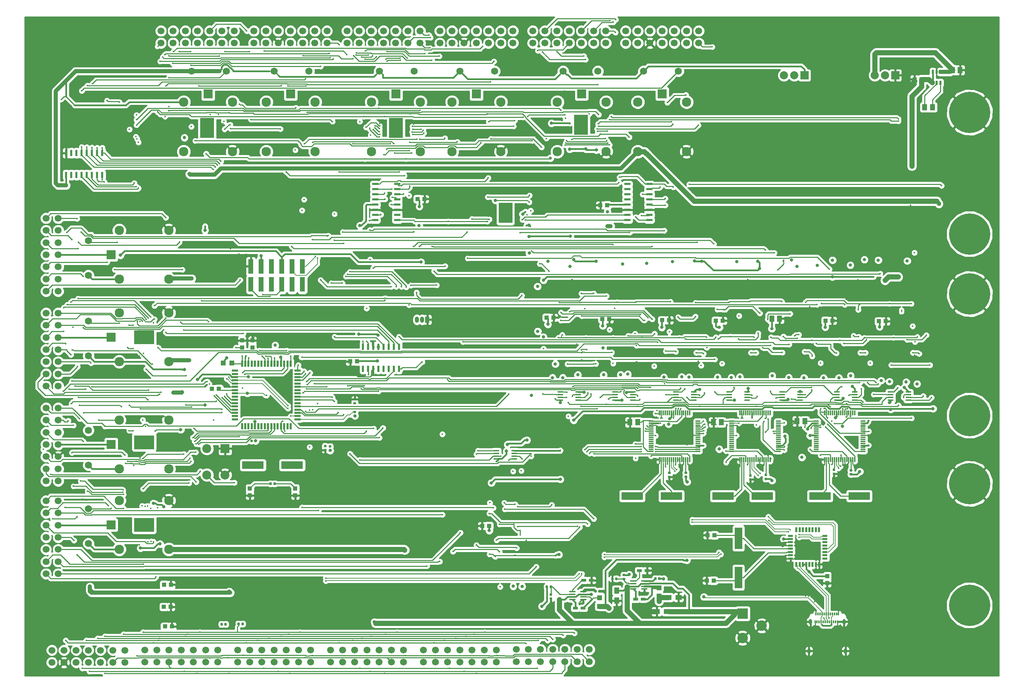
<source format=gbr>
G04 #@! TF.GenerationSoftware,KiCad,Pcbnew,5.0.0*
G04 #@! TF.CreationDate,2018-09-10T20:22:23-07:00*
G04 #@! TF.ProjectId,SchematicAutomation,536368656D617469634175746F6D6174,rev?*
G04 #@! TF.SameCoordinates,Original*
G04 #@! TF.FileFunction,Copper,L1,Top,Signal*
G04 #@! TF.FilePolarity,Positive*
%FSLAX45Y45*%
G04 Gerber Fmt 4.5, Leading zero omitted, Abs format (unit mm)*
G04 Created by KiCad (PCBNEW 5.0.0) date Mon Sep 10 20:22:23 2018*
%MOMM*%
%LPD*%
G01*
G04 APERTURE LIST*
G04 #@! TA.AperFunction,SMDPad,CuDef*
%ADD10R,1.280000X3.680000*%
G04 #@! TD*
G04 #@! TA.AperFunction,SMDPad,CuDef*
%ADD11R,1.000000X1.100000*%
G04 #@! TD*
G04 #@! TA.AperFunction,SMDPad,CuDef*
%ADD12R,1.200000X0.300000*%
G04 #@! TD*
G04 #@! TA.AperFunction,SMDPad,CuDef*
%ADD13R,0.300000X1.200000*%
G04 #@! TD*
G04 #@! TA.AperFunction,SMDPad,CuDef*
%ADD14R,1.450000X0.450000*%
G04 #@! TD*
G04 #@! TA.AperFunction,ComponentPad*
%ADD15C,10.160000*%
G04 #@! TD*
G04 #@! TA.AperFunction,SMDPad,CuDef*
%ADD16R,1.560000X0.400000*%
G04 #@! TD*
G04 #@! TA.AperFunction,SMDPad,CuDef*
%ADD17R,1.200000X0.750000*%
G04 #@! TD*
G04 #@! TA.AperFunction,SMDPad,CuDef*
%ADD18R,1.500000X1.250000*%
G04 #@! TD*
G04 #@! TA.AperFunction,SMDPad,CuDef*
%ADD19R,1.250000X1.500000*%
G04 #@! TD*
G04 #@! TA.AperFunction,Conductor*
%ADD20C,0.150000*%
G04 #@! TD*
G04 #@! TA.AperFunction,SMDPad,CuDef*
%ADD21C,0.590000*%
G04 #@! TD*
G04 #@! TA.AperFunction,SMDPad,CuDef*
%ADD22R,1.200000X1.200000*%
G04 #@! TD*
G04 #@! TA.AperFunction,ComponentPad*
%ADD23C,1.700000*%
G04 #@! TD*
G04 #@! TA.AperFunction,SMDPad,CuDef*
%ADD24R,1.200000X0.500000*%
G04 #@! TD*
G04 #@! TA.AperFunction,SMDPad,CuDef*
%ADD25R,0.500000X1.200000*%
G04 #@! TD*
G04 #@! TA.AperFunction,SMDPad,CuDef*
%ADD26R,5.334000X1.930400*%
G04 #@! TD*
G04 #@! TA.AperFunction,ComponentPad*
%ADD27C,2.600000*%
G04 #@! TD*
G04 #@! TA.AperFunction,ComponentPad*
%ADD28R,2.600000X2.600000*%
G04 #@! TD*
G04 #@! TA.AperFunction,SMDPad,CuDef*
%ADD29R,1.300000X1.500000*%
G04 #@! TD*
G04 #@! TA.AperFunction,SMDPad,CuDef*
%ADD30R,1.100000X1.000000*%
G04 #@! TD*
G04 #@! TA.AperFunction,SMDPad,CuDef*
%ADD31R,0.550000X1.500000*%
G04 #@! TD*
G04 #@! TA.AperFunction,SMDPad,CuDef*
%ADD32R,1.500000X0.550000*%
G04 #@! TD*
G04 #@! TA.AperFunction,SMDPad,CuDef*
%ADD33R,1.930400X5.334000*%
G04 #@! TD*
G04 #@! TA.AperFunction,ComponentPad*
%ADD34C,1.733000*%
G04 #@! TD*
G04 #@! TA.AperFunction,ComponentPad*
%ADD35C,2.300000*%
G04 #@! TD*
G04 #@! TA.AperFunction,ComponentPad*
%ADD36R,2.300000X2.300000*%
G04 #@! TD*
G04 #@! TA.AperFunction,SMDPad,CuDef*
%ADD37R,1.550000X0.600000*%
G04 #@! TD*
G04 #@! TA.AperFunction,SMDPad,CuDef*
%ADD38R,0.600000X1.550000*%
G04 #@! TD*
G04 #@! TA.AperFunction,SMDPad,CuDef*
%ADD39R,0.550000X1.000000*%
G04 #@! TD*
G04 #@! TA.AperFunction,ComponentPad*
%ADD40C,2.200000*%
G04 #@! TD*
G04 #@! TA.AperFunction,ComponentPad*
%ADD41R,2.200000X2.200000*%
G04 #@! TD*
G04 #@! TA.AperFunction,ComponentPad*
%ADD42C,2.000000*%
G04 #@! TD*
G04 #@! TA.AperFunction,ComponentPad*
%ADD43R,2.000000X2.000000*%
G04 #@! TD*
G04 #@! TA.AperFunction,ComponentPad*
%ADD44R,1.000000X1.500000*%
G04 #@! TD*
G04 #@! TA.AperFunction,ComponentPad*
%ADD45O,1.000000X1.500000*%
G04 #@! TD*
G04 #@! TA.AperFunction,ComponentPad*
%ADD46C,0.380000*%
G04 #@! TD*
G04 #@! TA.AperFunction,Conductor*
%ADD47R,5.000000X3.400000*%
G04 #@! TD*
G04 #@! TA.AperFunction,Conductor*
%ADD48R,3.400000X5.000000*%
G04 #@! TD*
G04 #@! TA.AperFunction,ComponentPad*
%ADD49O,0.800000X1.400000*%
G04 #@! TD*
G04 #@! TA.AperFunction,SMDPad,CuDef*
%ADD50R,0.300000X0.700000*%
G04 #@! TD*
G04 #@! TA.AperFunction,ViaPad*
%ADD51C,0.400000*%
G04 #@! TD*
G04 #@! TA.AperFunction,ViaPad*
%ADD52C,0.800000*%
G04 #@! TD*
G04 #@! TA.AperFunction,ViaPad*
%ADD53C,0.762000*%
G04 #@! TD*
G04 #@! TA.AperFunction,Conductor*
%ADD54C,0.250000*%
G04 #@! TD*
G04 #@! TA.AperFunction,Conductor*
%ADD55C,0.381000*%
G04 #@! TD*
G04 #@! TA.AperFunction,Conductor*
%ADD56C,1.270000*%
G04 #@! TD*
G04 #@! TA.AperFunction,Conductor*
%ADD57C,0.400000*%
G04 #@! TD*
G04 #@! TA.AperFunction,Conductor*
%ADD58C,0.200000*%
G04 #@! TD*
G04 #@! TA.AperFunction,Conductor*
%ADD59C,1.000000*%
G04 #@! TD*
G04 #@! TA.AperFunction,Conductor*
%ADD60C,0.635000*%
G04 #@! TD*
G04 #@! TA.AperFunction,Conductor*
%ADD61C,1.016000*%
G04 #@! TD*
G04 #@! TA.AperFunction,Conductor*
%ADD62C,1.282600*%
G04 #@! TD*
G04 #@! TA.AperFunction,Conductor*
%ADD63C,0.800000*%
G04 #@! TD*
G04 #@! TA.AperFunction,Conductor*
%ADD64C,0.508000*%
G04 #@! TD*
G04 #@! TA.AperFunction,Conductor*
%ADD65C,0.254000*%
G04 #@! TD*
G04 APERTURE END LIST*
D10*
G04 #@! TO.P,J12,12*
G04 #@! TO.N,GND*
X9385300Y-8058400D03*
G04 #@! TO.P,J12,11*
G04 #@! TO.N,+3V3*
X9639300Y-8058400D03*
G04 #@! TO.P,J12,10*
G04 #@! TO.N,Net-(J12-Pad10)*
X9893300Y-8058400D03*
G04 #@! TO.P,J12,9*
G04 #@! TO.N,+5V*
X10147300Y-8058400D03*
G04 #@! TO.P,J12,8*
G04 #@! TO.N,/ATMEGA2560/D-*
X10401300Y-8058400D03*
G04 #@! TO.P,J12,7*
G04 #@! TO.N,/ATMEGA2560/D+*
X10655300Y-8058400D03*
G04 #@! TO.P,J12,6*
G04 #@! TO.N,/ATMEGA2560/TDI*
X9385300Y-8502400D03*
G04 #@! TO.P,J12,5*
G04 #@! TO.N,/ATMEGA2560/TDO*
X9639300Y-8502400D03*
G04 #@! TO.P,J12,4*
G04 #@! TO.N,/ATMEGA2560/TMS*
X9893300Y-8502400D03*
G04 #@! TO.P,J12,3*
G04 #@! TO.N,/ATMEGA2560/TCK*
X10147300Y-8502400D03*
G04 #@! TO.P,J12,2*
G04 #@! TO.N,Net-(J12-Pad2)*
X10401300Y-8502400D03*
G04 #@! TO.P,J12,1*
G04 #@! TO.N,Net-(J12-Pad1)*
X10655300Y-8502400D03*
G04 #@! TD*
D11*
G04 #@! TO.P,C5,2*
G04 #@! TO.N,GND*
X9169400Y-9884500D03*
G04 #@! TO.P,C5,1*
G04 #@! TO.N,Net-(C5-Pad1)*
X9169400Y-10054500D03*
G04 #@! TD*
D12*
G04 #@! TO.P,U14,64*
G04 #@! TO.N,Net-(C45-Pad2)*
X21218200Y-12617800D03*
G04 #@! TO.P,U14,63*
G04 #@! TO.N,Net-(U14-Pad63)*
X21218200Y-12567800D03*
G04 #@! TO.P,U14,62*
G04 #@! TO.N,Net-(U14-Pad62)*
X21218200Y-12517800D03*
G04 #@! TO.P,U14,61*
G04 #@! TO.N,Net-(U14-Pad61)*
X21218200Y-12467800D03*
G04 #@! TO.P,U14,60*
G04 #@! TO.N,Net-(U14-Pad60)*
X21218200Y-12417800D03*
G04 #@! TO.P,U14,59*
G04 #@! TO.N,Net-(U14-Pad59)*
X21218200Y-12367800D03*
G04 #@! TO.P,U14,58*
G04 #@! TO.N,Net-(U14-Pad58)*
X21218200Y-12317800D03*
G04 #@! TO.P,U14,57*
G04 #@! TO.N,Net-(U14-Pad57)*
X21218200Y-12267800D03*
G04 #@! TO.P,U14,56*
G04 #@! TO.N,+3V3*
X21218200Y-12217800D03*
G04 #@! TO.P,U14,55*
G04 #@! TO.N,Net-(U14-Pad55)*
X21218200Y-12167800D03*
G04 #@! TO.P,U14,54*
G04 #@! TO.N,Net-(U14-Pad54)*
X21218200Y-12117800D03*
G04 #@! TO.P,U14,53*
G04 #@! TO.N,Net-(U14-Pad53)*
X21218200Y-12067800D03*
G04 #@! TO.P,U14,52*
G04 #@! TO.N,Net-(U14-Pad52)*
X21218200Y-12017800D03*
G04 #@! TO.P,U14,51*
G04 #@! TO.N,GND*
X21218200Y-11967800D03*
G04 #@! TO.P,U14,50*
G04 #@! TO.N,+3V3*
X21218200Y-11917800D03*
G04 #@! TO.P,U14,49*
G04 #@! TO.N,Net-(C45-Pad2)*
X21218200Y-11867800D03*
D13*
G04 #@! TO.P,U14,48*
G04 #@! TO.N,Net-(U14-Pad48)*
X21418200Y-11667800D03*
G04 #@! TO.P,U14,47*
G04 #@! TO.N,GND*
X21468200Y-11667800D03*
G04 #@! TO.P,U14,46*
G04 #@! TO.N,Net-(U14-Pad46)*
X21518200Y-11667800D03*
G04 #@! TO.P,U14,45*
G04 #@! TO.N,Net-(U14-Pad45)*
X21568200Y-11667800D03*
G04 #@! TO.P,U14,44*
G04 #@! TO.N,Net-(U14-Pad44)*
X21618200Y-11667800D03*
G04 #@! TO.P,U14,43*
G04 #@! TO.N,Net-(U14-Pad43)*
X21668200Y-11667800D03*
G04 #@! TO.P,U14,42*
G04 #@! TO.N,+3V3*
X21718200Y-11667800D03*
G04 #@! TO.P,U14,41*
G04 #@! TO.N,Net-(U14-Pad41)*
X21768200Y-11667800D03*
G04 #@! TO.P,U14,40*
G04 #@! TO.N,Net-(U14-Pad40)*
X21818200Y-11667800D03*
G04 #@! TO.P,U14,39*
G04 #@! TO.N,Net-(U14-Pad39)*
X21868200Y-11667800D03*
G04 #@! TO.P,U14,38*
G04 #@! TO.N,Net-(U14-Pad38)*
X21918200Y-11667800D03*
G04 #@! TO.P,U14,37*
G04 #@! TO.N,Net-(C45-Pad2)*
X21968200Y-11667800D03*
G04 #@! TO.P,U14,36*
G04 #@! TO.N,Net-(U14-Pad36)*
X22018200Y-11667800D03*
G04 #@! TO.P,U14,35*
G04 #@! TO.N,GND*
X22068200Y-11667800D03*
G04 #@! TO.P,U14,34*
G04 #@! TO.N,Net-(U14-Pad34)*
X22118200Y-11667800D03*
G04 #@! TO.P,U14,33*
G04 #@! TO.N,Net-(U14-Pad33)*
X22168200Y-11667800D03*
D12*
G04 #@! TO.P,U14,32*
G04 #@! TO.N,Net-(U14-Pad32)*
X22368200Y-11867800D03*
G04 #@! TO.P,U14,31*
G04 #@! TO.N,+3V3*
X22368200Y-11917800D03*
G04 #@! TO.P,U14,30*
G04 #@! TO.N,Net-(U14-Pad30)*
X22368200Y-11967800D03*
G04 #@! TO.P,U14,29*
G04 #@! TO.N,Net-(U14-Pad29)*
X22368200Y-12017800D03*
G04 #@! TO.P,U14,28*
G04 #@! TO.N,Net-(U14-Pad28)*
X22368200Y-12067800D03*
G04 #@! TO.P,U14,27*
G04 #@! TO.N,/RS232/sheet5BBDE283/RX_3V3*
X22368200Y-12117800D03*
G04 #@! TO.P,U14,26*
G04 #@! TO.N,/RS232/sheet5BBDE283/Tx_3V3*
X22368200Y-12167800D03*
G04 #@! TO.P,U14,25*
G04 #@! TO.N,GND*
X22368200Y-12217800D03*
G04 #@! TO.P,U14,24*
G04 #@! TO.N,Net-(U14-Pad24)*
X22368200Y-12267800D03*
G04 #@! TO.P,U14,23*
G04 #@! TO.N,Net-(U14-Pad23)*
X22368200Y-12317800D03*
G04 #@! TO.P,U14,22*
G04 #@! TO.N,Net-(U14-Pad22)*
X22368200Y-12367800D03*
G04 #@! TO.P,U14,21*
G04 #@! TO.N,Net-(U14-Pad21)*
X22368200Y-12417800D03*
G04 #@! TO.P,U14,20*
G04 #@! TO.N,+3V3*
X22368200Y-12467800D03*
G04 #@! TO.P,U14,19*
G04 #@! TO.N,/RS232/sheet5BB9E804/CTS_3V3*
X22368200Y-12517800D03*
G04 #@! TO.P,U14,18*
G04 #@! TO.N,/RS232/sheet5BB9E804/RTS_3V3*
X22368200Y-12567800D03*
D13*
G04 #@! TO.P,U14,16*
G04 #@! TO.N,/RS232/sheet5BB9E804/Tx_3V3*
X22168200Y-12817800D03*
G04 #@! TO.P,U14,15*
G04 #@! TO.N,GND*
X22118200Y-12817800D03*
G04 #@! TO.P,U14,14*
G04 #@! TO.N,Net-(R7-Pad2)*
X22068200Y-12817800D03*
G04 #@! TO.P,U14,13*
G04 #@! TO.N,GND*
X22018200Y-12817800D03*
G04 #@! TO.P,U14,12*
G04 #@! TO.N,Net-(C45-Pad2)*
X21968200Y-12817800D03*
G04 #@! TO.P,U14,11*
G04 #@! TO.N,GND*
X21918200Y-12817800D03*
G04 #@! TO.P,U14,10*
X21868200Y-12817800D03*
G04 #@! TO.P,U14,9*
G04 #@! TO.N,Net-(C34-PadA)*
X21818200Y-12817800D03*
G04 #@! TO.P,U14,8*
G04 #@! TO.N,/D1+*
X21768200Y-12817800D03*
G04 #@! TO.P,U14,7*
G04 #@! TO.N,/D1-*
X21718200Y-12817800D03*
G04 #@! TO.P,U14,6*
G04 #@! TO.N,Net-(R5-Pad2)*
X21668200Y-12817800D03*
G04 #@! TO.P,U14,5*
G04 #@! TO.N,GND*
X21618200Y-12817800D03*
G04 #@! TO.P,U14,4*
G04 #@! TO.N,Net-(C32-PadA)*
X21568200Y-12817800D03*
G04 #@! TO.P,U14,3*
G04 #@! TO.N,Net-(U14-Pad3)*
X21518200Y-12817800D03*
G04 #@! TO.P,U14,2*
G04 #@! TO.N,Net-(U14-Pad2)*
X21468200Y-12817800D03*
G04 #@! TO.P,U14,1*
G04 #@! TO.N,GND*
X21418200Y-12817800D03*
D12*
G04 #@! TO.P,U14,17*
G04 #@! TO.N,/RS232/sheet5BB9E804/RX_3V3*
X22368200Y-12617800D03*
G04 #@! TD*
G04 #@! TO.P,U18,64*
G04 #@! TO.N,Net-(C47-Pad2)*
X19237000Y-12617800D03*
G04 #@! TO.P,U18,63*
G04 #@! TO.N,Net-(U18-Pad63)*
X19237000Y-12567800D03*
G04 #@! TO.P,U18,62*
G04 #@! TO.N,Net-(U18-Pad62)*
X19237000Y-12517800D03*
G04 #@! TO.P,U18,61*
G04 #@! TO.N,Net-(U18-Pad61)*
X19237000Y-12467800D03*
G04 #@! TO.P,U18,60*
G04 #@! TO.N,Net-(U18-Pad60)*
X19237000Y-12417800D03*
G04 #@! TO.P,U18,59*
G04 #@! TO.N,Net-(U18-Pad59)*
X19237000Y-12367800D03*
G04 #@! TO.P,U18,58*
G04 #@! TO.N,Net-(U18-Pad58)*
X19237000Y-12317800D03*
G04 #@! TO.P,U18,57*
G04 #@! TO.N,Net-(U18-Pad57)*
X19237000Y-12267800D03*
G04 #@! TO.P,U18,56*
G04 #@! TO.N,+3V3*
X19237000Y-12217800D03*
G04 #@! TO.P,U18,55*
G04 #@! TO.N,Net-(U18-Pad55)*
X19237000Y-12167800D03*
G04 #@! TO.P,U18,54*
G04 #@! TO.N,/RS232/sheet5BC21962/CTS_3V3*
X19237000Y-12117800D03*
G04 #@! TO.P,U18,53*
G04 #@! TO.N,/RS232/sheet5BC21962/RTS_3V3*
X19237000Y-12067800D03*
G04 #@! TO.P,U18,52*
G04 #@! TO.N,/RS232/sheet5BC21962/RX_3V3*
X19237000Y-12017800D03*
G04 #@! TO.P,U18,51*
G04 #@! TO.N,GND*
X19237000Y-11967800D03*
G04 #@! TO.P,U18,50*
G04 #@! TO.N,+3V3*
X19237000Y-11917800D03*
G04 #@! TO.P,U18,49*
G04 #@! TO.N,Net-(C47-Pad2)*
X19237000Y-11867800D03*
D13*
G04 #@! TO.P,U18,48*
G04 #@! TO.N,/RS232/sheet5BC21962/Tx_3V3*
X19437000Y-11667800D03*
G04 #@! TO.P,U18,47*
G04 #@! TO.N,GND*
X19487000Y-11667800D03*
G04 #@! TO.P,U18,46*
G04 #@! TO.N,Net-(U18-Pad46)*
X19537000Y-11667800D03*
G04 #@! TO.P,U18,45*
G04 #@! TO.N,Net-(U18-Pad45)*
X19587000Y-11667800D03*
G04 #@! TO.P,U18,44*
G04 #@! TO.N,Net-(U18-Pad44)*
X19637000Y-11667800D03*
G04 #@! TO.P,U18,43*
G04 #@! TO.N,Net-(U18-Pad43)*
X19687000Y-11667800D03*
G04 #@! TO.P,U18,42*
G04 #@! TO.N,+3V3*
X19737000Y-11667800D03*
G04 #@! TO.P,U18,41*
G04 #@! TO.N,/RS232/sheet5BC17F87/CTS_3V3*
X19787000Y-11667800D03*
G04 #@! TO.P,U18,40*
G04 #@! TO.N,/RS232/sheet5BC17F87/RTS_3V3*
X19837000Y-11667800D03*
G04 #@! TO.P,U18,39*
G04 #@! TO.N,/RS232/sheet5BC17F87/RX_3V3*
X19887000Y-11667800D03*
G04 #@! TO.P,U18,38*
G04 #@! TO.N,/RS232/sheet5BC17F87/Tx_3V3*
X19937000Y-11667800D03*
G04 #@! TO.P,U18,37*
G04 #@! TO.N,Net-(C47-Pad2)*
X19987000Y-11667800D03*
G04 #@! TO.P,U18,36*
G04 #@! TO.N,Net-(U18-Pad36)*
X20037000Y-11667800D03*
G04 #@! TO.P,U18,35*
G04 #@! TO.N,GND*
X20087000Y-11667800D03*
G04 #@! TO.P,U18,34*
G04 #@! TO.N,Net-(U18-Pad34)*
X20137000Y-11667800D03*
G04 #@! TO.P,U18,33*
G04 #@! TO.N,Net-(U18-Pad33)*
X20187000Y-11667800D03*
D12*
G04 #@! TO.P,U18,32*
G04 #@! TO.N,Net-(U18-Pad32)*
X20387000Y-11867800D03*
G04 #@! TO.P,U18,31*
G04 #@! TO.N,+3V3*
X20387000Y-11917800D03*
G04 #@! TO.P,U18,30*
G04 #@! TO.N,Net-(U18-Pad30)*
X20387000Y-11967800D03*
G04 #@! TO.P,U18,29*
G04 #@! TO.N,/RS232/sheet5BC0E596/CTS_3V3*
X20387000Y-12017800D03*
G04 #@! TO.P,U18,28*
G04 #@! TO.N,/RS232/sheet5BC0E596/RTS_3V3*
X20387000Y-12067800D03*
G04 #@! TO.P,U18,27*
G04 #@! TO.N,/RS232/sheet5BC0E596/RX_3V3*
X20387000Y-12117800D03*
G04 #@! TO.P,U18,26*
G04 #@! TO.N,/RS232/sheet5BC0E596/Tx_3V3*
X20387000Y-12167800D03*
G04 #@! TO.P,U18,25*
G04 #@! TO.N,GND*
X20387000Y-12217800D03*
G04 #@! TO.P,U18,24*
G04 #@! TO.N,Net-(U18-Pad24)*
X20387000Y-12267800D03*
G04 #@! TO.P,U18,23*
G04 #@! TO.N,Net-(U18-Pad23)*
X20387000Y-12317800D03*
G04 #@! TO.P,U18,22*
G04 #@! TO.N,Net-(U18-Pad22)*
X20387000Y-12367800D03*
G04 #@! TO.P,U18,21*
G04 #@! TO.N,Net-(U18-Pad21)*
X20387000Y-12417800D03*
G04 #@! TO.P,U18,20*
G04 #@! TO.N,+3V3*
X20387000Y-12467800D03*
G04 #@! TO.P,U18,19*
G04 #@! TO.N,/RS232/sheet5BC04BA5/CTS_3V3*
X20387000Y-12517800D03*
G04 #@! TO.P,U18,18*
G04 #@! TO.N,/RS232/sheet5BC04BA5/RTS_3V3*
X20387000Y-12567800D03*
D13*
G04 #@! TO.P,U18,16*
G04 #@! TO.N,/RS232/sheet5BC04BA5/Tx_3V3*
X20187000Y-12817800D03*
G04 #@! TO.P,U18,15*
G04 #@! TO.N,GND*
X20137000Y-12817800D03*
G04 #@! TO.P,U18,14*
G04 #@! TO.N,Net-(R10-Pad2)*
X20087000Y-12817800D03*
G04 #@! TO.P,U18,13*
G04 #@! TO.N,GND*
X20037000Y-12817800D03*
G04 #@! TO.P,U18,12*
G04 #@! TO.N,Net-(C47-Pad2)*
X19987000Y-12817800D03*
G04 #@! TO.P,U18,11*
G04 #@! TO.N,GND*
X19937000Y-12817800D03*
G04 #@! TO.P,U18,10*
X19887000Y-12817800D03*
G04 #@! TO.P,U18,9*
G04 #@! TO.N,Net-(C41-PadA)*
X19837000Y-12817800D03*
G04 #@! TO.P,U18,8*
G04 #@! TO.N,/D2+*
X19787000Y-12817800D03*
G04 #@! TO.P,U18,7*
G04 #@! TO.N,/D2-*
X19737000Y-12817800D03*
G04 #@! TO.P,U18,6*
G04 #@! TO.N,Net-(R9-Pad2)*
X19687000Y-12817800D03*
G04 #@! TO.P,U18,5*
G04 #@! TO.N,GND*
X19637000Y-12817800D03*
G04 #@! TO.P,U18,4*
G04 #@! TO.N,Net-(C40-PadA)*
X19587000Y-12817800D03*
G04 #@! TO.P,U18,3*
G04 #@! TO.N,Net-(U18-Pad3)*
X19537000Y-12817800D03*
G04 #@! TO.P,U18,2*
G04 #@! TO.N,Net-(U18-Pad2)*
X19487000Y-12817800D03*
G04 #@! TO.P,U18,1*
G04 #@! TO.N,GND*
X19437000Y-12817800D03*
D12*
G04 #@! TO.P,U18,17*
G04 #@! TO.N,/RS232/sheet5BC04BA5/RX_3V3*
X20387000Y-12617800D03*
G04 #@! TD*
D14*
G04 #@! TO.P,U35,8*
G04 #@! TO.N,+VSW*
X18787400Y-11154700D03*
G04 #@! TO.P,U35,7*
G04 #@! TO.N,TX_CONT*
X18787400Y-11219700D03*
G04 #@! TO.P,U35,6*
G04 #@! TO.N,Net-(Q26-Pad5)*
X18787400Y-11284700D03*
G04 #@! TO.P,U35,5*
G04 #@! TO.N,2_CTS*
X18787400Y-11349700D03*
G04 #@! TO.P,U35,4*
G04 #@! TO.N,-VSW*
X18347400Y-11349700D03*
G04 #@! TO.P,U35,3*
G04 #@! TO.N,CTS_CONT*
X18347400Y-11284700D03*
G04 #@! TO.P,U35,2*
G04 #@! TO.N,2_TX*
X18347400Y-11219700D03*
G04 #@! TO.P,U35,1*
G04 #@! TO.N,Net-(Q23-Pad5)*
X18347400Y-11154700D03*
G04 #@! TD*
D15*
G04 #@! TO.P,J14,2*
G04 #@! TO.N,GND*
X27076400Y-4267400D03*
G04 #@! TO.P,J14,1*
G04 #@! TO.N,VAA*
X27076400Y-7264400D03*
G04 #@! TD*
D16*
G04 #@! TO.P,U4,8*
G04 #@! TO.N,Net-(C50-Pad2)*
X17295750Y-16265100D03*
G04 #@! TO.P,U4,7*
G04 #@! TO.N,+12V*
X17295750Y-16200100D03*
G04 #@! TO.P,U4,6*
G04 #@! TO.N,Net-(R61-Pad2)*
X17295750Y-16134100D03*
G04 #@! TO.P,U4,5*
G04 #@! TO.N,Net-(C17-Pad2)*
X17295750Y-16069100D03*
G04 #@! TO.P,U4,4*
G04 #@! TO.N,Net-(R60-Pad1)*
X17565750Y-16069100D03*
G04 #@! TO.P,U4,3*
G04 #@! TO.N,+12V*
X17565750Y-16134100D03*
G04 #@! TO.P,U4,2*
G04 #@! TO.N,Net-(C50-Pad1)*
X17565750Y-16200100D03*
G04 #@! TO.P,U4,1*
G04 #@! TO.N,GND*
X17565750Y-16265100D03*
G04 #@! TD*
G04 #@! TO.P,U5,1*
G04 #@! TO.N,GND*
X19070700Y-16004750D03*
G04 #@! TO.P,U5,2*
G04 #@! TO.N,Net-(C52-Pad1)*
X19070700Y-15939750D03*
G04 #@! TO.P,U5,3*
G04 #@! TO.N,+12V*
X19070700Y-15873750D03*
G04 #@! TO.P,U5,4*
G04 #@! TO.N,Net-(R64-Pad1)*
X19070700Y-15808750D03*
G04 #@! TO.P,U5,5*
G04 #@! TO.N,Net-(C11-Pad2)*
X18800700Y-15808750D03*
G04 #@! TO.P,U5,6*
G04 #@! TO.N,Net-(R65-Pad2)*
X18800700Y-15873750D03*
G04 #@! TO.P,U5,7*
G04 #@! TO.N,+12V*
X18800700Y-15939750D03*
G04 #@! TO.P,U5,8*
G04 #@! TO.N,Net-(C52-Pad2)*
X18800700Y-16004750D03*
G04 #@! TD*
D17*
G04 #@! TO.P,C11,2*
G04 #@! TO.N,Net-(C11-Pad2)*
X18948650Y-15551150D03*
G04 #@! TO.P,C11,1*
G04 #@! TO.N,GND*
X19138650Y-15551150D03*
G04 #@! TD*
D18*
G04 #@! TO.P,C53,1*
G04 #@! TO.N,+3V3*
X19661600Y-16211550D03*
G04 #@! TO.P,C53,2*
G04 #@! TO.N,GND*
X19911600Y-16211550D03*
G04 #@! TD*
D17*
G04 #@! TO.P,C17,1*
G04 #@! TO.N,GND*
X17767300Y-15792450D03*
G04 #@! TO.P,C17,2*
G04 #@! TO.N,Net-(C17-Pad2)*
X17577300Y-15792450D03*
G04 #@! TD*
G04 #@! TO.P,C50,2*
G04 #@! TO.N,Net-(C50-Pad2)*
X17373850Y-16478250D03*
G04 #@! TO.P,C50,1*
G04 #@! TO.N,Net-(C50-Pad1)*
X17563850Y-16478250D03*
G04 #@! TD*
G04 #@! TO.P,C52,1*
G04 #@! TO.N,Net-(C52-Pad1)*
X19043400Y-16256000D03*
G04 #@! TO.P,C52,2*
G04 #@! TO.N,Net-(C52-Pad2)*
X18853400Y-16256000D03*
G04 #@! TD*
D18*
G04 #@! TO.P,C7,2*
G04 #@! TO.N,GND*
X19373400Y-16560800D03*
G04 #@! TO.P,C7,1*
G04 #@! TO.N,+12V*
X19623400Y-16560800D03*
G04 #@! TD*
D19*
G04 #@! TO.P,C14,1*
G04 #@! TO.N,+12V*
X18389600Y-16042100D03*
G04 #@! TO.P,C14,2*
G04 #@! TO.N,GND*
X18389600Y-16292100D03*
G04 #@! TD*
D20*
G04 #@! TO.N,GND*
G04 #@! TO.C,R66*
G36*
X18300146Y-15722421D02*
X18301578Y-15722633D01*
X18302982Y-15722985D01*
X18304345Y-15723473D01*
X18305653Y-15724092D01*
X18306895Y-15724836D01*
X18308057Y-15725698D01*
X18309130Y-15726670D01*
X18310102Y-15727743D01*
X18310964Y-15728905D01*
X18311708Y-15730147D01*
X18312327Y-15731455D01*
X18312815Y-15732818D01*
X18313167Y-15734222D01*
X18313379Y-15735654D01*
X18313450Y-15737100D01*
X18313450Y-15771600D01*
X18313379Y-15773046D01*
X18313167Y-15774478D01*
X18312815Y-15775882D01*
X18312327Y-15777245D01*
X18311708Y-15778553D01*
X18310964Y-15779795D01*
X18310102Y-15780957D01*
X18309130Y-15782030D01*
X18308057Y-15783002D01*
X18306895Y-15783864D01*
X18305653Y-15784608D01*
X18304345Y-15785227D01*
X18302982Y-15785715D01*
X18301578Y-15786067D01*
X18300146Y-15786279D01*
X18298700Y-15786350D01*
X18269200Y-15786350D01*
X18267754Y-15786279D01*
X18266322Y-15786067D01*
X18264918Y-15785715D01*
X18263555Y-15785227D01*
X18262247Y-15784608D01*
X18261005Y-15783864D01*
X18259843Y-15783002D01*
X18258770Y-15782030D01*
X18257798Y-15780957D01*
X18256936Y-15779795D01*
X18256192Y-15778553D01*
X18255573Y-15777245D01*
X18255085Y-15775882D01*
X18254733Y-15774478D01*
X18254521Y-15773046D01*
X18254450Y-15771600D01*
X18254450Y-15737100D01*
X18254521Y-15735654D01*
X18254733Y-15734222D01*
X18255085Y-15732818D01*
X18255573Y-15731455D01*
X18256192Y-15730147D01*
X18256936Y-15728905D01*
X18257798Y-15727743D01*
X18258770Y-15726670D01*
X18259843Y-15725698D01*
X18261005Y-15724836D01*
X18262247Y-15724092D01*
X18263555Y-15723473D01*
X18264918Y-15722985D01*
X18266322Y-15722633D01*
X18267754Y-15722421D01*
X18269200Y-15722350D01*
X18298700Y-15722350D01*
X18300146Y-15722421D01*
X18300146Y-15722421D01*
G37*
D21*
G04 #@! TD*
G04 #@! TO.P,R66,2*
G04 #@! TO.N,GND*
X18283950Y-15754350D03*
D20*
G04 #@! TO.N,Net-(R65-Pad2)*
G04 #@! TO.C,R66*
G36*
X18397146Y-15722421D02*
X18398578Y-15722633D01*
X18399982Y-15722985D01*
X18401345Y-15723473D01*
X18402653Y-15724092D01*
X18403895Y-15724836D01*
X18405057Y-15725698D01*
X18406130Y-15726670D01*
X18407102Y-15727743D01*
X18407964Y-15728905D01*
X18408708Y-15730147D01*
X18409327Y-15731455D01*
X18409815Y-15732818D01*
X18410167Y-15734222D01*
X18410379Y-15735654D01*
X18410450Y-15737100D01*
X18410450Y-15771600D01*
X18410379Y-15773046D01*
X18410167Y-15774478D01*
X18409815Y-15775882D01*
X18409327Y-15777245D01*
X18408708Y-15778553D01*
X18407964Y-15779795D01*
X18407102Y-15780957D01*
X18406130Y-15782030D01*
X18405057Y-15783002D01*
X18403895Y-15783864D01*
X18402653Y-15784608D01*
X18401345Y-15785227D01*
X18399982Y-15785715D01*
X18398578Y-15786067D01*
X18397146Y-15786279D01*
X18395700Y-15786350D01*
X18366200Y-15786350D01*
X18364754Y-15786279D01*
X18363322Y-15786067D01*
X18361918Y-15785715D01*
X18360555Y-15785227D01*
X18359247Y-15784608D01*
X18358005Y-15783864D01*
X18356843Y-15783002D01*
X18355770Y-15782030D01*
X18354798Y-15780957D01*
X18353936Y-15779795D01*
X18353192Y-15778553D01*
X18352573Y-15777245D01*
X18352085Y-15775882D01*
X18351733Y-15774478D01*
X18351521Y-15773046D01*
X18351450Y-15771600D01*
X18351450Y-15737100D01*
X18351521Y-15735654D01*
X18351733Y-15734222D01*
X18352085Y-15732818D01*
X18352573Y-15731455D01*
X18353192Y-15730147D01*
X18353936Y-15728905D01*
X18354798Y-15727743D01*
X18355770Y-15726670D01*
X18356843Y-15725698D01*
X18358005Y-15724836D01*
X18359247Y-15724092D01*
X18360555Y-15723473D01*
X18361918Y-15722985D01*
X18363322Y-15722633D01*
X18364754Y-15722421D01*
X18366200Y-15722350D01*
X18395700Y-15722350D01*
X18397146Y-15722421D01*
X18397146Y-15722421D01*
G37*
D21*
G04 #@! TD*
G04 #@! TO.P,R66,1*
G04 #@! TO.N,Net-(R65-Pad2)*
X18380950Y-15754350D03*
D20*
G04 #@! TO.N,+3V3*
G04 #@! TO.C,R65*
G36*
X18586096Y-15631971D02*
X18587528Y-15632183D01*
X18588932Y-15632535D01*
X18590295Y-15633023D01*
X18591603Y-15633642D01*
X18592845Y-15634386D01*
X18594007Y-15635248D01*
X18595080Y-15636220D01*
X18596052Y-15637293D01*
X18596914Y-15638455D01*
X18597658Y-15639697D01*
X18598277Y-15641005D01*
X18598765Y-15642368D01*
X18599117Y-15643772D01*
X18599329Y-15645204D01*
X18599400Y-15646650D01*
X18599400Y-15676150D01*
X18599329Y-15677596D01*
X18599117Y-15679028D01*
X18598765Y-15680432D01*
X18598277Y-15681795D01*
X18597658Y-15683103D01*
X18596914Y-15684345D01*
X18596052Y-15685507D01*
X18595080Y-15686580D01*
X18594007Y-15687552D01*
X18592845Y-15688414D01*
X18591603Y-15689158D01*
X18590295Y-15689777D01*
X18588932Y-15690265D01*
X18587528Y-15690617D01*
X18586096Y-15690829D01*
X18584650Y-15690900D01*
X18550150Y-15690900D01*
X18548704Y-15690829D01*
X18547272Y-15690617D01*
X18545868Y-15690265D01*
X18544505Y-15689777D01*
X18543197Y-15689158D01*
X18541955Y-15688414D01*
X18540793Y-15687552D01*
X18539720Y-15686580D01*
X18538748Y-15685507D01*
X18537886Y-15684345D01*
X18537142Y-15683103D01*
X18536523Y-15681795D01*
X18536035Y-15680432D01*
X18535683Y-15679028D01*
X18535471Y-15677596D01*
X18535400Y-15676150D01*
X18535400Y-15646650D01*
X18535471Y-15645204D01*
X18535683Y-15643772D01*
X18536035Y-15642368D01*
X18536523Y-15641005D01*
X18537142Y-15639697D01*
X18537886Y-15638455D01*
X18538748Y-15637293D01*
X18539720Y-15636220D01*
X18540793Y-15635248D01*
X18541955Y-15634386D01*
X18543197Y-15633642D01*
X18544505Y-15633023D01*
X18545868Y-15632535D01*
X18547272Y-15632183D01*
X18548704Y-15631971D01*
X18550150Y-15631900D01*
X18584650Y-15631900D01*
X18586096Y-15631971D01*
X18586096Y-15631971D01*
G37*
D21*
G04 #@! TD*
G04 #@! TO.P,R65,1*
G04 #@! TO.N,+3V3*
X18567400Y-15661400D03*
D20*
G04 #@! TO.N,Net-(R65-Pad2)*
G04 #@! TO.C,R65*
G36*
X18586096Y-15728971D02*
X18587528Y-15729183D01*
X18588932Y-15729535D01*
X18590295Y-15730023D01*
X18591603Y-15730642D01*
X18592845Y-15731386D01*
X18594007Y-15732248D01*
X18595080Y-15733220D01*
X18596052Y-15734293D01*
X18596914Y-15735455D01*
X18597658Y-15736697D01*
X18598277Y-15738005D01*
X18598765Y-15739368D01*
X18599117Y-15740772D01*
X18599329Y-15742204D01*
X18599400Y-15743650D01*
X18599400Y-15773150D01*
X18599329Y-15774596D01*
X18599117Y-15776028D01*
X18598765Y-15777432D01*
X18598277Y-15778795D01*
X18597658Y-15780103D01*
X18596914Y-15781345D01*
X18596052Y-15782507D01*
X18595080Y-15783580D01*
X18594007Y-15784552D01*
X18592845Y-15785414D01*
X18591603Y-15786158D01*
X18590295Y-15786777D01*
X18588932Y-15787265D01*
X18587528Y-15787617D01*
X18586096Y-15787829D01*
X18584650Y-15787900D01*
X18550150Y-15787900D01*
X18548704Y-15787829D01*
X18547272Y-15787617D01*
X18545868Y-15787265D01*
X18544505Y-15786777D01*
X18543197Y-15786158D01*
X18541955Y-15785414D01*
X18540793Y-15784552D01*
X18539720Y-15783580D01*
X18538748Y-15782507D01*
X18537886Y-15781345D01*
X18537142Y-15780103D01*
X18536523Y-15778795D01*
X18536035Y-15777432D01*
X18535683Y-15776028D01*
X18535471Y-15774596D01*
X18535400Y-15773150D01*
X18535400Y-15743650D01*
X18535471Y-15742204D01*
X18535683Y-15740772D01*
X18536035Y-15739368D01*
X18536523Y-15738005D01*
X18537142Y-15736697D01*
X18537886Y-15735455D01*
X18538748Y-15734293D01*
X18539720Y-15733220D01*
X18540793Y-15732248D01*
X18541955Y-15731386D01*
X18543197Y-15730642D01*
X18544505Y-15730023D01*
X18545868Y-15729535D01*
X18547272Y-15729183D01*
X18548704Y-15728971D01*
X18550150Y-15728900D01*
X18584650Y-15728900D01*
X18586096Y-15728971D01*
X18586096Y-15728971D01*
G37*
D21*
G04 #@! TD*
G04 #@! TO.P,R65,2*
G04 #@! TO.N,Net-(R65-Pad2)*
X18567400Y-15758400D03*
D20*
G04 #@! TO.N,+3V3*
G04 #@! TO.C,R64*
G36*
X19455296Y-15716071D02*
X19456728Y-15716283D01*
X19458132Y-15716635D01*
X19459495Y-15717123D01*
X19460803Y-15717742D01*
X19462045Y-15718486D01*
X19463207Y-15719348D01*
X19464280Y-15720320D01*
X19465252Y-15721393D01*
X19466114Y-15722555D01*
X19466858Y-15723797D01*
X19467477Y-15725105D01*
X19467965Y-15726468D01*
X19468317Y-15727872D01*
X19468529Y-15729304D01*
X19468600Y-15730750D01*
X19468600Y-15765250D01*
X19468529Y-15766696D01*
X19468317Y-15768128D01*
X19467965Y-15769532D01*
X19467477Y-15770895D01*
X19466858Y-15772203D01*
X19466114Y-15773445D01*
X19465252Y-15774607D01*
X19464280Y-15775680D01*
X19463207Y-15776652D01*
X19462045Y-15777514D01*
X19460803Y-15778258D01*
X19459495Y-15778877D01*
X19458132Y-15779365D01*
X19456728Y-15779717D01*
X19455296Y-15779929D01*
X19453850Y-15780000D01*
X19424350Y-15780000D01*
X19422904Y-15779929D01*
X19421472Y-15779717D01*
X19420068Y-15779365D01*
X19418705Y-15778877D01*
X19417397Y-15778258D01*
X19416155Y-15777514D01*
X19414993Y-15776652D01*
X19413920Y-15775680D01*
X19412948Y-15774607D01*
X19412086Y-15773445D01*
X19411342Y-15772203D01*
X19410723Y-15770895D01*
X19410235Y-15769532D01*
X19409883Y-15768128D01*
X19409671Y-15766696D01*
X19409600Y-15765250D01*
X19409600Y-15730750D01*
X19409671Y-15729304D01*
X19409883Y-15727872D01*
X19410235Y-15726468D01*
X19410723Y-15725105D01*
X19411342Y-15723797D01*
X19412086Y-15722555D01*
X19412948Y-15721393D01*
X19413920Y-15720320D01*
X19414993Y-15719348D01*
X19416155Y-15718486D01*
X19417397Y-15717742D01*
X19418705Y-15717123D01*
X19420068Y-15716635D01*
X19421472Y-15716283D01*
X19422904Y-15716071D01*
X19424350Y-15716000D01*
X19453850Y-15716000D01*
X19455296Y-15716071D01*
X19455296Y-15716071D01*
G37*
D21*
G04 #@! TD*
G04 #@! TO.P,R64,2*
G04 #@! TO.N,+3V3*
X19439100Y-15748000D03*
D20*
G04 #@! TO.N,Net-(R64-Pad1)*
G04 #@! TO.C,R64*
G36*
X19358296Y-15716071D02*
X19359728Y-15716283D01*
X19361132Y-15716635D01*
X19362495Y-15717123D01*
X19363803Y-15717742D01*
X19365045Y-15718486D01*
X19366207Y-15719348D01*
X19367280Y-15720320D01*
X19368252Y-15721393D01*
X19369114Y-15722555D01*
X19369858Y-15723797D01*
X19370477Y-15725105D01*
X19370965Y-15726468D01*
X19371317Y-15727872D01*
X19371529Y-15729304D01*
X19371600Y-15730750D01*
X19371600Y-15765250D01*
X19371529Y-15766696D01*
X19371317Y-15768128D01*
X19370965Y-15769532D01*
X19370477Y-15770895D01*
X19369858Y-15772203D01*
X19369114Y-15773445D01*
X19368252Y-15774607D01*
X19367280Y-15775680D01*
X19366207Y-15776652D01*
X19365045Y-15777514D01*
X19363803Y-15778258D01*
X19362495Y-15778877D01*
X19361132Y-15779365D01*
X19359728Y-15779717D01*
X19358296Y-15779929D01*
X19356850Y-15780000D01*
X19327350Y-15780000D01*
X19325904Y-15779929D01*
X19324472Y-15779717D01*
X19323068Y-15779365D01*
X19321705Y-15778877D01*
X19320397Y-15778258D01*
X19319155Y-15777514D01*
X19317993Y-15776652D01*
X19316920Y-15775680D01*
X19315948Y-15774607D01*
X19315086Y-15773445D01*
X19314342Y-15772203D01*
X19313723Y-15770895D01*
X19313235Y-15769532D01*
X19312883Y-15768128D01*
X19312671Y-15766696D01*
X19312600Y-15765250D01*
X19312600Y-15730750D01*
X19312671Y-15729304D01*
X19312883Y-15727872D01*
X19313235Y-15726468D01*
X19313723Y-15725105D01*
X19314342Y-15723797D01*
X19315086Y-15722555D01*
X19315948Y-15721393D01*
X19316920Y-15720320D01*
X19317993Y-15719348D01*
X19319155Y-15718486D01*
X19320397Y-15717742D01*
X19321705Y-15717123D01*
X19323068Y-15716635D01*
X19324472Y-15716283D01*
X19325904Y-15716071D01*
X19327350Y-15716000D01*
X19356850Y-15716000D01*
X19358296Y-15716071D01*
X19358296Y-15716071D01*
G37*
D21*
G04 #@! TD*
G04 #@! TO.P,R64,1*
G04 #@! TO.N,Net-(R64-Pad1)*
X19342100Y-15748000D03*
D20*
G04 #@! TO.N,Net-(R60-Pad1)*
G04 #@! TO.C,R60*
G36*
X17883346Y-16027221D02*
X17884778Y-16027433D01*
X17886182Y-16027785D01*
X17887545Y-16028273D01*
X17888853Y-16028892D01*
X17890095Y-16029636D01*
X17891257Y-16030498D01*
X17892330Y-16031470D01*
X17893302Y-16032543D01*
X17894164Y-16033705D01*
X17894908Y-16034947D01*
X17895527Y-16036255D01*
X17896015Y-16037618D01*
X17896367Y-16039022D01*
X17896579Y-16040454D01*
X17896650Y-16041900D01*
X17896650Y-16076400D01*
X17896579Y-16077846D01*
X17896367Y-16079278D01*
X17896015Y-16080682D01*
X17895527Y-16082045D01*
X17894908Y-16083353D01*
X17894164Y-16084595D01*
X17893302Y-16085757D01*
X17892330Y-16086830D01*
X17891257Y-16087802D01*
X17890095Y-16088664D01*
X17888853Y-16089408D01*
X17887545Y-16090027D01*
X17886182Y-16090515D01*
X17884778Y-16090867D01*
X17883346Y-16091079D01*
X17881900Y-16091150D01*
X17852400Y-16091150D01*
X17850954Y-16091079D01*
X17849522Y-16090867D01*
X17848118Y-16090515D01*
X17846755Y-16090027D01*
X17845447Y-16089408D01*
X17844205Y-16088664D01*
X17843043Y-16087802D01*
X17841970Y-16086830D01*
X17840998Y-16085757D01*
X17840136Y-16084595D01*
X17839392Y-16083353D01*
X17838773Y-16082045D01*
X17838285Y-16080682D01*
X17837933Y-16079278D01*
X17837721Y-16077846D01*
X17837650Y-16076400D01*
X17837650Y-16041900D01*
X17837721Y-16040454D01*
X17837933Y-16039022D01*
X17838285Y-16037618D01*
X17838773Y-16036255D01*
X17839392Y-16034947D01*
X17840136Y-16033705D01*
X17840998Y-16032543D01*
X17841970Y-16031470D01*
X17843043Y-16030498D01*
X17844205Y-16029636D01*
X17845447Y-16028892D01*
X17846755Y-16028273D01*
X17848118Y-16027785D01*
X17849522Y-16027433D01*
X17850954Y-16027221D01*
X17852400Y-16027150D01*
X17881900Y-16027150D01*
X17883346Y-16027221D01*
X17883346Y-16027221D01*
G37*
D21*
G04 #@! TD*
G04 #@! TO.P,R60,1*
G04 #@! TO.N,Net-(R60-Pad1)*
X17867150Y-16059150D03*
D20*
G04 #@! TO.N,+5V*
G04 #@! TO.C,R60*
G36*
X17980346Y-16027221D02*
X17981778Y-16027433D01*
X17983182Y-16027785D01*
X17984545Y-16028273D01*
X17985853Y-16028892D01*
X17987095Y-16029636D01*
X17988257Y-16030498D01*
X17989330Y-16031470D01*
X17990302Y-16032543D01*
X17991164Y-16033705D01*
X17991908Y-16034947D01*
X17992527Y-16036255D01*
X17993015Y-16037618D01*
X17993367Y-16039022D01*
X17993579Y-16040454D01*
X17993650Y-16041900D01*
X17993650Y-16076400D01*
X17993579Y-16077846D01*
X17993367Y-16079278D01*
X17993015Y-16080682D01*
X17992527Y-16082045D01*
X17991908Y-16083353D01*
X17991164Y-16084595D01*
X17990302Y-16085757D01*
X17989330Y-16086830D01*
X17988257Y-16087802D01*
X17987095Y-16088664D01*
X17985853Y-16089408D01*
X17984545Y-16090027D01*
X17983182Y-16090515D01*
X17981778Y-16090867D01*
X17980346Y-16091079D01*
X17978900Y-16091150D01*
X17949400Y-16091150D01*
X17947954Y-16091079D01*
X17946522Y-16090867D01*
X17945118Y-16090515D01*
X17943755Y-16090027D01*
X17942447Y-16089408D01*
X17941205Y-16088664D01*
X17940043Y-16087802D01*
X17938970Y-16086830D01*
X17937998Y-16085757D01*
X17937136Y-16084595D01*
X17936392Y-16083353D01*
X17935773Y-16082045D01*
X17935285Y-16080682D01*
X17934933Y-16079278D01*
X17934721Y-16077846D01*
X17934650Y-16076400D01*
X17934650Y-16041900D01*
X17934721Y-16040454D01*
X17934933Y-16039022D01*
X17935285Y-16037618D01*
X17935773Y-16036255D01*
X17936392Y-16034947D01*
X17937136Y-16033705D01*
X17937998Y-16032543D01*
X17938970Y-16031470D01*
X17940043Y-16030498D01*
X17941205Y-16029636D01*
X17942447Y-16028892D01*
X17943755Y-16028273D01*
X17945118Y-16027785D01*
X17946522Y-16027433D01*
X17947954Y-16027221D01*
X17949400Y-16027150D01*
X17978900Y-16027150D01*
X17980346Y-16027221D01*
X17980346Y-16027221D01*
G37*
D21*
G04 #@! TD*
G04 #@! TO.P,R60,2*
G04 #@! TO.N,+5V*
X17964150Y-16059150D03*
D20*
G04 #@! TO.N,GND*
G04 #@! TO.C,R62*
G36*
X16789046Y-16211571D02*
X16790478Y-16211783D01*
X16791882Y-16212135D01*
X16793245Y-16212623D01*
X16794553Y-16213242D01*
X16795795Y-16213986D01*
X16796957Y-16214848D01*
X16798030Y-16215820D01*
X16799002Y-16216893D01*
X16799864Y-16218055D01*
X16800608Y-16219297D01*
X16801227Y-16220605D01*
X16801715Y-16221968D01*
X16802067Y-16223372D01*
X16802279Y-16224804D01*
X16802350Y-16226250D01*
X16802350Y-16255750D01*
X16802279Y-16257196D01*
X16802067Y-16258628D01*
X16801715Y-16260032D01*
X16801227Y-16261395D01*
X16800608Y-16262703D01*
X16799864Y-16263945D01*
X16799002Y-16265107D01*
X16798030Y-16266180D01*
X16796957Y-16267152D01*
X16795795Y-16268014D01*
X16794553Y-16268758D01*
X16793245Y-16269377D01*
X16791882Y-16269865D01*
X16790478Y-16270217D01*
X16789046Y-16270429D01*
X16787600Y-16270500D01*
X16753100Y-16270500D01*
X16751654Y-16270429D01*
X16750222Y-16270217D01*
X16748818Y-16269865D01*
X16747455Y-16269377D01*
X16746147Y-16268758D01*
X16744905Y-16268014D01*
X16743743Y-16267152D01*
X16742670Y-16266180D01*
X16741698Y-16265107D01*
X16740836Y-16263945D01*
X16740092Y-16262703D01*
X16739473Y-16261395D01*
X16738985Y-16260032D01*
X16738633Y-16258628D01*
X16738421Y-16257196D01*
X16738350Y-16255750D01*
X16738350Y-16226250D01*
X16738421Y-16224804D01*
X16738633Y-16223372D01*
X16738985Y-16221968D01*
X16739473Y-16220605D01*
X16740092Y-16219297D01*
X16740836Y-16218055D01*
X16741698Y-16216893D01*
X16742670Y-16215820D01*
X16743743Y-16214848D01*
X16744905Y-16213986D01*
X16746147Y-16213242D01*
X16747455Y-16212623D01*
X16748818Y-16212135D01*
X16750222Y-16211783D01*
X16751654Y-16211571D01*
X16753100Y-16211500D01*
X16787600Y-16211500D01*
X16789046Y-16211571D01*
X16789046Y-16211571D01*
G37*
D21*
G04 #@! TD*
G04 #@! TO.P,R62,2*
G04 #@! TO.N,GND*
X16770350Y-16241000D03*
D20*
G04 #@! TO.N,Net-(R61-Pad2)*
G04 #@! TO.C,R62*
G36*
X16789046Y-16114571D02*
X16790478Y-16114783D01*
X16791882Y-16115135D01*
X16793245Y-16115623D01*
X16794553Y-16116242D01*
X16795795Y-16116986D01*
X16796957Y-16117848D01*
X16798030Y-16118820D01*
X16799002Y-16119893D01*
X16799864Y-16121055D01*
X16800608Y-16122297D01*
X16801227Y-16123605D01*
X16801715Y-16124968D01*
X16802067Y-16126372D01*
X16802279Y-16127804D01*
X16802350Y-16129250D01*
X16802350Y-16158750D01*
X16802279Y-16160196D01*
X16802067Y-16161628D01*
X16801715Y-16163032D01*
X16801227Y-16164395D01*
X16800608Y-16165703D01*
X16799864Y-16166945D01*
X16799002Y-16168107D01*
X16798030Y-16169180D01*
X16796957Y-16170152D01*
X16795795Y-16171014D01*
X16794553Y-16171758D01*
X16793245Y-16172377D01*
X16791882Y-16172865D01*
X16790478Y-16173217D01*
X16789046Y-16173429D01*
X16787600Y-16173500D01*
X16753100Y-16173500D01*
X16751654Y-16173429D01*
X16750222Y-16173217D01*
X16748818Y-16172865D01*
X16747455Y-16172377D01*
X16746147Y-16171758D01*
X16744905Y-16171014D01*
X16743743Y-16170152D01*
X16742670Y-16169180D01*
X16741698Y-16168107D01*
X16740836Y-16166945D01*
X16740092Y-16165703D01*
X16739473Y-16164395D01*
X16738985Y-16163032D01*
X16738633Y-16161628D01*
X16738421Y-16160196D01*
X16738350Y-16158750D01*
X16738350Y-16129250D01*
X16738421Y-16127804D01*
X16738633Y-16126372D01*
X16738985Y-16124968D01*
X16739473Y-16123605D01*
X16740092Y-16122297D01*
X16740836Y-16121055D01*
X16741698Y-16119893D01*
X16742670Y-16118820D01*
X16743743Y-16117848D01*
X16744905Y-16116986D01*
X16746147Y-16116242D01*
X16747455Y-16115623D01*
X16748818Y-16115135D01*
X16750222Y-16114783D01*
X16751654Y-16114571D01*
X16753100Y-16114500D01*
X16787600Y-16114500D01*
X16789046Y-16114571D01*
X16789046Y-16114571D01*
G37*
D21*
G04 #@! TD*
G04 #@! TO.P,R62,1*
G04 #@! TO.N,Net-(R61-Pad2)*
X16770350Y-16144000D03*
D20*
G04 #@! TO.N,+5V*
G04 #@! TO.C,R61*
G36*
X16687246Y-15919271D02*
X16688678Y-15919483D01*
X16690082Y-15919835D01*
X16691445Y-15920323D01*
X16692753Y-15920942D01*
X16693995Y-15921686D01*
X16695157Y-15922548D01*
X16696230Y-15923520D01*
X16697202Y-15924593D01*
X16698064Y-15925755D01*
X16698808Y-15926997D01*
X16699427Y-15928305D01*
X16699915Y-15929668D01*
X16700267Y-15931072D01*
X16700479Y-15932504D01*
X16700550Y-15933950D01*
X16700550Y-15968450D01*
X16700479Y-15969896D01*
X16700267Y-15971328D01*
X16699915Y-15972732D01*
X16699427Y-15974095D01*
X16698808Y-15975403D01*
X16698064Y-15976645D01*
X16697202Y-15977807D01*
X16696230Y-15978880D01*
X16695157Y-15979852D01*
X16693995Y-15980714D01*
X16692753Y-15981458D01*
X16691445Y-15982077D01*
X16690082Y-15982565D01*
X16688678Y-15982917D01*
X16687246Y-15983129D01*
X16685800Y-15983200D01*
X16656300Y-15983200D01*
X16654854Y-15983129D01*
X16653422Y-15982917D01*
X16652018Y-15982565D01*
X16650655Y-15982077D01*
X16649347Y-15981458D01*
X16648105Y-15980714D01*
X16646943Y-15979852D01*
X16645870Y-15978880D01*
X16644898Y-15977807D01*
X16644036Y-15976645D01*
X16643292Y-15975403D01*
X16642673Y-15974095D01*
X16642185Y-15972732D01*
X16641833Y-15971328D01*
X16641621Y-15969896D01*
X16641550Y-15968450D01*
X16641550Y-15933950D01*
X16641621Y-15932504D01*
X16641833Y-15931072D01*
X16642185Y-15929668D01*
X16642673Y-15928305D01*
X16643292Y-15926997D01*
X16644036Y-15925755D01*
X16644898Y-15924593D01*
X16645870Y-15923520D01*
X16646943Y-15922548D01*
X16648105Y-15921686D01*
X16649347Y-15920942D01*
X16650655Y-15920323D01*
X16652018Y-15919835D01*
X16653422Y-15919483D01*
X16654854Y-15919271D01*
X16656300Y-15919200D01*
X16685800Y-15919200D01*
X16687246Y-15919271D01*
X16687246Y-15919271D01*
G37*
D21*
G04 #@! TD*
G04 #@! TO.P,R61,1*
G04 #@! TO.N,+5V*
X16671050Y-15951200D03*
D20*
G04 #@! TO.N,Net-(R61-Pad2)*
G04 #@! TO.C,R61*
G36*
X16784246Y-15919271D02*
X16785678Y-15919483D01*
X16787082Y-15919835D01*
X16788445Y-15920323D01*
X16789753Y-15920942D01*
X16790995Y-15921686D01*
X16792157Y-15922548D01*
X16793230Y-15923520D01*
X16794202Y-15924593D01*
X16795064Y-15925755D01*
X16795808Y-15926997D01*
X16796427Y-15928305D01*
X16796915Y-15929668D01*
X16797267Y-15931072D01*
X16797479Y-15932504D01*
X16797550Y-15933950D01*
X16797550Y-15968450D01*
X16797479Y-15969896D01*
X16797267Y-15971328D01*
X16796915Y-15972732D01*
X16796427Y-15974095D01*
X16795808Y-15975403D01*
X16795064Y-15976645D01*
X16794202Y-15977807D01*
X16793230Y-15978880D01*
X16792157Y-15979852D01*
X16790995Y-15980714D01*
X16789753Y-15981458D01*
X16788445Y-15982077D01*
X16787082Y-15982565D01*
X16785678Y-15982917D01*
X16784246Y-15983129D01*
X16782800Y-15983200D01*
X16753300Y-15983200D01*
X16751854Y-15983129D01*
X16750422Y-15982917D01*
X16749018Y-15982565D01*
X16747655Y-15982077D01*
X16746347Y-15981458D01*
X16745105Y-15980714D01*
X16743943Y-15979852D01*
X16742870Y-15978880D01*
X16741898Y-15977807D01*
X16741036Y-15976645D01*
X16740292Y-15975403D01*
X16739673Y-15974095D01*
X16739185Y-15972732D01*
X16738833Y-15971328D01*
X16738621Y-15969896D01*
X16738550Y-15968450D01*
X16738550Y-15933950D01*
X16738621Y-15932504D01*
X16738833Y-15931072D01*
X16739185Y-15929668D01*
X16739673Y-15928305D01*
X16740292Y-15926997D01*
X16741036Y-15925755D01*
X16741898Y-15924593D01*
X16742870Y-15923520D01*
X16743943Y-15922548D01*
X16745105Y-15921686D01*
X16746347Y-15920942D01*
X16747655Y-15920323D01*
X16749018Y-15919835D01*
X16750422Y-15919483D01*
X16751854Y-15919271D01*
X16753300Y-15919200D01*
X16782800Y-15919200D01*
X16784246Y-15919271D01*
X16784246Y-15919271D01*
G37*
D21*
G04 #@! TD*
G04 #@! TO.P,R61,2*
G04 #@! TO.N,Net-(R61-Pad2)*
X16768050Y-15951200D03*
D22*
G04 #@! TO.P,L1,2*
G04 #@! TO.N,Net-(C5-Pad1)*
X8912300Y-10439400D03*
G04 #@! TO.P,L1,1*
G04 #@! TO.N,+3V3*
X8702300Y-10439400D03*
G04 #@! TD*
G04 #@! TO.P,L8,1*
G04 #@! TO.N,Net-(C50-Pad1)*
X17964150Y-16220850D03*
G04 #@! TO.P,L8,2*
G04 #@! TO.N,+5V*
X17964150Y-16430850D03*
G04 #@! TD*
G04 #@! TO.P,L9,2*
G04 #@! TO.N,+3V3*
X19431000Y-16183200D03*
G04 #@! TO.P,L9,1*
G04 #@! TO.N,Net-(C52-Pad1)*
X19431000Y-15973200D03*
G04 #@! TD*
D23*
G04 #@! TO.P,J19,7*
G04 #@! TO.N,2_GarminTX*
X4643200Y-9209200D03*
G04 #@! TO.P,J19,8*
G04 #@! TO.N,2_IN1*
X4341200Y-9209200D03*
G04 #@! TO.P,J19,6*
G04 #@! TO.N,2_GarminRX*
X4643200Y-9509200D03*
G04 #@! TO.P,J19,9*
G04 #@! TO.N,2_IN2*
X4341200Y-9509200D03*
G04 #@! TO.P,J19,5*
G04 #@! TO.N,2_GarminPWR*
X4643200Y-9809200D03*
G04 #@! TO.P,J19,10*
G04 #@! TO.N,2_IN3*
X4341200Y-9809200D03*
G04 #@! TO.P,J19,4*
G04 #@! TO.N,2_RTS*
X4643200Y-10109200D03*
G04 #@! TO.P,J19,11*
G04 #@! TO.N,2_IN4*
X4341200Y-10109200D03*
G04 #@! TO.P,J19,3*
G04 #@! TO.N,2_CTS*
X4643200Y-10409200D03*
G04 #@! TO.P,J19,12*
G04 #@! TO.N,2_IN5*
X4341200Y-10409200D03*
G04 #@! TO.P,J19,2*
G04 #@! TO.N,2_RX*
X4643200Y-10709200D03*
G04 #@! TO.P,J19,13*
G04 #@! TO.N,2_IN0*
X4341200Y-10709200D03*
G04 #@! TO.P,J19,1*
G04 #@! TO.N,2_TX*
X4643200Y-11009200D03*
G04 #@! TO.P,J19,14*
G04 #@! TO.N,2_ADC1*
X4341200Y-11009200D03*
G04 #@! TD*
D14*
G04 #@! TO.P,U33,8*
G04 #@! TO.N,+VSW*
X20286000Y-11154700D03*
G04 #@! TO.P,U33,7*
G04 #@! TO.N,TX_CONT*
X20286000Y-11219700D03*
G04 #@! TO.P,U33,6*
G04 #@! TO.N,Net-(Q18-Pad5)*
X20286000Y-11284700D03*
G04 #@! TO.P,U33,5*
G04 #@! TO.N,4_CTS*
X20286000Y-11349700D03*
G04 #@! TO.P,U33,4*
G04 #@! TO.N,-VSW*
X19846000Y-11349700D03*
G04 #@! TO.P,U33,3*
G04 #@! TO.N,CTS_CONT*
X19846000Y-11284700D03*
G04 #@! TO.P,U33,2*
G04 #@! TO.N,4_TX*
X19846000Y-11219700D03*
G04 #@! TO.P,U33,1*
G04 #@! TO.N,Net-(Q15-Pad5)*
X19846000Y-11154700D03*
G04 #@! TD*
G04 #@! TO.P,U36,8*
G04 #@! TO.N,+VSW*
X24248400Y-11154700D03*
G04 #@! TO.P,U36,7*
G04 #@! TO.N,TX_CONT*
X24248400Y-11219700D03*
G04 #@! TO.P,U36,6*
G04 #@! TO.N,Net-(Q30-Pad5)*
X24248400Y-11284700D03*
G04 #@! TO.P,U36,5*
G04 #@! TO.N,2_GarminRX*
X24248400Y-11349700D03*
G04 #@! TO.P,U36,4*
G04 #@! TO.N,-VSW*
X23808400Y-11349700D03*
G04 #@! TO.P,U36,3*
G04 #@! TO.N,CTS_CONT*
X23808400Y-11284700D03*
G04 #@! TO.P,U36,2*
G04 #@! TO.N,1_GarminTX*
X23808400Y-11219700D03*
G04 #@! TO.P,U36,1*
G04 #@! TO.N,Net-(Q27-Pad5)*
X23808400Y-11154700D03*
G04 #@! TD*
G04 #@! TO.P,U37,8*
G04 #@! TO.N,+VSW*
X25569200Y-11154700D03*
G04 #@! TO.P,U37,7*
G04 #@! TO.N,TX_CONT*
X25569200Y-11219700D03*
G04 #@! TO.P,U37,6*
G04 #@! TO.N,Net-(Q38-Pad5)*
X25569200Y-11284700D03*
G04 #@! TO.P,U37,5*
G04 #@! TO.N,5_GarminTX*
X25569200Y-11349700D03*
G04 #@! TO.P,U37,4*
G04 #@! TO.N,-VSW*
X25129200Y-11349700D03*
G04 #@! TO.P,U37,3*
G04 #@! TO.N,CTS_CONT*
X25129200Y-11284700D03*
G04 #@! TO.P,U37,2*
G04 #@! TO.N,4_GarminTX*
X25129200Y-11219700D03*
G04 #@! TO.P,U37,1*
G04 #@! TO.N,Net-(Q35-Pad5)*
X25129200Y-11154700D03*
G04 #@! TD*
G04 #@! TO.P,U32,8*
G04 #@! TO.N,+VSW*
X15426400Y-12797500D03*
G04 #@! TO.P,U32,7*
G04 #@! TO.N,TX_CONT*
X15426400Y-12732500D03*
G04 #@! TO.P,U32,6*
G04 #@! TO.N,Net-(Q14-Pad5)*
X15426400Y-12667500D03*
G04 #@! TO.P,U32,5*
G04 #@! TO.N,1_CTS*
X15426400Y-12602500D03*
G04 #@! TO.P,U32,4*
G04 #@! TO.N,-VSW*
X15866400Y-12602500D03*
G04 #@! TO.P,U32,3*
G04 #@! TO.N,CTS_CONT*
X15866400Y-12667500D03*
G04 #@! TO.P,U32,2*
G04 #@! TO.N,1_TX*
X15866400Y-12732500D03*
G04 #@! TO.P,U32,1*
G04 #@! TO.N,Net-(Q11-Pad5)*
X15866400Y-12797500D03*
G04 #@! TD*
G04 #@! TO.P,U30,8*
G04 #@! TO.N,+VSW*
X22902200Y-11154700D03*
G04 #@! TO.P,U30,7*
G04 #@! TO.N,TX_CONT*
X22902200Y-11219700D03*
G04 #@! TO.P,U30,6*
G04 #@! TO.N,Net-(Q6-Pad5)*
X22902200Y-11284700D03*
G04 #@! TO.P,U30,5*
G04 #@! TO.N,3_CTS*
X22902200Y-11349700D03*
G04 #@! TO.P,U30,4*
G04 #@! TO.N,-VSW*
X22462200Y-11349700D03*
G04 #@! TO.P,U30,3*
G04 #@! TO.N,CTS_CONT*
X22462200Y-11284700D03*
G04 #@! TO.P,U30,2*
G04 #@! TO.N,3_TX*
X22462200Y-11219700D03*
G04 #@! TO.P,U30,1*
G04 #@! TO.N,Net-(Q3-Pad5)*
X22462200Y-11154700D03*
G04 #@! TD*
G04 #@! TO.P,U31,8*
G04 #@! TO.N,+VSW*
X21598200Y-11154700D03*
G04 #@! TO.P,U31,7*
G04 #@! TO.N,TX_CONT*
X21598200Y-11219700D03*
G04 #@! TO.P,U31,6*
G04 #@! TO.N,Net-(Q10-Pad5)*
X21598200Y-11284700D03*
G04 #@! TO.P,U31,5*
G04 #@! TO.N,/RS232/sheet5BBDE283/CTS*
X21598200Y-11349700D03*
G04 #@! TO.P,U31,4*
G04 #@! TO.N,-VSW*
X21158200Y-11349700D03*
G04 #@! TO.P,U31,3*
G04 #@! TO.N,CTS_CONT*
X21158200Y-11284700D03*
G04 #@! TO.P,U31,2*
G04 #@! TO.N,3_GarminTX*
X21158200Y-11219700D03*
G04 #@! TO.P,U31,1*
G04 #@! TO.N,Net-(Q7-Pad5)*
X21158200Y-11154700D03*
G04 #@! TD*
G04 #@! TO.P,U34,8*
G04 #@! TO.N,+VSW*
X17441200Y-11154700D03*
G04 #@! TO.P,U34,7*
G04 #@! TO.N,TX_CONT*
X17441200Y-11219700D03*
G04 #@! TO.P,U34,6*
G04 #@! TO.N,Net-(Q22-Pad5)*
X17441200Y-11284700D03*
G04 #@! TO.P,U34,5*
G04 #@! TO.N,5_CTS*
X17441200Y-11349700D03*
G04 #@! TO.P,U34,4*
G04 #@! TO.N,-VSW*
X17001200Y-11349700D03*
G04 #@! TO.P,U34,3*
G04 #@! TO.N,CTS_CONT*
X17001200Y-11284700D03*
G04 #@! TO.P,U34,2*
G04 #@! TO.N,5_TX*
X17001200Y-11219700D03*
G04 #@! TO.P,U34,1*
G04 #@! TO.N,Net-(Q19-Pad5)*
X17001200Y-11154700D03*
G04 #@! TD*
D24*
G04 #@! TO.P,IC1,32*
G04 #@! TO.N,GND*
X22666900Y-15254500D03*
G04 #@! TO.P,IC1,31*
X22666900Y-15174500D03*
G04 #@! TO.P,IC1,30*
G04 #@! TO.N,Net-(C48-Pad1)*
X22666900Y-15094500D03*
G04 #@! TO.P,IC1,29*
G04 #@! TO.N,Net-(C49-Pad2)*
X22666900Y-15014500D03*
G04 #@! TO.P,IC1,28*
G04 #@! TO.N,GND*
X22666900Y-14934500D03*
G04 #@! TO.P,IC1,27*
X22666900Y-14854500D03*
G04 #@! TO.P,IC1,26*
G04 #@! TO.N,+3V3*
X22666900Y-14774500D03*
D25*
G04 #@! TO.P,IC1,24*
G04 #@! TO.N,/ATMEGA2560/D+*
X22811900Y-14549500D03*
G04 #@! TO.P,IC1,23*
G04 #@! TO.N,/ATMEGA2560/D-*
X22891900Y-14549500D03*
G04 #@! TO.P,IC1,22*
G04 #@! TO.N,Net-(IC1-Pad22)*
X22971900Y-14549500D03*
G04 #@! TO.P,IC1,21*
G04 #@! TO.N,Net-(IC1-Pad21)*
X23051900Y-14549500D03*
G04 #@! TO.P,IC1,20*
G04 #@! TO.N,/D3+*
X23131900Y-14549500D03*
G04 #@! TO.P,IC1,19*
G04 #@! TO.N,/D3-*
X23211900Y-14549500D03*
G04 #@! TO.P,IC1,18*
G04 #@! TO.N,Net-(IC1-Pad18)*
X23291900Y-14549500D03*
D24*
G04 #@! TO.P,IC1,16*
G04 #@! TO.N,/D2+*
X23516900Y-14694500D03*
G04 #@! TO.P,IC1,15*
G04 #@! TO.N,/D2-*
X23516900Y-14774500D03*
G04 #@! TO.P,IC1,14*
G04 #@! TO.N,Net-(IC1-Pad14)*
X23516900Y-14854500D03*
G04 #@! TO.P,IC1,13*
G04 #@! TO.N,Net-(IC1-Pad13)*
X23516900Y-14934500D03*
G04 #@! TO.P,IC1,12*
G04 #@! TO.N,/D1-*
X23516900Y-15014500D03*
G04 #@! TO.P,IC1,11*
G04 #@! TO.N,/D1+*
X23516900Y-15094500D03*
G04 #@! TO.P,IC1,10*
G04 #@! TO.N,Net-(IC1-Pad10)*
X23516900Y-15174500D03*
D25*
G04 #@! TO.P,IC1,8*
G04 #@! TO.N,GND*
X23371900Y-15399500D03*
G04 #@! TO.P,IC1,7*
X23291900Y-15399500D03*
G04 #@! TO.P,IC1,6*
G04 #@! TO.N,Net-(IC1-Pad6)*
X23211900Y-15399500D03*
G04 #@! TO.P,IC1,5*
G04 #@! TO.N,Net-(IC1-Pad5)*
X23131900Y-15399500D03*
G04 #@! TO.P,IC1,4*
G04 #@! TO.N,+3V3*
X23051900Y-15399500D03*
G04 #@! TO.P,IC1,3*
X22971900Y-15399500D03*
G04 #@! TO.P,IC1,2*
G04 #@! TO.N,/USBInterface/D0-*
X22891900Y-15399500D03*
G04 #@! TO.P,IC1,1*
G04 #@! TO.N,/USBInterface/D0+*
X22811900Y-15399500D03*
D24*
G04 #@! TO.P,IC1,9*
G04 #@! TO.N,Net-(IC1-Pad9)*
X23516900Y-15254500D03*
D25*
G04 #@! TO.P,IC1,17*
G04 #@! TO.N,Net-(IC1-Pad17)*
X23371900Y-14549500D03*
D24*
G04 #@! TO.P,IC1,25*
G04 #@! TO.N,Net-(IC1-Pad25)*
X22666900Y-14694500D03*
G04 #@! TD*
D26*
G04 #@! TO.P,Y4,2*
G04 #@! TO.N,Net-(U18-Pad2)*
X18770600Y-13716000D03*
G04 #@! TO.P,Y4,1*
G04 #@! TO.N,Net-(U18-Pad3)*
X19735800Y-13716000D03*
G04 #@! TD*
D23*
G04 #@! TO.P,J18,7*
G04 #@! TO.N,4_OWB_SEC*
X15835200Y-2560400D03*
G04 #@! TO.P,J18,8*
G04 #@! TO.N,4_ADC2*
X15835200Y-2258400D03*
G04 #@! TO.P,J18,6*
G04 #@! TO.N,4_OUT3*
X15535200Y-2560400D03*
G04 #@! TO.P,J18,9*
G04 #@! TO.N,4_ADC3*
X15535200Y-2258400D03*
G04 #@! TO.P,J18,5*
G04 #@! TO.N,4_OUT0*
X15235200Y-2560400D03*
G04 #@! TO.P,J18,10*
G04 #@! TO.N,4_ADC0*
X15235200Y-2258400D03*
G04 #@! TO.P,J18,4*
G04 #@! TO.N,4_Vin*
X14935200Y-2560400D03*
G04 #@! TO.P,J18,11*
G04 #@! TO.N,Net-(J18-Pad11)*
X14935200Y-2258400D03*
G04 #@! TO.P,J18,3*
G04 #@! TO.N,GND*
X14635200Y-2560400D03*
G04 #@! TO.P,J18,12*
G04 #@! TO.N,4_OUT1*
X14635200Y-2258400D03*
G04 #@! TO.P,J18,2*
G04 #@! TO.N,Net-(J18-Pad2)*
X14335200Y-2560400D03*
G04 #@! TO.P,J18,13*
G04 #@! TO.N,4_OUT2*
X14335200Y-2258400D03*
G04 #@! TO.P,J18,1*
G04 #@! TO.N,Net-(J18-Pad1)*
X14035200Y-2560400D03*
G04 #@! TO.P,J18,14*
G04 #@! TO.N,4_OWB_MAIN*
X14035200Y-2258400D03*
G04 #@! TD*
G04 #@! TO.P,J1,7*
G04 #@! TO.N,Net-(J1-Pad7)*
X4484800Y-17513740D03*
G04 #@! TO.P,J1,8*
G04 #@! TO.N,Net-(J1-Pad8)*
X4484800Y-17815740D03*
G04 #@! TO.P,J1,6*
G04 #@! TO.N,1_J1850+*
X4784800Y-17513740D03*
G04 #@! TO.P,J1,9*
G04 #@! TO.N,GND*
X4784800Y-17815740D03*
G04 #@! TO.P,J1,5*
G04 #@! TO.N,1_J1850-*
X5084800Y-17513740D03*
G04 #@! TO.P,J1,10*
G04 #@! TO.N,1_ISO-K*
X5084800Y-17815740D03*
G04 #@! TO.P,J1,4*
G04 #@! TO.N,1_ISO-Low*
X5384800Y-17513740D03*
G04 #@! TO.P,J1,11*
G04 #@! TO.N,1_SWC_BUS*
X5384800Y-17815740D03*
G04 #@! TO.P,J1,3*
G04 #@! TO.N,1_J1708-TXD*
X5684800Y-17513740D03*
G04 #@! TO.P,J1,12*
G04 #@! TO.N,1_CAN_MS_L*
X5684800Y-17815740D03*
G04 #@! TO.P,J1,2*
G04 #@! TO.N,1_J1708-RXD*
X5984800Y-17513740D03*
G04 #@! TO.P,J1,13*
G04 #@! TO.N,1_CAN_MS_H*
X5984800Y-17815740D03*
G04 #@! TO.P,J1,1*
G04 #@! TO.N,1_CANHigh*
X6284800Y-17513740D03*
G04 #@! TO.P,J1,14*
G04 #@! TO.N,1_CANLow*
X6284800Y-17815740D03*
G04 #@! TD*
G04 #@! TO.P,J2,7*
G04 #@! TO.N,1_GarminTX*
X4643200Y-13832000D03*
G04 #@! TO.P,J2,8*
G04 #@! TO.N,1_IN1*
X4341200Y-13832000D03*
G04 #@! TO.P,J2,6*
G04 #@! TO.N,1_GarminRX*
X4643200Y-14132000D03*
G04 #@! TO.P,J2,9*
G04 #@! TO.N,1_IN2*
X4341200Y-14132000D03*
G04 #@! TO.P,J2,5*
G04 #@! TO.N,1_GarminPWR*
X4643200Y-14432000D03*
G04 #@! TO.P,J2,10*
G04 #@! TO.N,1_IN3*
X4341200Y-14432000D03*
G04 #@! TO.P,J2,4*
G04 #@! TO.N,1_RTS*
X4643200Y-14732000D03*
G04 #@! TO.P,J2,11*
G04 #@! TO.N,1_IN4*
X4341200Y-14732000D03*
G04 #@! TO.P,J2,3*
G04 #@! TO.N,1_CTS*
X4643200Y-15032000D03*
G04 #@! TO.P,J2,12*
G04 #@! TO.N,1_IN5*
X4341200Y-15032000D03*
G04 #@! TO.P,J2,2*
G04 #@! TO.N,1_RX*
X4643200Y-15332000D03*
G04 #@! TO.P,J2,13*
G04 #@! TO.N,1_IN0*
X4341200Y-15332000D03*
G04 #@! TO.P,J2,1*
G04 #@! TO.N,1_TX*
X4643200Y-15632000D03*
G04 #@! TO.P,J2,14*
G04 #@! TO.N,1_ADC1*
X4341200Y-15632000D03*
G04 #@! TD*
G04 #@! TO.P,J3,7*
G04 #@! TO.N,Net-(J3-Pad7)*
X6770800Y-17505600D03*
G04 #@! TO.P,J3,8*
G04 #@! TO.N,Net-(J3-Pad8)*
X6770800Y-17807600D03*
G04 #@! TO.P,J3,6*
G04 #@! TO.N,1_J1850+*
X7070800Y-17505600D03*
G04 #@! TO.P,J3,9*
G04 #@! TO.N,GND*
X7070800Y-17807600D03*
G04 #@! TO.P,J3,5*
G04 #@! TO.N,1_J1850-*
X7370800Y-17505600D03*
G04 #@! TO.P,J3,10*
G04 #@! TO.N,1_ISO-K*
X7370800Y-17807600D03*
G04 #@! TO.P,J3,4*
G04 #@! TO.N,1_ISO-Low*
X7670800Y-17505600D03*
G04 #@! TO.P,J3,11*
G04 #@! TO.N,1_SWC_BUS*
X7670800Y-17807600D03*
G04 #@! TO.P,J3,3*
G04 #@! TO.N,1_J1708-TXD*
X7970800Y-17505600D03*
G04 #@! TO.P,J3,12*
G04 #@! TO.N,1_CAN_MS_L*
X7970800Y-17807600D03*
G04 #@! TO.P,J3,2*
G04 #@! TO.N,1_J1708-RXD*
X8270800Y-17505600D03*
G04 #@! TO.P,J3,13*
G04 #@! TO.N,1_CAN_MS_H*
X8270800Y-17807600D03*
G04 #@! TO.P,J3,1*
G04 #@! TO.N,1_CANHigh*
X8570800Y-17505600D03*
G04 #@! TO.P,J3,14*
G04 #@! TO.N,1_CANLow*
X8570800Y-17807600D03*
G04 #@! TD*
G04 #@! TO.P,J4,7*
G04 #@! TO.N,1_OWB_SEC*
X4643200Y-11546000D03*
G04 #@! TO.P,J4,8*
G04 #@! TO.N,1_ADC2*
X4341200Y-11546000D03*
G04 #@! TO.P,J4,6*
G04 #@! TO.N,1_OUT3*
X4643200Y-11846000D03*
G04 #@! TO.P,J4,9*
G04 #@! TO.N,1_ADC3*
X4341200Y-11846000D03*
G04 #@! TO.P,J4,5*
G04 #@! TO.N,1_OUT0*
X4643200Y-12146000D03*
G04 #@! TO.P,J4,10*
G04 #@! TO.N,1_ADC0*
X4341200Y-12146000D03*
G04 #@! TO.P,J4,4*
G04 #@! TO.N,1_Vin*
X4643200Y-12446000D03*
G04 #@! TO.P,J4,11*
G04 #@! TO.N,Net-(J4-Pad11)*
X4341200Y-12446000D03*
G04 #@! TO.P,J4,3*
G04 #@! TO.N,GND*
X4643200Y-12746000D03*
G04 #@! TO.P,J4,12*
G04 #@! TO.N,1_OUT1*
X4341200Y-12746000D03*
G04 #@! TO.P,J4,2*
G04 #@! TO.N,Net-(J4-Pad2)*
X4643200Y-13046000D03*
G04 #@! TO.P,J4,13*
G04 #@! TO.N,1_OUT2*
X4341200Y-13046000D03*
G04 #@! TO.P,J4,1*
G04 #@! TO.N,Net-(J4-Pad1)*
X4643200Y-13346000D03*
G04 #@! TO.P,J4,14*
G04 #@! TO.N,1_OWB_MAIN*
X4341200Y-13346000D03*
G04 #@! TD*
G04 #@! TO.P,J5,7*
G04 #@! TO.N,Net-(J5-Pad7)*
X9056800Y-17505600D03*
G04 #@! TO.P,J5,8*
G04 #@! TO.N,Net-(J5-Pad8)*
X9056800Y-17807600D03*
G04 #@! TO.P,J5,6*
G04 #@! TO.N,1_J1850+*
X9356800Y-17505600D03*
G04 #@! TO.P,J5,9*
G04 #@! TO.N,GND*
X9356800Y-17807600D03*
G04 #@! TO.P,J5,5*
G04 #@! TO.N,1_J1850-*
X9656800Y-17505600D03*
G04 #@! TO.P,J5,10*
G04 #@! TO.N,1_ISO-K*
X9656800Y-17807600D03*
G04 #@! TO.P,J5,4*
G04 #@! TO.N,1_ISO-Low*
X9956800Y-17505600D03*
G04 #@! TO.P,J5,11*
G04 #@! TO.N,1_SWC_BUS*
X9956800Y-17807600D03*
G04 #@! TO.P,J5,3*
G04 #@! TO.N,1_J1708-TXD*
X10256800Y-17505600D03*
G04 #@! TO.P,J5,12*
G04 #@! TO.N,1_CAN_MS_L*
X10256800Y-17807600D03*
G04 #@! TO.P,J5,2*
G04 #@! TO.N,1_J1708-RXD*
X10556800Y-17505600D03*
G04 #@! TO.P,J5,13*
G04 #@! TO.N,1_CAN_MS_H*
X10556800Y-17807600D03*
G04 #@! TO.P,J5,1*
G04 #@! TO.N,1_CANHigh*
X10856800Y-17505600D03*
G04 #@! TO.P,J5,14*
G04 #@! TO.N,1_CANLow*
X10856800Y-17807600D03*
G04 #@! TD*
G04 #@! TO.P,J6,7*
G04 #@! TO.N,5_GarminTX*
X18121200Y-2560400D03*
G04 #@! TO.P,J6,8*
G04 #@! TO.N,5_IN1*
X18121200Y-2258400D03*
G04 #@! TO.P,J6,6*
G04 #@! TO.N,5_GarminRX*
X17821200Y-2560400D03*
G04 #@! TO.P,J6,9*
G04 #@! TO.N,5_IN2*
X17821200Y-2258400D03*
G04 #@! TO.P,J6,5*
G04 #@! TO.N,5_GarminPWR*
X17521200Y-2560400D03*
G04 #@! TO.P,J6,10*
G04 #@! TO.N,5_IN3*
X17521200Y-2258400D03*
G04 #@! TO.P,J6,4*
G04 #@! TO.N,5_RTS*
X17221200Y-2560400D03*
G04 #@! TO.P,J6,11*
G04 #@! TO.N,5_IN4*
X17221200Y-2258400D03*
G04 #@! TO.P,J6,3*
G04 #@! TO.N,5_CTS*
X16921200Y-2560400D03*
G04 #@! TO.P,J6,12*
G04 #@! TO.N,5_IN5*
X16921200Y-2258400D03*
G04 #@! TO.P,J6,2*
G04 #@! TO.N,5_RX*
X16621200Y-2560400D03*
G04 #@! TO.P,J6,13*
G04 #@! TO.N,5_IN0*
X16621200Y-2258400D03*
G04 #@! TO.P,J6,1*
G04 #@! TO.N,5_TX*
X16321200Y-2560400D03*
G04 #@! TO.P,J6,14*
G04 #@! TO.N,5_ADC1*
X16321200Y-2258400D03*
G04 #@! TD*
G04 #@! TO.P,J7,7*
G04 #@! TO.N,5_OWB_SEC*
X20407200Y-2560400D03*
G04 #@! TO.P,J7,8*
G04 #@! TO.N,5_ADC2*
X20407200Y-2258400D03*
G04 #@! TO.P,J7,6*
G04 #@! TO.N,5_OUT3*
X20107200Y-2560400D03*
G04 #@! TO.P,J7,9*
G04 #@! TO.N,5_ADC3*
X20107200Y-2258400D03*
G04 #@! TO.P,J7,5*
G04 #@! TO.N,5_OUT0*
X19807200Y-2560400D03*
G04 #@! TO.P,J7,10*
G04 #@! TO.N,5_ADC0*
X19807200Y-2258400D03*
G04 #@! TO.P,J7,4*
G04 #@! TO.N,5_Vin*
X19507200Y-2560400D03*
G04 #@! TO.P,J7,11*
G04 #@! TO.N,Net-(J7-Pad11)*
X19507200Y-2258400D03*
G04 #@! TO.P,J7,3*
G04 #@! TO.N,GND*
X19207200Y-2560400D03*
G04 #@! TO.P,J7,12*
G04 #@! TO.N,5_OUT1*
X19207200Y-2258400D03*
G04 #@! TO.P,J7,2*
G04 #@! TO.N,Net-(J7-Pad2)*
X18907200Y-2560400D03*
G04 #@! TO.P,J7,13*
G04 #@! TO.N,5_OUT2*
X18907200Y-2258400D03*
G04 #@! TO.P,J7,1*
G04 #@! TO.N,Net-(J7-Pad1)*
X18607200Y-2560400D03*
G04 #@! TO.P,J7,14*
G04 #@! TO.N,5_OWB_MAIN*
X18607200Y-2258400D03*
G04 #@! TD*
G04 #@! TO.P,J8,7*
G04 #@! TO.N,Net-(J8-Pad7)*
X11342800Y-17505600D03*
G04 #@! TO.P,J8,8*
G04 #@! TO.N,Net-(J8-Pad8)*
X11342800Y-17807600D03*
G04 #@! TO.P,J8,6*
G04 #@! TO.N,1_J1850+*
X11642800Y-17505600D03*
G04 #@! TO.P,J8,9*
G04 #@! TO.N,GND*
X11642800Y-17807600D03*
G04 #@! TO.P,J8,5*
G04 #@! TO.N,1_J1850-*
X11942800Y-17505600D03*
G04 #@! TO.P,J8,10*
G04 #@! TO.N,1_ISO-K*
X11942800Y-17807600D03*
G04 #@! TO.P,J8,4*
G04 #@! TO.N,1_ISO-Low*
X12242800Y-17505600D03*
G04 #@! TO.P,J8,11*
G04 #@! TO.N,1_SWC_BUS*
X12242800Y-17807600D03*
G04 #@! TO.P,J8,3*
G04 #@! TO.N,1_J1708-TXD*
X12542800Y-17505600D03*
G04 #@! TO.P,J8,12*
G04 #@! TO.N,1_CAN_MS_L*
X12542800Y-17807600D03*
G04 #@! TO.P,J8,2*
G04 #@! TO.N,1_J1708-RXD*
X12842800Y-17505600D03*
G04 #@! TO.P,J8,13*
G04 #@! TO.N,1_CAN_MS_H*
X12842800Y-17807600D03*
G04 #@! TO.P,J8,1*
G04 #@! TO.N,1_CANHigh*
X13142800Y-17505600D03*
G04 #@! TO.P,J8,14*
G04 #@! TO.N,1_CANLow*
X13142800Y-17807600D03*
G04 #@! TD*
G04 #@! TO.P,J20,7*
G04 #@! TO.N,2_OWB_SEC*
X4643200Y-6872400D03*
G04 #@! TO.P,J20,8*
G04 #@! TO.N,2_ADC2*
X4341200Y-6872400D03*
G04 #@! TO.P,J20,6*
G04 #@! TO.N,2_OUT3*
X4643200Y-7172400D03*
G04 #@! TO.P,J20,9*
G04 #@! TO.N,2_ADC3*
X4341200Y-7172400D03*
G04 #@! TO.P,J20,5*
G04 #@! TO.N,2_OUT0*
X4643200Y-7472400D03*
G04 #@! TO.P,J20,10*
G04 #@! TO.N,2_ADC0*
X4341200Y-7472400D03*
G04 #@! TO.P,J20,4*
G04 #@! TO.N,2_Vin*
X4643200Y-7772400D03*
G04 #@! TO.P,J20,11*
G04 #@! TO.N,Net-(J20-Pad11)*
X4341200Y-7772400D03*
G04 #@! TO.P,J20,3*
G04 #@! TO.N,GND*
X4643200Y-8072400D03*
G04 #@! TO.P,J20,12*
G04 #@! TO.N,2_OUT1*
X4341200Y-8072400D03*
G04 #@! TO.P,J20,2*
G04 #@! TO.N,Net-(J20-Pad2)*
X4643200Y-8372400D03*
G04 #@! TO.P,J20,13*
G04 #@! TO.N,2_OUT2*
X4341200Y-8372400D03*
G04 #@! TO.P,J20,1*
G04 #@! TO.N,Net-(J20-Pad1)*
X4643200Y-8672400D03*
G04 #@! TO.P,J20,14*
G04 #@! TO.N,2_OWB_MAIN*
X4341200Y-8672400D03*
G04 #@! TD*
G04 #@! TO.P,J22,7*
G04 #@! TO.N,3_OWB_SEC*
X11257706Y-2559811D03*
G04 #@! TO.P,J22,8*
G04 #@! TO.N,3_ADC2*
X11257706Y-2257811D03*
G04 #@! TO.P,J22,6*
G04 #@! TO.N,3_OUT3*
X10957706Y-2559811D03*
G04 #@! TO.P,J22,9*
G04 #@! TO.N,3_ADC3*
X10957706Y-2257811D03*
G04 #@! TO.P,J22,5*
G04 #@! TO.N,3_OUT0*
X10657706Y-2559811D03*
G04 #@! TO.P,J22,10*
G04 #@! TO.N,3_ADC0*
X10657706Y-2257811D03*
G04 #@! TO.P,J22,4*
G04 #@! TO.N,3_Vin*
X10357706Y-2559811D03*
G04 #@! TO.P,J22,11*
G04 #@! TO.N,Net-(J22-Pad11)*
X10357706Y-2257811D03*
G04 #@! TO.P,J22,3*
G04 #@! TO.N,GND*
X10057706Y-2559811D03*
G04 #@! TO.P,J22,12*
G04 #@! TO.N,3_OUT1*
X10057706Y-2257811D03*
G04 #@! TO.P,J22,2*
G04 #@! TO.N,Net-(J22-Pad2)*
X9757706Y-2559811D03*
G04 #@! TO.P,J22,13*
G04 #@! TO.N,3_OUT2*
X9757706Y-2257811D03*
G04 #@! TO.P,J22,1*
G04 #@! TO.N,Net-(J22-Pad1)*
X9457706Y-2559811D03*
G04 #@! TO.P,J22,14*
G04 #@! TO.N,3_OWB_MAIN*
X9457706Y-2257811D03*
G04 #@! TD*
G04 #@! TO.P,J21,7*
G04 #@! TO.N,3_GarminTX*
X8971706Y-2559811D03*
G04 #@! TO.P,J21,8*
G04 #@! TO.N,3_IN1*
X8971706Y-2257811D03*
G04 #@! TO.P,J21,6*
G04 #@! TO.N,3_GarminRX*
X8671706Y-2559811D03*
G04 #@! TO.P,J21,9*
G04 #@! TO.N,3_IN2*
X8671706Y-2257811D03*
G04 #@! TO.P,J21,5*
G04 #@! TO.N,3_GarminPWR*
X8371706Y-2559811D03*
G04 #@! TO.P,J21,10*
G04 #@! TO.N,3_IN3*
X8371706Y-2257811D03*
G04 #@! TO.P,J21,4*
G04 #@! TO.N,3_RTS*
X8071706Y-2559811D03*
G04 #@! TO.P,J21,11*
G04 #@! TO.N,3_IN4*
X8071706Y-2257811D03*
G04 #@! TO.P,J21,3*
G04 #@! TO.N,3_CTS*
X7771706Y-2559811D03*
G04 #@! TO.P,J21,12*
G04 #@! TO.N,3_IN5*
X7771706Y-2257811D03*
G04 #@! TO.P,J21,2*
G04 #@! TO.N,3_RX*
X7471706Y-2559811D03*
G04 #@! TO.P,J21,13*
G04 #@! TO.N,3_IN0*
X7471706Y-2257811D03*
G04 #@! TO.P,J21,1*
G04 #@! TO.N,3_TX*
X7171706Y-2559811D03*
G04 #@! TO.P,J21,14*
G04 #@! TO.N,3_ADC1*
X7171706Y-2257811D03*
G04 #@! TD*
G04 #@! TO.P,J9,7*
G04 #@! TO.N,Net-(J9-Pad7)*
X15914800Y-17492900D03*
G04 #@! TO.P,J9,8*
G04 #@! TO.N,Net-(J9-Pad8)*
X15914800Y-17794900D03*
G04 #@! TO.P,J9,6*
G04 #@! TO.N,1_J1850+*
X16214800Y-17492900D03*
G04 #@! TO.P,J9,9*
G04 #@! TO.N,GND*
X16214800Y-17794900D03*
G04 #@! TO.P,J9,5*
G04 #@! TO.N,1_J1850-*
X16514800Y-17492900D03*
G04 #@! TO.P,J9,10*
G04 #@! TO.N,1_ISO-K*
X16514800Y-17794900D03*
G04 #@! TO.P,J9,4*
G04 #@! TO.N,1_ISO-Low*
X16814800Y-17492900D03*
G04 #@! TO.P,J9,11*
G04 #@! TO.N,1_SWC_BUS*
X16814800Y-17794900D03*
G04 #@! TO.P,J9,3*
G04 #@! TO.N,1_J1708-TXD*
X17114800Y-17492900D03*
G04 #@! TO.P,J9,12*
G04 #@! TO.N,1_CAN_MS_L*
X17114800Y-17794900D03*
G04 #@! TO.P,J9,2*
G04 #@! TO.N,1_J1708-RXD*
X17414800Y-17492900D03*
G04 #@! TO.P,J9,13*
G04 #@! TO.N,1_CAN_MS_H*
X17414800Y-17794900D03*
G04 #@! TO.P,J9,1*
G04 #@! TO.N,1_CANHigh*
X17714800Y-17492900D03*
G04 #@! TO.P,J9,14*
G04 #@! TO.N,1_CANLow*
X17714800Y-17794900D03*
G04 #@! TD*
G04 #@! TO.P,J10,7*
G04 #@! TO.N,4_GarminTX*
X13549200Y-2560400D03*
G04 #@! TO.P,J10,8*
G04 #@! TO.N,4_IN1*
X13549200Y-2258400D03*
G04 #@! TO.P,J10,6*
G04 #@! TO.N,4_GarminRX*
X13249200Y-2560400D03*
G04 #@! TO.P,J10,9*
G04 #@! TO.N,4_IN2*
X13249200Y-2258400D03*
G04 #@! TO.P,J10,5*
G04 #@! TO.N,4_GarminPWR*
X12949200Y-2560400D03*
G04 #@! TO.P,J10,10*
G04 #@! TO.N,4_IN3*
X12949200Y-2258400D03*
G04 #@! TO.P,J10,4*
G04 #@! TO.N,4_RTS*
X12649200Y-2560400D03*
G04 #@! TO.P,J10,11*
G04 #@! TO.N,4_IN4*
X12649200Y-2258400D03*
G04 #@! TO.P,J10,3*
G04 #@! TO.N,4_CTS*
X12349200Y-2560400D03*
G04 #@! TO.P,J10,12*
G04 #@! TO.N,4_IN5*
X12349200Y-2258400D03*
G04 #@! TO.P,J10,2*
G04 #@! TO.N,4_RX*
X12049200Y-2560400D03*
G04 #@! TO.P,J10,13*
G04 #@! TO.N,4_IN0*
X12049200Y-2258400D03*
G04 #@! TO.P,J10,1*
G04 #@! TO.N,4_TX*
X11749200Y-2560400D03*
G04 #@! TO.P,J10,14*
G04 #@! TO.N,4_ADC1*
X11749200Y-2258400D03*
G04 #@! TD*
G04 #@! TO.P,J11,7*
G04 #@! TO.N,Net-(J11-Pad7)*
X13628800Y-17505600D03*
G04 #@! TO.P,J11,8*
G04 #@! TO.N,Net-(J11-Pad8)*
X13628800Y-17807600D03*
G04 #@! TO.P,J11,6*
G04 #@! TO.N,1_J1850+*
X13928800Y-17505600D03*
G04 #@! TO.P,J11,9*
G04 #@! TO.N,GND*
X13928800Y-17807600D03*
G04 #@! TO.P,J11,5*
G04 #@! TO.N,1_J1850-*
X14228800Y-17505600D03*
G04 #@! TO.P,J11,10*
G04 #@! TO.N,1_ISO-K*
X14228800Y-17807600D03*
G04 #@! TO.P,J11,4*
G04 #@! TO.N,1_ISO-Low*
X14528800Y-17505600D03*
G04 #@! TO.P,J11,11*
G04 #@! TO.N,1_SWC_BUS*
X14528800Y-17807600D03*
G04 #@! TO.P,J11,3*
G04 #@! TO.N,1_J1708-TXD*
X14828800Y-17505600D03*
G04 #@! TO.P,J11,12*
G04 #@! TO.N,1_CAN_MS_L*
X14828800Y-17807600D03*
G04 #@! TO.P,J11,2*
G04 #@! TO.N,1_J1708-RXD*
X15128800Y-17505600D03*
G04 #@! TO.P,J11,13*
G04 #@! TO.N,1_CAN_MS_H*
X15128800Y-17807600D03*
G04 #@! TO.P,J11,1*
G04 #@! TO.N,1_CANHigh*
X15428800Y-17505600D03*
G04 #@! TO.P,J11,14*
G04 #@! TO.N,1_CANLow*
X15428800Y-17807600D03*
G04 #@! TD*
D27*
G04 #@! TO.P,J13,3*
G04 #@! TO.N,GND*
X21958400Y-16911600D03*
G04 #@! TO.P,J13,2*
X21488400Y-17211600D03*
D28*
G04 #@! TO.P,J13,1*
G04 #@! TO.N,+12V*
X21488400Y-16611600D03*
G04 #@! TD*
D29*
G04 #@! TO.P,C45,2*
G04 #@! TO.N,Net-(C45-Pad2)*
X20961100Y-11899900D03*
G04 #@! TO.P,C45,1*
G04 #@! TO.N,GND*
X20771100Y-11899900D03*
G04 #@! TD*
D30*
G04 #@! TO.P,C48,2*
G04 #@! TO.N,GND*
X20607200Y-15798800D03*
G04 #@! TO.P,C48,1*
G04 #@! TO.N,Net-(C48-Pad1)*
X20777200Y-15798800D03*
G04 #@! TD*
G04 #@! TO.P,C49,2*
G04 #@! TO.N,Net-(C49-Pad2)*
X20794800Y-14681200D03*
G04 #@! TO.P,C49,1*
G04 #@! TO.N,GND*
X20624800Y-14681200D03*
G04 #@! TD*
G04 #@! TO.P,C24,2*
G04 #@! TO.N,GND*
X23698200Y-9398000D03*
G04 #@! TO.P,C24,1*
G04 #@! TO.N,+3V3*
X23528200Y-9398000D03*
G04 #@! TD*
D11*
G04 #@! TO.P,C3,2*
G04 #@! TO.N,Net-(C3-Pad2)*
X9423400Y-10054500D03*
G04 #@! TO.P,C3,1*
G04 #@! TO.N,GND*
X9423400Y-9884500D03*
G04 #@! TD*
D30*
G04 #@! TO.P,C4,2*
G04 #@! TO.N,Net-(C4-Pad2)*
X8597900Y-11074400D03*
G04 #@! TO.P,C4,1*
G04 #@! TO.N,GND*
X8427900Y-11074400D03*
G04 #@! TD*
G04 #@! TO.P,C29,2*
G04 #@! TO.N,GND*
X11829823Y-10401300D03*
G04 #@! TO.P,C29,1*
G04 #@! TO.N,VAA*
X11999823Y-10401300D03*
G04 #@! TD*
D11*
G04 #@! TO.P,C2,2*
G04 #@! TO.N,GND*
X9359900Y-13699400D03*
G04 #@! TO.P,C2,1*
G04 #@! TO.N,Net-(C2-Pad1)*
X9359900Y-13529400D03*
G04 #@! TD*
D30*
G04 #@! TO.P,C26,2*
G04 #@! TO.N,GND*
X13661300Y-6400800D03*
G04 #@! TO.P,C26,1*
G04 #@! TO.N,VAA*
X13491300Y-6400800D03*
G04 #@! TD*
G04 #@! TO.P,C6,2*
G04 #@! TO.N,GND*
X7416800Y-15900400D03*
G04 #@! TO.P,C6,1*
G04 #@! TO.N,+3V3*
X7246800Y-15900400D03*
G04 #@! TD*
G04 #@! TO.P,C22,2*
G04 #@! TO.N,GND*
X25015100Y-9410700D03*
G04 #@! TO.P,C22,1*
G04 #@! TO.N,+3V3*
X24845100Y-9410700D03*
G04 #@! TD*
G04 #@! TO.P,C21,2*
G04 #@! TO.N,GND*
X17987100Y-6553200D03*
G04 #@! TO.P,C21,1*
G04 #@! TO.N,VAA*
X18157100Y-6553200D03*
G04 #@! TD*
G04 #@! TO.P,C20,2*
G04 #@! TO.N,GND*
X21001900Y-9398000D03*
G04 #@! TO.P,C20,1*
G04 #@! TO.N,+3V3*
X20831900Y-9398000D03*
G04 #@! TD*
G04 #@! TO.P,C16,2*
G04 #@! TO.N,GND*
X19681100Y-9385300D03*
G04 #@! TO.P,C16,1*
G04 #@! TO.N,+3V3*
X19511100Y-9385300D03*
G04 #@! TD*
G04 #@! TO.P,C15,2*
G04 #@! TO.N,GND*
X15078800Y-14452600D03*
G04 #@! TO.P,C15,1*
G04 #@! TO.N,+3V3*
X15248800Y-14452600D03*
G04 #@! TD*
G04 #@! TO.P,C13,2*
G04 #@! TO.N,GND*
X25721400Y-3450500D03*
G04 #@! TO.P,C13,1*
G04 #@! TO.N,+3V3*
X25891400Y-3450500D03*
G04 #@! TD*
G04 #@! TO.P,C12,2*
G04 #@! TO.N,GND*
X7412900Y-16446500D03*
G04 #@! TO.P,C12,1*
G04 #@! TO.N,+3V3*
X7242900Y-16446500D03*
G04 #@! TD*
D11*
G04 #@! TO.P,C1,2*
G04 #@! TO.N,Net-(C1-Pad2)*
X10477500Y-13529400D03*
G04 #@! TO.P,C1,1*
G04 #@! TO.N,GND*
X10477500Y-13699400D03*
G04 #@! TD*
G04 #@! TO.P,C10,2*
G04 #@! TO.N,GND*
X23571200Y-15858400D03*
G04 #@! TO.P,C10,1*
G04 #@! TO.N,+3V3*
X23571200Y-15688400D03*
G04 #@! TD*
D30*
G04 #@! TO.P,C9,2*
G04 #@! TO.N,GND*
X18207900Y-9359900D03*
G04 #@! TO.P,C9,1*
G04 #@! TO.N,+3V3*
X18037900Y-9359900D03*
G04 #@! TD*
G04 #@! TO.P,C8,2*
G04 #@! TO.N,GND*
X7440523Y-16929100D03*
G04 #@! TO.P,C8,1*
G04 #@! TO.N,+3V3*
X7270523Y-16929100D03*
G04 #@! TD*
G04 #@! TO.P,C18,2*
G04 #@! TO.N,GND*
X16836300Y-9321800D03*
G04 #@! TO.P,C18,1*
G04 #@! TO.N,+3V3*
X16666300Y-9321800D03*
G04 #@! TD*
D29*
G04 #@! TO.P,C47,2*
G04 #@! TO.N,Net-(C47-Pad2)*
X18903700Y-11899900D03*
G04 #@! TO.P,C47,1*
G04 #@! TO.N,GND*
X18713700Y-11899900D03*
G04 #@! TD*
G04 #@! TO.P,C46,2*
G04 #@! TO.N,Net-(C46-Pad2)*
X23018500Y-11874500D03*
G04 #@! TO.P,C46,1*
G04 #@! TO.N,GND*
X22828500Y-11874500D03*
G04 #@! TD*
G04 #@! TO.P,C28,2*
G04 #@! TO.N,+3V3*
X22206200Y-9347200D03*
G04 #@! TO.P,C28,1*
G04 #@! TO.N,GND*
X22396200Y-9347200D03*
G04 #@! TD*
G04 #@! TO.P,C31,2*
G04 #@! TO.N,Net-(C31-Pad2)*
X26161500Y-4140200D03*
G04 #@! TO.P,C31,1*
G04 #@! TO.N,Net-(C31-Pad1)*
X25971500Y-4140200D03*
G04 #@! TD*
G04 #@! TO.P,C30,2*
G04 #@! TO.N,-3V3*
X26651200Y-3225800D03*
G04 #@! TO.P,C30,1*
G04 #@! TO.N,GND*
X26841200Y-3225800D03*
G04 #@! TD*
D15*
G04 #@! TO.P,J15,2*
G04 #@! TO.N,GND*
X27076400Y-13411200D03*
G04 #@! TO.P,J15,1*
G04 #@! TO.N,VDC*
X27076400Y-16408200D03*
G04 #@! TD*
G04 #@! TO.P,J17,2*
G04 #@! TO.N,GND*
X27076400Y-8737600D03*
G04 #@! TO.P,J17,1*
G04 #@! TO.N,Net-(J17-Pad1)*
X27076400Y-11734600D03*
G04 #@! TD*
D31*
G04 #@! TO.P,U3,64*
G04 #@! TO.N,Net-(C5-Pad1)*
X9166300Y-10456800D03*
G04 #@! TO.P,U3,63*
G04 #@! TO.N,GND*
X9246300Y-10456800D03*
G04 #@! TO.P,U3,62*
G04 #@! TO.N,Net-(C3-Pad2)*
X9326300Y-10456800D03*
G04 #@! TO.P,U3,61*
G04 #@! TO.N,Net-(U3-Pad61)*
X9406300Y-10456800D03*
G04 #@! TO.P,U3,60*
G04 #@! TO.N,Net-(U3-Pad60)*
X9486300Y-10456800D03*
G04 #@! TO.P,U3,59*
G04 #@! TO.N,Net-(U3-Pad59)*
X9566300Y-10456800D03*
G04 #@! TO.P,U3,58*
G04 #@! TO.N,Net-(U3-Pad58)*
X9646300Y-10456800D03*
G04 #@! TO.P,U3,57*
G04 #@! TO.N,/ATMEGA2560/TCK*
X9726300Y-10456800D03*
G04 #@! TO.P,U3,56*
G04 #@! TO.N,/ATMEGA2560/TMS*
X9806300Y-10456800D03*
G04 #@! TO.P,U3,55*
G04 #@! TO.N,/ATMEGA2560/TDO*
X9886300Y-10456800D03*
G04 #@! TO.P,U3,54*
G04 #@! TO.N,/ATMEGA2560/TDI*
X9966300Y-10456800D03*
G04 #@! TO.P,U3,53*
G04 #@! TO.N,GND*
X10046300Y-10456800D03*
G04 #@! TO.P,U3,52*
G04 #@! TO.N,+3V3*
X10126300Y-10456800D03*
G04 #@! TO.P,U3,51*
G04 #@! TO.N,MUX17*
X10206300Y-10456800D03*
G04 #@! TO.P,U3,50*
G04 #@! TO.N,MUX19*
X10286300Y-10456800D03*
G04 #@! TO.P,U3,49*
G04 #@! TO.N,MUX21*
X10366300Y-10456800D03*
D32*
G04 #@! TO.P,U3,48*
G04 #@! TO.N,MUX16*
X10536300Y-10626800D03*
G04 #@! TO.P,U3,47*
G04 #@! TO.N,MUX18*
X10536300Y-10706800D03*
G04 #@! TO.P,U3,46*
G04 #@! TO.N,MUX20*
X10536300Y-10786800D03*
G04 #@! TO.P,U3,45*
G04 #@! TO.N,MUX22*
X10536300Y-10866800D03*
G04 #@! TO.P,U3,44*
G04 #@! TO.N,Net-(U3-Pad44)*
X10536300Y-10946800D03*
G04 #@! TO.P,U3,43*
G04 #@! TO.N,Net-(R171-Pad2)*
X10536300Y-11026800D03*
G04 #@! TO.P,U3,42*
G04 #@! TO.N,Net-(U3-Pad42)*
X10536300Y-11106800D03*
G04 #@! TO.P,U3,41*
G04 #@! TO.N,Net-(U3-Pad41)*
X10536300Y-11186800D03*
G04 #@! TO.P,U3,40*
G04 #@! TO.N,CTS_CONT*
X10536300Y-11266800D03*
G04 #@! TO.P,U3,39*
G04 #@! TO.N,TX_CONT*
X10536300Y-11346800D03*
G04 #@! TO.P,U3,38*
G04 #@! TO.N,Net-(U3-Pad38)*
X10536300Y-11426800D03*
G04 #@! TO.P,U3,37*
G04 #@! TO.N,MUX24*
X10536300Y-11506800D03*
G04 #@! TO.P,U3,36*
G04 #@! TO.N,MUX25*
X10536300Y-11586800D03*
G04 #@! TO.P,U3,35*
G04 #@! TO.N,MUX26*
X10536300Y-11666800D03*
G04 #@! TO.P,U3,34*
G04 #@! TO.N,Net-(R173-Pad2)*
X10536300Y-11746800D03*
G04 #@! TO.P,U3,33*
G04 #@! TO.N,Net-(R175-Pad2)*
X10536300Y-11826800D03*
D31*
G04 #@! TO.P,U3,32*
G04 #@! TO.N,Net-(U3-Pad32)*
X10366300Y-11996800D03*
G04 #@! TO.P,U3,31*
G04 #@! TO.N,Net-(U3-Pad31)*
X10286300Y-11996800D03*
G04 #@! TO.P,U3,30*
G04 #@! TO.N,RS232INV*
X10206300Y-11996800D03*
G04 #@! TO.P,U3,29*
G04 #@! TO.N,MUXA1*
X10126300Y-11996800D03*
G04 #@! TO.P,U3,28*
G04 #@! TO.N,Net-(U3-Pad28)*
X10046300Y-11996800D03*
G04 #@! TO.P,U3,27*
G04 #@! TO.N,MUXE*
X9966300Y-11996800D03*
G04 #@! TO.P,U3,26*
G04 #@! TO.N,MUXD*
X9886300Y-11996800D03*
G04 #@! TO.P,U3,25*
G04 #@! TO.N,MUXC*
X9806300Y-11996800D03*
G04 #@! TO.P,U3,24*
G04 #@! TO.N,Net-(C1-Pad2)*
X9726300Y-11996800D03*
G04 #@! TO.P,U3,23*
G04 #@! TO.N,Net-(C2-Pad1)*
X9646300Y-11996800D03*
G04 #@! TO.P,U3,22*
G04 #@! TO.N,GND*
X9566300Y-11996800D03*
G04 #@! TO.P,U3,21*
G04 #@! TO.N,+3V3*
X9486300Y-11996800D03*
G04 #@! TO.P,U3,20*
G04 #@! TO.N,Net-(R4-Pad1)*
X9406300Y-11996800D03*
G04 #@! TO.P,U3,19*
G04 #@! TO.N,Net-(U3-Pad19)*
X9326300Y-11996800D03*
G04 #@! TO.P,U3,18*
G04 #@! TO.N,Net-(U3-Pad18)*
X9246300Y-11996800D03*
G04 #@! TO.P,U3,17*
G04 #@! TO.N,Net-(U3-Pad17)*
X9166300Y-11996800D03*
D32*
G04 #@! TO.P,U3,16*
G04 #@! TO.N,Net-(U3-Pad16)*
X8996300Y-11826800D03*
G04 #@! TO.P,U3,15*
G04 #@! TO.N,Net-(U3-Pad15)*
X8996300Y-11746800D03*
G04 #@! TO.P,U3,14*
G04 #@! TO.N,5_REL*
X8996300Y-11666800D03*
G04 #@! TO.P,U3,13*
G04 #@! TO.N,4_REL*
X8996300Y-11586800D03*
G04 #@! TO.P,U3,12*
G04 #@! TO.N,3_REL*
X8996300Y-11506800D03*
G04 #@! TO.P,U3,11*
G04 #@! TO.N,2_REL*
X8996300Y-11426800D03*
G04 #@! TO.P,U3,10*
G04 #@! TO.N,1_REL*
X8996300Y-11346800D03*
G04 #@! TO.P,U3,9*
G04 #@! TO.N,Net-(U3-Pad9)*
X8996300Y-11266800D03*
G04 #@! TO.P,U3,8*
G04 #@! TO.N,+5V*
X8996300Y-11186800D03*
G04 #@! TO.P,U3,7*
G04 #@! TO.N,Net-(C4-Pad2)*
X8996300Y-11106800D03*
G04 #@! TO.P,U3,6*
G04 #@! TO.N,GND*
X8996300Y-11026800D03*
G04 #@! TO.P,U3,5*
G04 #@! TO.N,/ATMEGA2560/D+*
X8996300Y-10946800D03*
G04 #@! TO.P,U3,4*
G04 #@! TO.N,/ATMEGA2560/D-*
X8996300Y-10866800D03*
G04 #@! TO.P,U3,3*
G04 #@! TO.N,+5V*
X8996300Y-10786800D03*
G04 #@! TO.P,U3,2*
G04 #@! TO.N,Net-(U3-Pad2)*
X8996300Y-10706800D03*
G04 #@! TO.P,U3,1*
G04 #@! TO.N,Net-(U3-Pad1)*
X8996300Y-10626800D03*
G04 #@! TD*
D20*
G04 #@! TO.N,GND*
G04 #@! TO.C,R176*
G36*
X11958919Y-11303571D02*
X11960351Y-11303783D01*
X11961755Y-11304135D01*
X11963118Y-11304623D01*
X11964426Y-11305242D01*
X11965668Y-11305986D01*
X11966830Y-11306848D01*
X11967903Y-11307820D01*
X11968875Y-11308893D01*
X11969737Y-11310055D01*
X11970481Y-11311297D01*
X11971100Y-11312605D01*
X11971588Y-11313968D01*
X11971940Y-11315372D01*
X11972152Y-11316804D01*
X11972223Y-11318250D01*
X11972223Y-11347750D01*
X11972152Y-11349196D01*
X11971940Y-11350628D01*
X11971588Y-11352032D01*
X11971100Y-11353395D01*
X11970481Y-11354703D01*
X11969737Y-11355945D01*
X11968875Y-11357107D01*
X11967903Y-11358180D01*
X11966830Y-11359152D01*
X11965668Y-11360014D01*
X11964426Y-11360758D01*
X11963118Y-11361377D01*
X11961755Y-11361865D01*
X11960351Y-11362217D01*
X11958919Y-11362429D01*
X11957473Y-11362500D01*
X11922973Y-11362500D01*
X11921527Y-11362429D01*
X11920096Y-11362217D01*
X11918691Y-11361865D01*
X11917329Y-11361377D01*
X11916020Y-11360758D01*
X11914778Y-11360014D01*
X11913616Y-11359152D01*
X11912543Y-11358180D01*
X11911571Y-11357107D01*
X11910709Y-11355945D01*
X11909965Y-11354703D01*
X11909346Y-11353395D01*
X11908858Y-11352032D01*
X11908507Y-11350628D01*
X11908294Y-11349196D01*
X11908223Y-11347750D01*
X11908223Y-11318250D01*
X11908294Y-11316804D01*
X11908507Y-11315372D01*
X11908858Y-11313968D01*
X11909346Y-11312605D01*
X11909965Y-11311297D01*
X11910709Y-11310055D01*
X11911571Y-11308893D01*
X11912543Y-11307820D01*
X11913616Y-11306848D01*
X11914778Y-11305986D01*
X11916020Y-11305242D01*
X11917329Y-11304623D01*
X11918691Y-11304135D01*
X11920096Y-11303783D01*
X11921527Y-11303571D01*
X11922973Y-11303500D01*
X11957473Y-11303500D01*
X11958919Y-11303571D01*
X11958919Y-11303571D01*
G37*
D21*
G04 #@! TD*
G04 #@! TO.P,R176,2*
G04 #@! TO.N,GND*
X11940223Y-11333000D03*
D20*
G04 #@! TO.N,Net-(R175-Pad2)*
G04 #@! TO.C,R176*
G36*
X11958919Y-11400571D02*
X11960351Y-11400783D01*
X11961755Y-11401135D01*
X11963118Y-11401623D01*
X11964426Y-11402242D01*
X11965668Y-11402986D01*
X11966830Y-11403848D01*
X11967903Y-11404820D01*
X11968875Y-11405893D01*
X11969737Y-11407055D01*
X11970481Y-11408297D01*
X11971100Y-11409605D01*
X11971588Y-11410968D01*
X11971940Y-11412372D01*
X11972152Y-11413804D01*
X11972223Y-11415250D01*
X11972223Y-11444750D01*
X11972152Y-11446196D01*
X11971940Y-11447628D01*
X11971588Y-11449032D01*
X11971100Y-11450395D01*
X11970481Y-11451703D01*
X11969737Y-11452945D01*
X11968875Y-11454107D01*
X11967903Y-11455180D01*
X11966830Y-11456152D01*
X11965668Y-11457014D01*
X11964426Y-11457758D01*
X11963118Y-11458377D01*
X11961755Y-11458865D01*
X11960351Y-11459217D01*
X11958919Y-11459429D01*
X11957473Y-11459500D01*
X11922973Y-11459500D01*
X11921527Y-11459429D01*
X11920096Y-11459217D01*
X11918691Y-11458865D01*
X11917329Y-11458377D01*
X11916020Y-11457758D01*
X11914778Y-11457014D01*
X11913616Y-11456152D01*
X11912543Y-11455180D01*
X11911571Y-11454107D01*
X11910709Y-11452945D01*
X11909965Y-11451703D01*
X11909346Y-11450395D01*
X11908858Y-11449032D01*
X11908507Y-11447628D01*
X11908294Y-11446196D01*
X11908223Y-11444750D01*
X11908223Y-11415250D01*
X11908294Y-11413804D01*
X11908507Y-11412372D01*
X11908858Y-11410968D01*
X11909346Y-11409605D01*
X11909965Y-11408297D01*
X11910709Y-11407055D01*
X11911571Y-11405893D01*
X11912543Y-11404820D01*
X11913616Y-11403848D01*
X11914778Y-11402986D01*
X11916020Y-11402242D01*
X11917329Y-11401623D01*
X11918691Y-11401135D01*
X11920096Y-11400783D01*
X11921527Y-11400571D01*
X11922973Y-11400500D01*
X11957473Y-11400500D01*
X11958919Y-11400571D01*
X11958919Y-11400571D01*
G37*
D21*
G04 #@! TD*
G04 #@! TO.P,R176,1*
G04 #@! TO.N,Net-(R175-Pad2)*
X11940223Y-11430000D03*
D20*
G04 #@! TO.N,Net-(R175-Pad2)*
G04 #@! TO.C,R175*
G36*
X11962986Y-11613217D02*
X11964417Y-11613430D01*
X11965822Y-11613781D01*
X11967184Y-11614269D01*
X11968493Y-11614888D01*
X11969735Y-11615632D01*
X11970897Y-11616494D01*
X11971970Y-11617466D01*
X11972942Y-11618539D01*
X11973804Y-11619702D01*
X11974548Y-11620943D01*
X11975167Y-11622252D01*
X11975655Y-11623615D01*
X11976006Y-11625019D01*
X11976219Y-11626450D01*
X11976290Y-11627896D01*
X11976290Y-11657396D01*
X11976219Y-11658842D01*
X11976006Y-11660274D01*
X11975655Y-11661678D01*
X11975167Y-11663041D01*
X11974548Y-11664349D01*
X11973804Y-11665591D01*
X11972942Y-11666754D01*
X11971970Y-11667826D01*
X11970897Y-11668798D01*
X11969735Y-11669660D01*
X11968493Y-11670405D01*
X11967184Y-11671023D01*
X11965822Y-11671511D01*
X11964417Y-11671863D01*
X11962986Y-11672075D01*
X11961540Y-11672146D01*
X11927040Y-11672146D01*
X11925594Y-11672075D01*
X11924162Y-11671863D01*
X11922758Y-11671511D01*
X11921395Y-11671023D01*
X11920087Y-11670405D01*
X11918845Y-11669660D01*
X11917683Y-11668798D01*
X11916610Y-11667826D01*
X11915638Y-11666754D01*
X11914776Y-11665591D01*
X11914032Y-11664349D01*
X11913413Y-11663041D01*
X11912925Y-11661678D01*
X11912573Y-11660274D01*
X11912361Y-11658842D01*
X11912290Y-11657396D01*
X11912290Y-11627896D01*
X11912361Y-11626450D01*
X11912573Y-11625019D01*
X11912925Y-11623615D01*
X11913413Y-11622252D01*
X11914032Y-11620943D01*
X11914776Y-11619702D01*
X11915638Y-11618539D01*
X11916610Y-11617466D01*
X11917683Y-11616494D01*
X11918845Y-11615632D01*
X11920087Y-11614888D01*
X11921395Y-11614269D01*
X11922758Y-11613781D01*
X11924162Y-11613430D01*
X11925594Y-11613217D01*
X11927040Y-11613146D01*
X11961540Y-11613146D01*
X11962986Y-11613217D01*
X11962986Y-11613217D01*
G37*
D21*
G04 #@! TD*
G04 #@! TO.P,R175,2*
G04 #@! TO.N,Net-(R175-Pad2)*
X11944290Y-11642646D03*
D20*
G04 #@! TO.N,+3V3*
G04 #@! TO.C,R175*
G36*
X11962986Y-11710217D02*
X11964417Y-11710430D01*
X11965822Y-11710781D01*
X11967184Y-11711269D01*
X11968493Y-11711888D01*
X11969735Y-11712632D01*
X11970897Y-11713494D01*
X11971970Y-11714466D01*
X11972942Y-11715539D01*
X11973804Y-11716702D01*
X11974548Y-11717943D01*
X11975167Y-11719252D01*
X11975655Y-11720615D01*
X11976006Y-11722019D01*
X11976219Y-11723450D01*
X11976290Y-11724896D01*
X11976290Y-11754396D01*
X11976219Y-11755842D01*
X11976006Y-11757274D01*
X11975655Y-11758678D01*
X11975167Y-11760041D01*
X11974548Y-11761349D01*
X11973804Y-11762591D01*
X11972942Y-11763754D01*
X11971970Y-11764826D01*
X11970897Y-11765798D01*
X11969735Y-11766660D01*
X11968493Y-11767405D01*
X11967184Y-11768023D01*
X11965822Y-11768511D01*
X11964417Y-11768863D01*
X11962986Y-11769075D01*
X11961540Y-11769146D01*
X11927040Y-11769146D01*
X11925594Y-11769075D01*
X11924162Y-11768863D01*
X11922758Y-11768511D01*
X11921395Y-11768023D01*
X11920087Y-11767405D01*
X11918845Y-11766660D01*
X11917683Y-11765798D01*
X11916610Y-11764826D01*
X11915638Y-11763754D01*
X11914776Y-11762591D01*
X11914032Y-11761349D01*
X11913413Y-11760041D01*
X11912925Y-11758678D01*
X11912573Y-11757274D01*
X11912361Y-11755842D01*
X11912290Y-11754396D01*
X11912290Y-11724896D01*
X11912361Y-11723450D01*
X11912573Y-11722019D01*
X11912925Y-11720615D01*
X11913413Y-11719252D01*
X11914032Y-11717943D01*
X11914776Y-11716702D01*
X11915638Y-11715539D01*
X11916610Y-11714466D01*
X11917683Y-11713494D01*
X11918845Y-11712632D01*
X11920087Y-11711888D01*
X11921395Y-11711269D01*
X11922758Y-11710781D01*
X11924162Y-11710430D01*
X11925594Y-11710217D01*
X11927040Y-11710146D01*
X11961540Y-11710146D01*
X11962986Y-11710217D01*
X11962986Y-11710217D01*
G37*
D21*
G04 #@! TD*
G04 #@! TO.P,R175,1*
G04 #@! TO.N,+3V3*
X11944290Y-11739646D03*
D20*
G04 #@! TO.N,GND*
G04 #@! TO.C,R172*
G36*
X11232796Y-12553971D02*
X11234228Y-12554183D01*
X11235632Y-12554535D01*
X11236995Y-12555023D01*
X11238303Y-12555642D01*
X11239545Y-12556386D01*
X11240707Y-12557248D01*
X11241780Y-12558220D01*
X11242752Y-12559293D01*
X11243614Y-12560455D01*
X11244358Y-12561697D01*
X11244977Y-12563005D01*
X11245465Y-12564368D01*
X11245817Y-12565772D01*
X11246029Y-12567204D01*
X11246100Y-12568650D01*
X11246100Y-12598150D01*
X11246029Y-12599596D01*
X11245817Y-12601028D01*
X11245465Y-12602432D01*
X11244977Y-12603795D01*
X11244358Y-12605103D01*
X11243614Y-12606345D01*
X11242752Y-12607507D01*
X11241780Y-12608580D01*
X11240707Y-12609552D01*
X11239545Y-12610414D01*
X11238303Y-12611158D01*
X11236995Y-12611777D01*
X11235632Y-12612265D01*
X11234228Y-12612617D01*
X11232796Y-12612829D01*
X11231350Y-12612900D01*
X11196850Y-12612900D01*
X11195404Y-12612829D01*
X11193972Y-12612617D01*
X11192568Y-12612265D01*
X11191205Y-12611777D01*
X11189897Y-12611158D01*
X11188655Y-12610414D01*
X11187493Y-12609552D01*
X11186420Y-12608580D01*
X11185448Y-12607507D01*
X11184586Y-12606345D01*
X11183842Y-12605103D01*
X11183223Y-12603795D01*
X11182735Y-12602432D01*
X11182383Y-12601028D01*
X11182171Y-12599596D01*
X11182100Y-12598150D01*
X11182100Y-12568650D01*
X11182171Y-12567204D01*
X11182383Y-12565772D01*
X11182735Y-12564368D01*
X11183223Y-12563005D01*
X11183842Y-12561697D01*
X11184586Y-12560455D01*
X11185448Y-12559293D01*
X11186420Y-12558220D01*
X11187493Y-12557248D01*
X11188655Y-12556386D01*
X11189897Y-12555642D01*
X11191205Y-12555023D01*
X11192568Y-12554535D01*
X11193972Y-12554183D01*
X11195404Y-12553971D01*
X11196850Y-12553900D01*
X11231350Y-12553900D01*
X11232796Y-12553971D01*
X11232796Y-12553971D01*
G37*
D21*
G04 #@! TD*
G04 #@! TO.P,R172,2*
G04 #@! TO.N,GND*
X11214100Y-12583400D03*
D20*
G04 #@! TO.N,Net-(R171-Pad2)*
G04 #@! TO.C,R172*
G36*
X11232796Y-12456971D02*
X11234228Y-12457183D01*
X11235632Y-12457535D01*
X11236995Y-12458023D01*
X11238303Y-12458642D01*
X11239545Y-12459386D01*
X11240707Y-12460248D01*
X11241780Y-12461220D01*
X11242752Y-12462293D01*
X11243614Y-12463455D01*
X11244358Y-12464697D01*
X11244977Y-12466005D01*
X11245465Y-12467368D01*
X11245817Y-12468772D01*
X11246029Y-12470204D01*
X11246100Y-12471650D01*
X11246100Y-12501150D01*
X11246029Y-12502596D01*
X11245817Y-12504028D01*
X11245465Y-12505432D01*
X11244977Y-12506795D01*
X11244358Y-12508103D01*
X11243614Y-12509345D01*
X11242752Y-12510507D01*
X11241780Y-12511580D01*
X11240707Y-12512552D01*
X11239545Y-12513414D01*
X11238303Y-12514158D01*
X11236995Y-12514777D01*
X11235632Y-12515265D01*
X11234228Y-12515617D01*
X11232796Y-12515829D01*
X11231350Y-12515900D01*
X11196850Y-12515900D01*
X11195404Y-12515829D01*
X11193972Y-12515617D01*
X11192568Y-12515265D01*
X11191205Y-12514777D01*
X11189897Y-12514158D01*
X11188655Y-12513414D01*
X11187493Y-12512552D01*
X11186420Y-12511580D01*
X11185448Y-12510507D01*
X11184586Y-12509345D01*
X11183842Y-12508103D01*
X11183223Y-12506795D01*
X11182735Y-12505432D01*
X11182383Y-12504028D01*
X11182171Y-12502596D01*
X11182100Y-12501150D01*
X11182100Y-12471650D01*
X11182171Y-12470204D01*
X11182383Y-12468772D01*
X11182735Y-12467368D01*
X11183223Y-12466005D01*
X11183842Y-12464697D01*
X11184586Y-12463455D01*
X11185448Y-12462293D01*
X11186420Y-12461220D01*
X11187493Y-12460248D01*
X11188655Y-12459386D01*
X11189897Y-12458642D01*
X11191205Y-12458023D01*
X11192568Y-12457535D01*
X11193972Y-12457183D01*
X11195404Y-12456971D01*
X11196850Y-12456900D01*
X11231350Y-12456900D01*
X11232796Y-12456971D01*
X11232796Y-12456971D01*
G37*
D21*
G04 #@! TD*
G04 #@! TO.P,R172,1*
G04 #@! TO.N,Net-(R171-Pad2)*
X11214100Y-12486400D03*
D20*
G04 #@! TO.N,Net-(R171-Pad2)*
G04 #@! TO.C,R171*
G36*
X11353386Y-12466417D02*
X11354817Y-12466630D01*
X11356222Y-12466981D01*
X11357584Y-12467469D01*
X11358893Y-12468088D01*
X11360135Y-12468832D01*
X11361297Y-12469694D01*
X11362370Y-12470666D01*
X11363342Y-12471739D01*
X11364204Y-12472902D01*
X11364948Y-12474143D01*
X11365567Y-12475452D01*
X11366055Y-12476815D01*
X11366406Y-12478219D01*
X11366619Y-12479650D01*
X11366690Y-12481096D01*
X11366690Y-12510596D01*
X11366619Y-12512042D01*
X11366406Y-12513474D01*
X11366055Y-12514878D01*
X11365567Y-12516241D01*
X11364948Y-12517549D01*
X11364204Y-12518791D01*
X11363342Y-12519954D01*
X11362370Y-12521026D01*
X11361297Y-12521998D01*
X11360135Y-12522860D01*
X11358893Y-12523605D01*
X11357584Y-12524223D01*
X11356222Y-12524711D01*
X11354817Y-12525063D01*
X11353386Y-12525275D01*
X11351940Y-12525346D01*
X11317440Y-12525346D01*
X11315994Y-12525275D01*
X11314562Y-12525063D01*
X11313158Y-12524711D01*
X11311795Y-12524223D01*
X11310487Y-12523605D01*
X11309245Y-12522860D01*
X11308083Y-12521998D01*
X11307010Y-12521026D01*
X11306038Y-12519954D01*
X11305176Y-12518791D01*
X11304432Y-12517549D01*
X11303813Y-12516241D01*
X11303325Y-12514878D01*
X11302973Y-12513474D01*
X11302761Y-12512042D01*
X11302690Y-12510596D01*
X11302690Y-12481096D01*
X11302761Y-12479650D01*
X11302973Y-12478219D01*
X11303325Y-12476815D01*
X11303813Y-12475452D01*
X11304432Y-12474143D01*
X11305176Y-12472902D01*
X11306038Y-12471739D01*
X11307010Y-12470666D01*
X11308083Y-12469694D01*
X11309245Y-12468832D01*
X11310487Y-12468088D01*
X11311795Y-12467469D01*
X11313158Y-12466981D01*
X11314562Y-12466630D01*
X11315994Y-12466417D01*
X11317440Y-12466346D01*
X11351940Y-12466346D01*
X11353386Y-12466417D01*
X11353386Y-12466417D01*
G37*
D21*
G04 #@! TD*
G04 #@! TO.P,R171,2*
G04 #@! TO.N,Net-(R171-Pad2)*
X11334690Y-12495846D03*
D20*
G04 #@! TO.N,+12V*
G04 #@! TO.C,R171*
G36*
X11353386Y-12563417D02*
X11354817Y-12563630D01*
X11356222Y-12563981D01*
X11357584Y-12564469D01*
X11358893Y-12565088D01*
X11360135Y-12565832D01*
X11361297Y-12566694D01*
X11362370Y-12567666D01*
X11363342Y-12568739D01*
X11364204Y-12569902D01*
X11364948Y-12571143D01*
X11365567Y-12572452D01*
X11366055Y-12573815D01*
X11366406Y-12575219D01*
X11366619Y-12576650D01*
X11366690Y-12578096D01*
X11366690Y-12607596D01*
X11366619Y-12609042D01*
X11366406Y-12610474D01*
X11366055Y-12611878D01*
X11365567Y-12613241D01*
X11364948Y-12614549D01*
X11364204Y-12615791D01*
X11363342Y-12616954D01*
X11362370Y-12618026D01*
X11361297Y-12618998D01*
X11360135Y-12619860D01*
X11358893Y-12620605D01*
X11357584Y-12621223D01*
X11356222Y-12621711D01*
X11354817Y-12622063D01*
X11353386Y-12622275D01*
X11351940Y-12622346D01*
X11317440Y-12622346D01*
X11315994Y-12622275D01*
X11314562Y-12622063D01*
X11313158Y-12621711D01*
X11311795Y-12621223D01*
X11310487Y-12620605D01*
X11309245Y-12619860D01*
X11308083Y-12618998D01*
X11307010Y-12618026D01*
X11306038Y-12616954D01*
X11305176Y-12615791D01*
X11304432Y-12614549D01*
X11303813Y-12613241D01*
X11303325Y-12611878D01*
X11302973Y-12610474D01*
X11302761Y-12609042D01*
X11302690Y-12607596D01*
X11302690Y-12578096D01*
X11302761Y-12576650D01*
X11302973Y-12575219D01*
X11303325Y-12573815D01*
X11303813Y-12572452D01*
X11304432Y-12571143D01*
X11305176Y-12569902D01*
X11306038Y-12568739D01*
X11307010Y-12567666D01*
X11308083Y-12566694D01*
X11309245Y-12565832D01*
X11310487Y-12565088D01*
X11311795Y-12564469D01*
X11313158Y-12563981D01*
X11314562Y-12563630D01*
X11315994Y-12563417D01*
X11317440Y-12563346D01*
X11351940Y-12563346D01*
X11353386Y-12563417D01*
X11353386Y-12563417D01*
G37*
D21*
G04 #@! TD*
G04 #@! TO.P,R171,1*
G04 #@! TO.N,+12V*
X11334690Y-12592846D03*
D20*
G04 #@! TO.N,Net-(R10-Pad2)*
G04 #@! TO.C,R10*
G36*
X20110096Y-13115071D02*
X20111528Y-13115283D01*
X20112932Y-13115635D01*
X20114295Y-13116123D01*
X20115603Y-13116742D01*
X20116845Y-13117486D01*
X20118007Y-13118348D01*
X20119080Y-13119320D01*
X20120052Y-13120393D01*
X20120914Y-13121555D01*
X20121658Y-13122797D01*
X20122277Y-13124105D01*
X20122765Y-13125468D01*
X20123117Y-13126872D01*
X20123329Y-13128304D01*
X20123400Y-13129750D01*
X20123400Y-13159250D01*
X20123329Y-13160696D01*
X20123117Y-13162128D01*
X20122765Y-13163532D01*
X20122277Y-13164895D01*
X20121658Y-13166203D01*
X20120914Y-13167445D01*
X20120052Y-13168607D01*
X20119080Y-13169680D01*
X20118007Y-13170652D01*
X20116845Y-13171514D01*
X20115603Y-13172258D01*
X20114295Y-13172877D01*
X20112932Y-13173365D01*
X20111528Y-13173717D01*
X20110096Y-13173929D01*
X20108650Y-13174000D01*
X20074150Y-13174000D01*
X20072704Y-13173929D01*
X20071272Y-13173717D01*
X20069868Y-13173365D01*
X20068505Y-13172877D01*
X20067197Y-13172258D01*
X20065955Y-13171514D01*
X20064793Y-13170652D01*
X20063720Y-13169680D01*
X20062748Y-13168607D01*
X20061886Y-13167445D01*
X20061142Y-13166203D01*
X20060523Y-13164895D01*
X20060035Y-13163532D01*
X20059683Y-13162128D01*
X20059471Y-13160696D01*
X20059400Y-13159250D01*
X20059400Y-13129750D01*
X20059471Y-13128304D01*
X20059683Y-13126872D01*
X20060035Y-13125468D01*
X20060523Y-13124105D01*
X20061142Y-13122797D01*
X20061886Y-13121555D01*
X20062748Y-13120393D01*
X20063720Y-13119320D01*
X20064793Y-13118348D01*
X20065955Y-13117486D01*
X20067197Y-13116742D01*
X20068505Y-13116123D01*
X20069868Y-13115635D01*
X20071272Y-13115283D01*
X20072704Y-13115071D01*
X20074150Y-13115000D01*
X20108650Y-13115000D01*
X20110096Y-13115071D01*
X20110096Y-13115071D01*
G37*
D21*
G04 #@! TD*
G04 #@! TO.P,R10,2*
G04 #@! TO.N,Net-(R10-Pad2)*
X20091400Y-13144500D03*
D20*
G04 #@! TO.N,+3V3*
G04 #@! TO.C,R10*
G36*
X20110096Y-13212071D02*
X20111528Y-13212283D01*
X20112932Y-13212635D01*
X20114295Y-13213123D01*
X20115603Y-13213742D01*
X20116845Y-13214486D01*
X20118007Y-13215348D01*
X20119080Y-13216320D01*
X20120052Y-13217393D01*
X20120914Y-13218555D01*
X20121658Y-13219797D01*
X20122277Y-13221105D01*
X20122765Y-13222468D01*
X20123117Y-13223872D01*
X20123329Y-13225304D01*
X20123400Y-13226750D01*
X20123400Y-13256250D01*
X20123329Y-13257696D01*
X20123117Y-13259128D01*
X20122765Y-13260532D01*
X20122277Y-13261895D01*
X20121658Y-13263203D01*
X20120914Y-13264445D01*
X20120052Y-13265607D01*
X20119080Y-13266680D01*
X20118007Y-13267652D01*
X20116845Y-13268514D01*
X20115603Y-13269258D01*
X20114295Y-13269877D01*
X20112932Y-13270365D01*
X20111528Y-13270717D01*
X20110096Y-13270929D01*
X20108650Y-13271000D01*
X20074150Y-13271000D01*
X20072704Y-13270929D01*
X20071272Y-13270717D01*
X20069868Y-13270365D01*
X20068505Y-13269877D01*
X20067197Y-13269258D01*
X20065955Y-13268514D01*
X20064793Y-13267652D01*
X20063720Y-13266680D01*
X20062748Y-13265607D01*
X20061886Y-13264445D01*
X20061142Y-13263203D01*
X20060523Y-13261895D01*
X20060035Y-13260532D01*
X20059683Y-13259128D01*
X20059471Y-13257696D01*
X20059400Y-13256250D01*
X20059400Y-13226750D01*
X20059471Y-13225304D01*
X20059683Y-13223872D01*
X20060035Y-13222468D01*
X20060523Y-13221105D01*
X20061142Y-13219797D01*
X20061886Y-13218555D01*
X20062748Y-13217393D01*
X20063720Y-13216320D01*
X20064793Y-13215348D01*
X20065955Y-13214486D01*
X20067197Y-13213742D01*
X20068505Y-13213123D01*
X20069868Y-13212635D01*
X20071272Y-13212283D01*
X20072704Y-13212071D01*
X20074150Y-13212000D01*
X20108650Y-13212000D01*
X20110096Y-13212071D01*
X20110096Y-13212071D01*
G37*
D21*
G04 #@! TD*
G04 #@! TO.P,R10,1*
G04 #@! TO.N,+3V3*
X20091400Y-13241500D03*
D20*
G04 #@! TO.N,Net-(R9-Pad2)*
G04 #@! TO.C,R9*
G36*
X19703696Y-13117371D02*
X19705128Y-13117583D01*
X19706532Y-13117935D01*
X19707895Y-13118423D01*
X19709203Y-13119042D01*
X19710445Y-13119786D01*
X19711607Y-13120648D01*
X19712680Y-13121620D01*
X19713652Y-13122693D01*
X19714514Y-13123855D01*
X19715258Y-13125097D01*
X19715877Y-13126405D01*
X19716365Y-13127768D01*
X19716717Y-13129172D01*
X19716929Y-13130604D01*
X19717000Y-13132050D01*
X19717000Y-13161550D01*
X19716929Y-13162996D01*
X19716717Y-13164428D01*
X19716365Y-13165832D01*
X19715877Y-13167195D01*
X19715258Y-13168503D01*
X19714514Y-13169745D01*
X19713652Y-13170907D01*
X19712680Y-13171980D01*
X19711607Y-13172952D01*
X19710445Y-13173814D01*
X19709203Y-13174558D01*
X19707895Y-13175177D01*
X19706532Y-13175665D01*
X19705128Y-13176017D01*
X19703696Y-13176229D01*
X19702250Y-13176300D01*
X19667750Y-13176300D01*
X19666304Y-13176229D01*
X19664872Y-13176017D01*
X19663468Y-13175665D01*
X19662105Y-13175177D01*
X19660797Y-13174558D01*
X19659555Y-13173814D01*
X19658393Y-13172952D01*
X19657320Y-13171980D01*
X19656348Y-13170907D01*
X19655486Y-13169745D01*
X19654742Y-13168503D01*
X19654123Y-13167195D01*
X19653635Y-13165832D01*
X19653283Y-13164428D01*
X19653071Y-13162996D01*
X19653000Y-13161550D01*
X19653000Y-13132050D01*
X19653071Y-13130604D01*
X19653283Y-13129172D01*
X19653635Y-13127768D01*
X19654123Y-13126405D01*
X19654742Y-13125097D01*
X19655486Y-13123855D01*
X19656348Y-13122693D01*
X19657320Y-13121620D01*
X19658393Y-13120648D01*
X19659555Y-13119786D01*
X19660797Y-13119042D01*
X19662105Y-13118423D01*
X19663468Y-13117935D01*
X19664872Y-13117583D01*
X19666304Y-13117371D01*
X19667750Y-13117300D01*
X19702250Y-13117300D01*
X19703696Y-13117371D01*
X19703696Y-13117371D01*
G37*
D21*
G04 #@! TD*
G04 #@! TO.P,R9,2*
G04 #@! TO.N,Net-(R9-Pad2)*
X19685000Y-13146800D03*
D20*
G04 #@! TO.N,GND*
G04 #@! TO.C,R9*
G36*
X19703696Y-13214371D02*
X19705128Y-13214583D01*
X19706532Y-13214935D01*
X19707895Y-13215423D01*
X19709203Y-13216042D01*
X19710445Y-13216786D01*
X19711607Y-13217648D01*
X19712680Y-13218620D01*
X19713652Y-13219693D01*
X19714514Y-13220855D01*
X19715258Y-13222097D01*
X19715877Y-13223405D01*
X19716365Y-13224768D01*
X19716717Y-13226172D01*
X19716929Y-13227604D01*
X19717000Y-13229050D01*
X19717000Y-13258550D01*
X19716929Y-13259996D01*
X19716717Y-13261428D01*
X19716365Y-13262832D01*
X19715877Y-13264195D01*
X19715258Y-13265503D01*
X19714514Y-13266745D01*
X19713652Y-13267907D01*
X19712680Y-13268980D01*
X19711607Y-13269952D01*
X19710445Y-13270814D01*
X19709203Y-13271558D01*
X19707895Y-13272177D01*
X19706532Y-13272665D01*
X19705128Y-13273017D01*
X19703696Y-13273229D01*
X19702250Y-13273300D01*
X19667750Y-13273300D01*
X19666304Y-13273229D01*
X19664872Y-13273017D01*
X19663468Y-13272665D01*
X19662105Y-13272177D01*
X19660797Y-13271558D01*
X19659555Y-13270814D01*
X19658393Y-13269952D01*
X19657320Y-13268980D01*
X19656348Y-13267907D01*
X19655486Y-13266745D01*
X19654742Y-13265503D01*
X19654123Y-13264195D01*
X19653635Y-13262832D01*
X19653283Y-13261428D01*
X19653071Y-13259996D01*
X19653000Y-13258550D01*
X19653000Y-13229050D01*
X19653071Y-13227604D01*
X19653283Y-13226172D01*
X19653635Y-13224768D01*
X19654123Y-13223405D01*
X19654742Y-13222097D01*
X19655486Y-13220855D01*
X19656348Y-13219693D01*
X19657320Y-13218620D01*
X19658393Y-13217648D01*
X19659555Y-13216786D01*
X19660797Y-13216042D01*
X19662105Y-13215423D01*
X19663468Y-13214935D01*
X19664872Y-13214583D01*
X19666304Y-13214371D01*
X19667750Y-13214300D01*
X19702250Y-13214300D01*
X19703696Y-13214371D01*
X19703696Y-13214371D01*
G37*
D21*
G04 #@! TD*
G04 #@! TO.P,R9,1*
G04 #@! TO.N,GND*
X19685000Y-13243800D03*
D20*
G04 #@! TO.N,Net-(R8-Pad2)*
G04 #@! TO.C,R8*
G36*
X24174096Y-13053871D02*
X24175528Y-13054083D01*
X24176932Y-13054435D01*
X24178295Y-13054923D01*
X24179603Y-13055542D01*
X24180845Y-13056286D01*
X24182007Y-13057148D01*
X24183080Y-13058120D01*
X24184052Y-13059193D01*
X24184914Y-13060355D01*
X24185658Y-13061597D01*
X24186277Y-13062905D01*
X24186765Y-13064268D01*
X24187117Y-13065672D01*
X24187329Y-13067104D01*
X24187400Y-13068550D01*
X24187400Y-13098050D01*
X24187329Y-13099496D01*
X24187117Y-13100928D01*
X24186765Y-13102332D01*
X24186277Y-13103695D01*
X24185658Y-13105003D01*
X24184914Y-13106245D01*
X24184052Y-13107407D01*
X24183080Y-13108480D01*
X24182007Y-13109452D01*
X24180845Y-13110314D01*
X24179603Y-13111058D01*
X24178295Y-13111677D01*
X24176932Y-13112165D01*
X24175528Y-13112517D01*
X24174096Y-13112729D01*
X24172650Y-13112800D01*
X24138150Y-13112800D01*
X24136704Y-13112729D01*
X24135272Y-13112517D01*
X24133868Y-13112165D01*
X24132505Y-13111677D01*
X24131197Y-13111058D01*
X24129955Y-13110314D01*
X24128793Y-13109452D01*
X24127720Y-13108480D01*
X24126748Y-13107407D01*
X24125886Y-13106245D01*
X24125142Y-13105003D01*
X24124523Y-13103695D01*
X24124035Y-13102332D01*
X24123683Y-13100928D01*
X24123471Y-13099496D01*
X24123400Y-13098050D01*
X24123400Y-13068550D01*
X24123471Y-13067104D01*
X24123683Y-13065672D01*
X24124035Y-13064268D01*
X24124523Y-13062905D01*
X24125142Y-13061597D01*
X24125886Y-13060355D01*
X24126748Y-13059193D01*
X24127720Y-13058120D01*
X24128793Y-13057148D01*
X24129955Y-13056286D01*
X24131197Y-13055542D01*
X24132505Y-13054923D01*
X24133868Y-13054435D01*
X24135272Y-13054083D01*
X24136704Y-13053871D01*
X24138150Y-13053800D01*
X24172650Y-13053800D01*
X24174096Y-13053871D01*
X24174096Y-13053871D01*
G37*
D21*
G04 #@! TD*
G04 #@! TO.P,R8,2*
G04 #@! TO.N,Net-(R8-Pad2)*
X24155400Y-13083300D03*
D20*
G04 #@! TO.N,+3V3*
G04 #@! TO.C,R8*
G36*
X24174096Y-13150871D02*
X24175528Y-13151083D01*
X24176932Y-13151435D01*
X24178295Y-13151923D01*
X24179603Y-13152542D01*
X24180845Y-13153286D01*
X24182007Y-13154148D01*
X24183080Y-13155120D01*
X24184052Y-13156193D01*
X24184914Y-13157355D01*
X24185658Y-13158597D01*
X24186277Y-13159905D01*
X24186765Y-13161268D01*
X24187117Y-13162672D01*
X24187329Y-13164104D01*
X24187400Y-13165550D01*
X24187400Y-13195050D01*
X24187329Y-13196496D01*
X24187117Y-13197928D01*
X24186765Y-13199332D01*
X24186277Y-13200695D01*
X24185658Y-13202003D01*
X24184914Y-13203245D01*
X24184052Y-13204407D01*
X24183080Y-13205480D01*
X24182007Y-13206452D01*
X24180845Y-13207314D01*
X24179603Y-13208058D01*
X24178295Y-13208677D01*
X24176932Y-13209165D01*
X24175528Y-13209517D01*
X24174096Y-13209729D01*
X24172650Y-13209800D01*
X24138150Y-13209800D01*
X24136704Y-13209729D01*
X24135272Y-13209517D01*
X24133868Y-13209165D01*
X24132505Y-13208677D01*
X24131197Y-13208058D01*
X24129955Y-13207314D01*
X24128793Y-13206452D01*
X24127720Y-13205480D01*
X24126748Y-13204407D01*
X24125886Y-13203245D01*
X24125142Y-13202003D01*
X24124523Y-13200695D01*
X24124035Y-13199332D01*
X24123683Y-13197928D01*
X24123471Y-13196496D01*
X24123400Y-13195050D01*
X24123400Y-13165550D01*
X24123471Y-13164104D01*
X24123683Y-13162672D01*
X24124035Y-13161268D01*
X24124523Y-13159905D01*
X24125142Y-13158597D01*
X24125886Y-13157355D01*
X24126748Y-13156193D01*
X24127720Y-13155120D01*
X24128793Y-13154148D01*
X24129955Y-13153286D01*
X24131197Y-13152542D01*
X24132505Y-13151923D01*
X24133868Y-13151435D01*
X24135272Y-13151083D01*
X24136704Y-13150871D01*
X24138150Y-13150800D01*
X24172650Y-13150800D01*
X24174096Y-13150871D01*
X24174096Y-13150871D01*
G37*
D21*
G04 #@! TD*
G04 #@! TO.P,R8,1*
G04 #@! TO.N,+3V3*
X24155400Y-13180300D03*
D20*
G04 #@! TO.N,Net-(R7-Pad2)*
G04 #@! TO.C,R7*
G36*
X22078596Y-13168171D02*
X22080028Y-13168383D01*
X22081432Y-13168735D01*
X22082795Y-13169223D01*
X22084103Y-13169842D01*
X22085345Y-13170586D01*
X22086507Y-13171448D01*
X22087580Y-13172420D01*
X22088552Y-13173493D01*
X22089414Y-13174655D01*
X22090158Y-13175897D01*
X22090777Y-13177205D01*
X22091265Y-13178568D01*
X22091617Y-13179972D01*
X22091829Y-13181404D01*
X22091900Y-13182850D01*
X22091900Y-13212350D01*
X22091829Y-13213796D01*
X22091617Y-13215228D01*
X22091265Y-13216632D01*
X22090777Y-13217995D01*
X22090158Y-13219303D01*
X22089414Y-13220545D01*
X22088552Y-13221707D01*
X22087580Y-13222780D01*
X22086507Y-13223752D01*
X22085345Y-13224614D01*
X22084103Y-13225358D01*
X22082795Y-13225977D01*
X22081432Y-13226465D01*
X22080028Y-13226817D01*
X22078596Y-13227029D01*
X22077150Y-13227100D01*
X22042650Y-13227100D01*
X22041204Y-13227029D01*
X22039772Y-13226817D01*
X22038368Y-13226465D01*
X22037005Y-13225977D01*
X22035697Y-13225358D01*
X22034455Y-13224614D01*
X22033293Y-13223752D01*
X22032220Y-13222780D01*
X22031248Y-13221707D01*
X22030386Y-13220545D01*
X22029642Y-13219303D01*
X22029023Y-13217995D01*
X22028535Y-13216632D01*
X22028183Y-13215228D01*
X22027971Y-13213796D01*
X22027900Y-13212350D01*
X22027900Y-13182850D01*
X22027971Y-13181404D01*
X22028183Y-13179972D01*
X22028535Y-13178568D01*
X22029023Y-13177205D01*
X22029642Y-13175897D01*
X22030386Y-13174655D01*
X22031248Y-13173493D01*
X22032220Y-13172420D01*
X22033293Y-13171448D01*
X22034455Y-13170586D01*
X22035697Y-13169842D01*
X22037005Y-13169223D01*
X22038368Y-13168735D01*
X22039772Y-13168383D01*
X22041204Y-13168171D01*
X22042650Y-13168100D01*
X22077150Y-13168100D01*
X22078596Y-13168171D01*
X22078596Y-13168171D01*
G37*
D21*
G04 #@! TD*
G04 #@! TO.P,R7,2*
G04 #@! TO.N,Net-(R7-Pad2)*
X22059900Y-13197600D03*
D20*
G04 #@! TO.N,+3V3*
G04 #@! TO.C,R7*
G36*
X22078596Y-13265171D02*
X22080028Y-13265383D01*
X22081432Y-13265735D01*
X22082795Y-13266223D01*
X22084103Y-13266842D01*
X22085345Y-13267586D01*
X22086507Y-13268448D01*
X22087580Y-13269420D01*
X22088552Y-13270493D01*
X22089414Y-13271655D01*
X22090158Y-13272897D01*
X22090777Y-13274205D01*
X22091265Y-13275568D01*
X22091617Y-13276972D01*
X22091829Y-13278404D01*
X22091900Y-13279850D01*
X22091900Y-13309350D01*
X22091829Y-13310796D01*
X22091617Y-13312228D01*
X22091265Y-13313632D01*
X22090777Y-13314995D01*
X22090158Y-13316303D01*
X22089414Y-13317545D01*
X22088552Y-13318707D01*
X22087580Y-13319780D01*
X22086507Y-13320752D01*
X22085345Y-13321614D01*
X22084103Y-13322358D01*
X22082795Y-13322977D01*
X22081432Y-13323465D01*
X22080028Y-13323817D01*
X22078596Y-13324029D01*
X22077150Y-13324100D01*
X22042650Y-13324100D01*
X22041204Y-13324029D01*
X22039772Y-13323817D01*
X22038368Y-13323465D01*
X22037005Y-13322977D01*
X22035697Y-13322358D01*
X22034455Y-13321614D01*
X22033293Y-13320752D01*
X22032220Y-13319780D01*
X22031248Y-13318707D01*
X22030386Y-13317545D01*
X22029642Y-13316303D01*
X22029023Y-13314995D01*
X22028535Y-13313632D01*
X22028183Y-13312228D01*
X22027971Y-13310796D01*
X22027900Y-13309350D01*
X22027900Y-13279850D01*
X22027971Y-13278404D01*
X22028183Y-13276972D01*
X22028535Y-13275568D01*
X22029023Y-13274205D01*
X22029642Y-13272897D01*
X22030386Y-13271655D01*
X22031248Y-13270493D01*
X22032220Y-13269420D01*
X22033293Y-13268448D01*
X22034455Y-13267586D01*
X22035697Y-13266842D01*
X22037005Y-13266223D01*
X22038368Y-13265735D01*
X22039772Y-13265383D01*
X22041204Y-13265171D01*
X22042650Y-13265100D01*
X22077150Y-13265100D01*
X22078596Y-13265171D01*
X22078596Y-13265171D01*
G37*
D21*
G04 #@! TD*
G04 #@! TO.P,R7,1*
G04 #@! TO.N,+3V3*
X22059900Y-13294600D03*
D20*
G04 #@! TO.N,Net-(R6-Pad2)*
G04 #@! TO.C,R6*
G36*
X23754996Y-13041171D02*
X23756428Y-13041383D01*
X23757832Y-13041735D01*
X23759195Y-13042223D01*
X23760503Y-13042842D01*
X23761745Y-13043586D01*
X23762907Y-13044448D01*
X23763980Y-13045420D01*
X23764952Y-13046493D01*
X23765814Y-13047655D01*
X23766558Y-13048897D01*
X23767177Y-13050205D01*
X23767665Y-13051568D01*
X23768017Y-13052972D01*
X23768229Y-13054404D01*
X23768300Y-13055850D01*
X23768300Y-13085350D01*
X23768229Y-13086796D01*
X23768017Y-13088228D01*
X23767665Y-13089632D01*
X23767177Y-13090995D01*
X23766558Y-13092303D01*
X23765814Y-13093545D01*
X23764952Y-13094707D01*
X23763980Y-13095780D01*
X23762907Y-13096752D01*
X23761745Y-13097614D01*
X23760503Y-13098358D01*
X23759195Y-13098977D01*
X23757832Y-13099465D01*
X23756428Y-13099817D01*
X23754996Y-13100029D01*
X23753550Y-13100100D01*
X23719050Y-13100100D01*
X23717604Y-13100029D01*
X23716172Y-13099817D01*
X23714768Y-13099465D01*
X23713405Y-13098977D01*
X23712097Y-13098358D01*
X23710855Y-13097614D01*
X23709693Y-13096752D01*
X23708620Y-13095780D01*
X23707648Y-13094707D01*
X23706786Y-13093545D01*
X23706042Y-13092303D01*
X23705423Y-13090995D01*
X23704935Y-13089632D01*
X23704583Y-13088228D01*
X23704371Y-13086796D01*
X23704300Y-13085350D01*
X23704300Y-13055850D01*
X23704371Y-13054404D01*
X23704583Y-13052972D01*
X23704935Y-13051568D01*
X23705423Y-13050205D01*
X23706042Y-13048897D01*
X23706786Y-13047655D01*
X23707648Y-13046493D01*
X23708620Y-13045420D01*
X23709693Y-13044448D01*
X23710855Y-13043586D01*
X23712097Y-13042842D01*
X23713405Y-13042223D01*
X23714768Y-13041735D01*
X23716172Y-13041383D01*
X23717604Y-13041171D01*
X23719050Y-13041100D01*
X23753550Y-13041100D01*
X23754996Y-13041171D01*
X23754996Y-13041171D01*
G37*
D21*
G04 #@! TD*
G04 #@! TO.P,R6,2*
G04 #@! TO.N,Net-(R6-Pad2)*
X23736300Y-13070600D03*
D20*
G04 #@! TO.N,GND*
G04 #@! TO.C,R6*
G36*
X23754996Y-13138171D02*
X23756428Y-13138383D01*
X23757832Y-13138735D01*
X23759195Y-13139223D01*
X23760503Y-13139842D01*
X23761745Y-13140586D01*
X23762907Y-13141448D01*
X23763980Y-13142420D01*
X23764952Y-13143493D01*
X23765814Y-13144655D01*
X23766558Y-13145897D01*
X23767177Y-13147205D01*
X23767665Y-13148568D01*
X23768017Y-13149972D01*
X23768229Y-13151404D01*
X23768300Y-13152850D01*
X23768300Y-13182350D01*
X23768229Y-13183796D01*
X23768017Y-13185228D01*
X23767665Y-13186632D01*
X23767177Y-13187995D01*
X23766558Y-13189303D01*
X23765814Y-13190545D01*
X23764952Y-13191707D01*
X23763980Y-13192780D01*
X23762907Y-13193752D01*
X23761745Y-13194614D01*
X23760503Y-13195358D01*
X23759195Y-13195977D01*
X23757832Y-13196465D01*
X23756428Y-13196817D01*
X23754996Y-13197029D01*
X23753550Y-13197100D01*
X23719050Y-13197100D01*
X23717604Y-13197029D01*
X23716172Y-13196817D01*
X23714768Y-13196465D01*
X23713405Y-13195977D01*
X23712097Y-13195358D01*
X23710855Y-13194614D01*
X23709693Y-13193752D01*
X23708620Y-13192780D01*
X23707648Y-13191707D01*
X23706786Y-13190545D01*
X23706042Y-13189303D01*
X23705423Y-13187995D01*
X23704935Y-13186632D01*
X23704583Y-13185228D01*
X23704371Y-13183796D01*
X23704300Y-13182350D01*
X23704300Y-13152850D01*
X23704371Y-13151404D01*
X23704583Y-13149972D01*
X23704935Y-13148568D01*
X23705423Y-13147205D01*
X23706042Y-13145897D01*
X23706786Y-13144655D01*
X23707648Y-13143493D01*
X23708620Y-13142420D01*
X23709693Y-13141448D01*
X23710855Y-13140586D01*
X23712097Y-13139842D01*
X23713405Y-13139223D01*
X23714768Y-13138735D01*
X23716172Y-13138383D01*
X23717604Y-13138171D01*
X23719050Y-13138100D01*
X23753550Y-13138100D01*
X23754996Y-13138171D01*
X23754996Y-13138171D01*
G37*
D21*
G04 #@! TD*
G04 #@! TO.P,R6,1*
G04 #@! TO.N,GND*
X23736300Y-13167600D03*
D20*
G04 #@! TO.N,Net-(R5-Pad2)*
G04 #@! TO.C,R5*
G36*
X21697596Y-13180871D02*
X21699028Y-13181083D01*
X21700432Y-13181435D01*
X21701795Y-13181923D01*
X21703103Y-13182542D01*
X21704345Y-13183286D01*
X21705507Y-13184148D01*
X21706580Y-13185120D01*
X21707552Y-13186193D01*
X21708414Y-13187355D01*
X21709158Y-13188597D01*
X21709777Y-13189905D01*
X21710265Y-13191268D01*
X21710617Y-13192672D01*
X21710829Y-13194104D01*
X21710900Y-13195550D01*
X21710900Y-13225050D01*
X21710829Y-13226496D01*
X21710617Y-13227928D01*
X21710265Y-13229332D01*
X21709777Y-13230695D01*
X21709158Y-13232003D01*
X21708414Y-13233245D01*
X21707552Y-13234407D01*
X21706580Y-13235480D01*
X21705507Y-13236452D01*
X21704345Y-13237314D01*
X21703103Y-13238058D01*
X21701795Y-13238677D01*
X21700432Y-13239165D01*
X21699028Y-13239517D01*
X21697596Y-13239729D01*
X21696150Y-13239800D01*
X21661650Y-13239800D01*
X21660204Y-13239729D01*
X21658772Y-13239517D01*
X21657368Y-13239165D01*
X21656005Y-13238677D01*
X21654697Y-13238058D01*
X21653455Y-13237314D01*
X21652293Y-13236452D01*
X21651220Y-13235480D01*
X21650248Y-13234407D01*
X21649386Y-13233245D01*
X21648642Y-13232003D01*
X21648023Y-13230695D01*
X21647535Y-13229332D01*
X21647183Y-13227928D01*
X21646971Y-13226496D01*
X21646900Y-13225050D01*
X21646900Y-13195550D01*
X21646971Y-13194104D01*
X21647183Y-13192672D01*
X21647535Y-13191268D01*
X21648023Y-13189905D01*
X21648642Y-13188597D01*
X21649386Y-13187355D01*
X21650248Y-13186193D01*
X21651220Y-13185120D01*
X21652293Y-13184148D01*
X21653455Y-13183286D01*
X21654697Y-13182542D01*
X21656005Y-13181923D01*
X21657368Y-13181435D01*
X21658772Y-13181083D01*
X21660204Y-13180871D01*
X21661650Y-13180800D01*
X21696150Y-13180800D01*
X21697596Y-13180871D01*
X21697596Y-13180871D01*
G37*
D21*
G04 #@! TD*
G04 #@! TO.P,R5,2*
G04 #@! TO.N,Net-(R5-Pad2)*
X21678900Y-13210300D03*
D20*
G04 #@! TO.N,GND*
G04 #@! TO.C,R5*
G36*
X21697596Y-13277871D02*
X21699028Y-13278083D01*
X21700432Y-13278435D01*
X21701795Y-13278923D01*
X21703103Y-13279542D01*
X21704345Y-13280286D01*
X21705507Y-13281148D01*
X21706580Y-13282120D01*
X21707552Y-13283193D01*
X21708414Y-13284355D01*
X21709158Y-13285597D01*
X21709777Y-13286905D01*
X21710265Y-13288268D01*
X21710617Y-13289672D01*
X21710829Y-13291104D01*
X21710900Y-13292550D01*
X21710900Y-13322050D01*
X21710829Y-13323496D01*
X21710617Y-13324928D01*
X21710265Y-13326332D01*
X21709777Y-13327695D01*
X21709158Y-13329003D01*
X21708414Y-13330245D01*
X21707552Y-13331407D01*
X21706580Y-13332480D01*
X21705507Y-13333452D01*
X21704345Y-13334314D01*
X21703103Y-13335058D01*
X21701795Y-13335677D01*
X21700432Y-13336165D01*
X21699028Y-13336517D01*
X21697596Y-13336729D01*
X21696150Y-13336800D01*
X21661650Y-13336800D01*
X21660204Y-13336729D01*
X21658772Y-13336517D01*
X21657368Y-13336165D01*
X21656005Y-13335677D01*
X21654697Y-13335058D01*
X21653455Y-13334314D01*
X21652293Y-13333452D01*
X21651220Y-13332480D01*
X21650248Y-13331407D01*
X21649386Y-13330245D01*
X21648642Y-13329003D01*
X21648023Y-13327695D01*
X21647535Y-13326332D01*
X21647183Y-13324928D01*
X21646971Y-13323496D01*
X21646900Y-13322050D01*
X21646900Y-13292550D01*
X21646971Y-13291104D01*
X21647183Y-13289672D01*
X21647535Y-13288268D01*
X21648023Y-13286905D01*
X21648642Y-13285597D01*
X21649386Y-13284355D01*
X21650248Y-13283193D01*
X21651220Y-13282120D01*
X21652293Y-13281148D01*
X21653455Y-13280286D01*
X21654697Y-13279542D01*
X21656005Y-13278923D01*
X21657368Y-13278435D01*
X21658772Y-13278083D01*
X21660204Y-13277871D01*
X21661650Y-13277800D01*
X21696150Y-13277800D01*
X21697596Y-13277871D01*
X21697596Y-13277871D01*
G37*
D21*
G04 #@! TD*
G04 #@! TO.P,R5,1*
G04 #@! TO.N,GND*
X21678900Y-13307300D03*
D20*
G04 #@! TO.N,Net-(C2-Pad1)*
G04 #@! TO.C,R3*
G36*
X9886396Y-13379271D02*
X9887828Y-13379483D01*
X9889232Y-13379835D01*
X9890595Y-13380323D01*
X9891903Y-13380942D01*
X9893145Y-13381686D01*
X9894307Y-13382548D01*
X9895380Y-13383520D01*
X9896352Y-13384593D01*
X9897214Y-13385755D01*
X9897958Y-13386997D01*
X9898577Y-13388305D01*
X9899065Y-13389668D01*
X9899417Y-13391072D01*
X9899629Y-13392504D01*
X9899700Y-13393950D01*
X9899700Y-13428450D01*
X9899629Y-13429896D01*
X9899417Y-13431328D01*
X9899065Y-13432732D01*
X9898577Y-13434095D01*
X9897958Y-13435403D01*
X9897214Y-13436645D01*
X9896352Y-13437807D01*
X9895380Y-13438880D01*
X9894307Y-13439852D01*
X9893145Y-13440714D01*
X9891903Y-13441458D01*
X9890595Y-13442077D01*
X9889232Y-13442565D01*
X9887828Y-13442917D01*
X9886396Y-13443129D01*
X9884950Y-13443200D01*
X9855450Y-13443200D01*
X9854004Y-13443129D01*
X9852572Y-13442917D01*
X9851168Y-13442565D01*
X9849805Y-13442077D01*
X9848497Y-13441458D01*
X9847255Y-13440714D01*
X9846093Y-13439852D01*
X9845020Y-13438880D01*
X9844048Y-13437807D01*
X9843186Y-13436645D01*
X9842442Y-13435403D01*
X9841823Y-13434095D01*
X9841335Y-13432732D01*
X9840983Y-13431328D01*
X9840771Y-13429896D01*
X9840700Y-13428450D01*
X9840700Y-13393950D01*
X9840771Y-13392504D01*
X9840983Y-13391072D01*
X9841335Y-13389668D01*
X9841823Y-13388305D01*
X9842442Y-13386997D01*
X9843186Y-13385755D01*
X9844048Y-13384593D01*
X9845020Y-13383520D01*
X9846093Y-13382548D01*
X9847255Y-13381686D01*
X9848497Y-13380942D01*
X9849805Y-13380323D01*
X9851168Y-13379835D01*
X9852572Y-13379483D01*
X9854004Y-13379271D01*
X9855450Y-13379200D01*
X9884950Y-13379200D01*
X9886396Y-13379271D01*
X9886396Y-13379271D01*
G37*
D21*
G04 #@! TD*
G04 #@! TO.P,R3,2*
G04 #@! TO.N,Net-(C2-Pad1)*
X9870200Y-13411200D03*
D20*
G04 #@! TO.N,Net-(C1-Pad2)*
G04 #@! TO.C,R3*
G36*
X9983396Y-13379271D02*
X9984828Y-13379483D01*
X9986232Y-13379835D01*
X9987595Y-13380323D01*
X9988903Y-13380942D01*
X9990145Y-13381686D01*
X9991307Y-13382548D01*
X9992380Y-13383520D01*
X9993352Y-13384593D01*
X9994214Y-13385755D01*
X9994958Y-13386997D01*
X9995577Y-13388305D01*
X9996065Y-13389668D01*
X9996417Y-13391072D01*
X9996629Y-13392504D01*
X9996700Y-13393950D01*
X9996700Y-13428450D01*
X9996629Y-13429896D01*
X9996417Y-13431328D01*
X9996065Y-13432732D01*
X9995577Y-13434095D01*
X9994958Y-13435403D01*
X9994214Y-13436645D01*
X9993352Y-13437807D01*
X9992380Y-13438880D01*
X9991307Y-13439852D01*
X9990145Y-13440714D01*
X9988903Y-13441458D01*
X9987595Y-13442077D01*
X9986232Y-13442565D01*
X9984828Y-13442917D01*
X9983396Y-13443129D01*
X9981950Y-13443200D01*
X9952450Y-13443200D01*
X9951004Y-13443129D01*
X9949572Y-13442917D01*
X9948168Y-13442565D01*
X9946805Y-13442077D01*
X9945497Y-13441458D01*
X9944255Y-13440714D01*
X9943093Y-13439852D01*
X9942020Y-13438880D01*
X9941048Y-13437807D01*
X9940186Y-13436645D01*
X9939442Y-13435403D01*
X9938823Y-13434095D01*
X9938335Y-13432732D01*
X9937983Y-13431328D01*
X9937771Y-13429896D01*
X9937700Y-13428450D01*
X9937700Y-13393950D01*
X9937771Y-13392504D01*
X9937983Y-13391072D01*
X9938335Y-13389668D01*
X9938823Y-13388305D01*
X9939442Y-13386997D01*
X9940186Y-13385755D01*
X9941048Y-13384593D01*
X9942020Y-13383520D01*
X9943093Y-13382548D01*
X9944255Y-13381686D01*
X9945497Y-13380942D01*
X9946805Y-13380323D01*
X9948168Y-13379835D01*
X9949572Y-13379483D01*
X9951004Y-13379271D01*
X9952450Y-13379200D01*
X9981950Y-13379200D01*
X9983396Y-13379271D01*
X9983396Y-13379271D01*
G37*
D21*
G04 #@! TD*
G04 #@! TO.P,R3,1*
G04 #@! TO.N,Net-(C1-Pad2)*
X9967200Y-13411200D03*
D20*
G04 #@! TO.N,1_CAN_MS_L*
G04 #@! TO.C,R2*
G36*
X8778886Y-16842406D02*
X8780317Y-16842618D01*
X8781721Y-16842970D01*
X8783084Y-16843458D01*
X8784393Y-16844076D01*
X8785634Y-16844821D01*
X8786797Y-16845683D01*
X8787870Y-16846655D01*
X8788842Y-16847727D01*
X8789704Y-16848890D01*
X8790448Y-16850132D01*
X8791067Y-16851440D01*
X8791555Y-16852803D01*
X8791906Y-16854207D01*
X8792119Y-16855639D01*
X8792190Y-16857085D01*
X8792190Y-16891585D01*
X8792119Y-16893031D01*
X8791906Y-16894462D01*
X8791555Y-16895866D01*
X8791067Y-16897229D01*
X8790448Y-16898538D01*
X8789704Y-16899779D01*
X8788842Y-16900942D01*
X8787870Y-16902015D01*
X8786797Y-16902987D01*
X8785634Y-16903849D01*
X8784393Y-16904593D01*
X8783084Y-16905212D01*
X8781721Y-16905700D01*
X8780317Y-16906051D01*
X8778886Y-16906264D01*
X8777440Y-16906335D01*
X8747940Y-16906335D01*
X8746494Y-16906264D01*
X8745062Y-16906051D01*
X8743658Y-16905700D01*
X8742295Y-16905212D01*
X8740987Y-16904593D01*
X8739745Y-16903849D01*
X8738582Y-16902987D01*
X8737510Y-16902015D01*
X8736538Y-16900942D01*
X8735676Y-16899779D01*
X8734931Y-16898538D01*
X8734313Y-16897229D01*
X8733825Y-16895866D01*
X8733473Y-16894462D01*
X8733261Y-16893031D01*
X8733190Y-16891585D01*
X8733190Y-16857085D01*
X8733261Y-16855639D01*
X8733473Y-16854207D01*
X8733825Y-16852803D01*
X8734313Y-16851440D01*
X8734931Y-16850132D01*
X8735676Y-16848890D01*
X8736538Y-16847727D01*
X8737510Y-16846655D01*
X8738582Y-16845683D01*
X8739745Y-16844821D01*
X8740987Y-16844076D01*
X8742295Y-16843458D01*
X8743658Y-16842970D01*
X8745062Y-16842618D01*
X8746494Y-16842406D01*
X8747940Y-16842335D01*
X8777440Y-16842335D01*
X8778886Y-16842406D01*
X8778886Y-16842406D01*
G37*
D21*
G04 #@! TD*
G04 #@! TO.P,R2,2*
G04 #@! TO.N,1_CAN_MS_L*
X8762690Y-16874335D03*
D20*
G04 #@! TO.N,1_CAN_MS_H*
G04 #@! TO.C,R2*
G36*
X8681886Y-16842406D02*
X8683317Y-16842618D01*
X8684721Y-16842970D01*
X8686084Y-16843458D01*
X8687393Y-16844076D01*
X8688634Y-16844821D01*
X8689797Y-16845683D01*
X8690870Y-16846655D01*
X8691842Y-16847727D01*
X8692704Y-16848890D01*
X8693448Y-16850132D01*
X8694067Y-16851440D01*
X8694555Y-16852803D01*
X8694906Y-16854207D01*
X8695119Y-16855639D01*
X8695190Y-16857085D01*
X8695190Y-16891585D01*
X8695119Y-16893031D01*
X8694906Y-16894462D01*
X8694555Y-16895866D01*
X8694067Y-16897229D01*
X8693448Y-16898538D01*
X8692704Y-16899779D01*
X8691842Y-16900942D01*
X8690870Y-16902015D01*
X8689797Y-16902987D01*
X8688634Y-16903849D01*
X8687393Y-16904593D01*
X8686084Y-16905212D01*
X8684721Y-16905700D01*
X8683317Y-16906051D01*
X8681886Y-16906264D01*
X8680440Y-16906335D01*
X8650940Y-16906335D01*
X8649494Y-16906264D01*
X8648062Y-16906051D01*
X8646658Y-16905700D01*
X8645295Y-16905212D01*
X8643987Y-16904593D01*
X8642745Y-16903849D01*
X8641582Y-16902987D01*
X8640510Y-16902015D01*
X8639538Y-16900942D01*
X8638676Y-16899779D01*
X8637931Y-16898538D01*
X8637313Y-16897229D01*
X8636825Y-16895866D01*
X8636473Y-16894462D01*
X8636261Y-16893031D01*
X8636190Y-16891585D01*
X8636190Y-16857085D01*
X8636261Y-16855639D01*
X8636473Y-16854207D01*
X8636825Y-16852803D01*
X8637313Y-16851440D01*
X8637931Y-16850132D01*
X8638676Y-16848890D01*
X8639538Y-16847727D01*
X8640510Y-16846655D01*
X8641582Y-16845683D01*
X8642745Y-16844821D01*
X8643987Y-16844076D01*
X8645295Y-16843458D01*
X8646658Y-16842970D01*
X8648062Y-16842618D01*
X8649494Y-16842406D01*
X8650940Y-16842335D01*
X8680440Y-16842335D01*
X8681886Y-16842406D01*
X8681886Y-16842406D01*
G37*
D21*
G04 #@! TD*
G04 #@! TO.P,R2,1*
G04 #@! TO.N,1_CAN_MS_H*
X8665690Y-16874335D03*
D20*
G04 #@! TO.N,1_CANLow*
G04 #@! TO.C,R1*
G36*
X9195996Y-16833671D02*
X9197428Y-16833883D01*
X9198832Y-16834235D01*
X9200195Y-16834723D01*
X9201503Y-16835342D01*
X9202745Y-16836086D01*
X9203907Y-16836948D01*
X9204980Y-16837920D01*
X9205952Y-16838993D01*
X9206814Y-16840155D01*
X9207558Y-16841397D01*
X9208177Y-16842705D01*
X9208665Y-16844068D01*
X9209017Y-16845472D01*
X9209229Y-16846904D01*
X9209300Y-16848350D01*
X9209300Y-16882850D01*
X9209229Y-16884296D01*
X9209017Y-16885728D01*
X9208665Y-16887132D01*
X9208177Y-16888495D01*
X9207558Y-16889803D01*
X9206814Y-16891045D01*
X9205952Y-16892207D01*
X9204980Y-16893280D01*
X9203907Y-16894252D01*
X9202745Y-16895114D01*
X9201503Y-16895858D01*
X9200195Y-16896477D01*
X9198832Y-16896965D01*
X9197428Y-16897317D01*
X9195996Y-16897529D01*
X9194550Y-16897600D01*
X9165050Y-16897600D01*
X9163604Y-16897529D01*
X9162172Y-16897317D01*
X9160768Y-16896965D01*
X9159405Y-16896477D01*
X9158097Y-16895858D01*
X9156855Y-16895114D01*
X9155693Y-16894252D01*
X9154620Y-16893280D01*
X9153648Y-16892207D01*
X9152786Y-16891045D01*
X9152042Y-16889803D01*
X9151423Y-16888495D01*
X9150935Y-16887132D01*
X9150583Y-16885728D01*
X9150371Y-16884296D01*
X9150300Y-16882850D01*
X9150300Y-16848350D01*
X9150371Y-16846904D01*
X9150583Y-16845472D01*
X9150935Y-16844068D01*
X9151423Y-16842705D01*
X9152042Y-16841397D01*
X9152786Y-16840155D01*
X9153648Y-16838993D01*
X9154620Y-16837920D01*
X9155693Y-16836948D01*
X9156855Y-16836086D01*
X9158097Y-16835342D01*
X9159405Y-16834723D01*
X9160768Y-16834235D01*
X9162172Y-16833883D01*
X9163604Y-16833671D01*
X9165050Y-16833600D01*
X9194550Y-16833600D01*
X9195996Y-16833671D01*
X9195996Y-16833671D01*
G37*
D21*
G04 #@! TD*
G04 #@! TO.P,R1,2*
G04 #@! TO.N,1_CANLow*
X9179800Y-16865600D03*
D20*
G04 #@! TO.N,1_CANHigh*
G04 #@! TO.C,R1*
G36*
X9098996Y-16833671D02*
X9100428Y-16833883D01*
X9101832Y-16834235D01*
X9103195Y-16834723D01*
X9104503Y-16835342D01*
X9105745Y-16836086D01*
X9106907Y-16836948D01*
X9107980Y-16837920D01*
X9108952Y-16838993D01*
X9109814Y-16840155D01*
X9110558Y-16841397D01*
X9111177Y-16842705D01*
X9111665Y-16844068D01*
X9112017Y-16845472D01*
X9112229Y-16846904D01*
X9112300Y-16848350D01*
X9112300Y-16882850D01*
X9112229Y-16884296D01*
X9112017Y-16885728D01*
X9111665Y-16887132D01*
X9111177Y-16888495D01*
X9110558Y-16889803D01*
X9109814Y-16891045D01*
X9108952Y-16892207D01*
X9107980Y-16893280D01*
X9106907Y-16894252D01*
X9105745Y-16895114D01*
X9104503Y-16895858D01*
X9103195Y-16896477D01*
X9101832Y-16896965D01*
X9100428Y-16897317D01*
X9098996Y-16897529D01*
X9097550Y-16897600D01*
X9068050Y-16897600D01*
X9066604Y-16897529D01*
X9065172Y-16897317D01*
X9063768Y-16896965D01*
X9062405Y-16896477D01*
X9061097Y-16895858D01*
X9059855Y-16895114D01*
X9058693Y-16894252D01*
X9057620Y-16893280D01*
X9056648Y-16892207D01*
X9055786Y-16891045D01*
X9055042Y-16889803D01*
X9054423Y-16888495D01*
X9053935Y-16887132D01*
X9053583Y-16885728D01*
X9053371Y-16884296D01*
X9053300Y-16882850D01*
X9053300Y-16848350D01*
X9053371Y-16846904D01*
X9053583Y-16845472D01*
X9053935Y-16844068D01*
X9054423Y-16842705D01*
X9055042Y-16841397D01*
X9055786Y-16840155D01*
X9056648Y-16838993D01*
X9057620Y-16837920D01*
X9058693Y-16836948D01*
X9059855Y-16836086D01*
X9061097Y-16835342D01*
X9062405Y-16834723D01*
X9063768Y-16834235D01*
X9065172Y-16833883D01*
X9066604Y-16833671D01*
X9068050Y-16833600D01*
X9097550Y-16833600D01*
X9098996Y-16833671D01*
X9098996Y-16833671D01*
G37*
D21*
G04 #@! TD*
G04 #@! TO.P,R1,1*
G04 #@! TO.N,1_CANHigh*
X9082800Y-16865600D03*
D20*
G04 #@! TO.N,+3V3*
G04 #@! TO.C,R4*
G36*
X9513496Y-12325171D02*
X9514928Y-12325383D01*
X9516332Y-12325735D01*
X9517695Y-12326223D01*
X9519003Y-12326842D01*
X9520245Y-12327586D01*
X9521407Y-12328448D01*
X9522480Y-12329420D01*
X9523452Y-12330493D01*
X9524314Y-12331655D01*
X9525058Y-12332897D01*
X9525677Y-12334205D01*
X9526165Y-12335568D01*
X9526517Y-12336972D01*
X9526729Y-12338404D01*
X9526800Y-12339850D01*
X9526800Y-12374350D01*
X9526729Y-12375796D01*
X9526517Y-12377228D01*
X9526165Y-12378632D01*
X9525677Y-12379995D01*
X9525058Y-12381303D01*
X9524314Y-12382545D01*
X9523452Y-12383707D01*
X9522480Y-12384780D01*
X9521407Y-12385752D01*
X9520245Y-12386614D01*
X9519003Y-12387358D01*
X9517695Y-12387977D01*
X9516332Y-12388465D01*
X9514928Y-12388817D01*
X9513496Y-12389029D01*
X9512050Y-12389100D01*
X9482550Y-12389100D01*
X9481104Y-12389029D01*
X9479672Y-12388817D01*
X9478268Y-12388465D01*
X9476905Y-12387977D01*
X9475597Y-12387358D01*
X9474355Y-12386614D01*
X9473193Y-12385752D01*
X9472120Y-12384780D01*
X9471148Y-12383707D01*
X9470286Y-12382545D01*
X9469542Y-12381303D01*
X9468923Y-12379995D01*
X9468435Y-12378632D01*
X9468083Y-12377228D01*
X9467871Y-12375796D01*
X9467800Y-12374350D01*
X9467800Y-12339850D01*
X9467871Y-12338404D01*
X9468083Y-12336972D01*
X9468435Y-12335568D01*
X9468923Y-12334205D01*
X9469542Y-12332897D01*
X9470286Y-12331655D01*
X9471148Y-12330493D01*
X9472120Y-12329420D01*
X9473193Y-12328448D01*
X9474355Y-12327586D01*
X9475597Y-12326842D01*
X9476905Y-12326223D01*
X9478268Y-12325735D01*
X9479672Y-12325383D01*
X9481104Y-12325171D01*
X9482550Y-12325100D01*
X9512050Y-12325100D01*
X9513496Y-12325171D01*
X9513496Y-12325171D01*
G37*
D21*
G04 #@! TD*
G04 #@! TO.P,R4,2*
G04 #@! TO.N,+3V3*
X9497300Y-12357100D03*
D20*
G04 #@! TO.N,Net-(R4-Pad1)*
G04 #@! TO.C,R4*
G36*
X9416496Y-12325171D02*
X9417928Y-12325383D01*
X9419332Y-12325735D01*
X9420695Y-12326223D01*
X9422003Y-12326842D01*
X9423245Y-12327586D01*
X9424407Y-12328448D01*
X9425480Y-12329420D01*
X9426452Y-12330493D01*
X9427314Y-12331655D01*
X9428058Y-12332897D01*
X9428677Y-12334205D01*
X9429165Y-12335568D01*
X9429517Y-12336972D01*
X9429729Y-12338404D01*
X9429800Y-12339850D01*
X9429800Y-12374350D01*
X9429729Y-12375796D01*
X9429517Y-12377228D01*
X9429165Y-12378632D01*
X9428677Y-12379995D01*
X9428058Y-12381303D01*
X9427314Y-12382545D01*
X9426452Y-12383707D01*
X9425480Y-12384780D01*
X9424407Y-12385752D01*
X9423245Y-12386614D01*
X9422003Y-12387358D01*
X9420695Y-12387977D01*
X9419332Y-12388465D01*
X9417928Y-12388817D01*
X9416496Y-12389029D01*
X9415050Y-12389100D01*
X9385550Y-12389100D01*
X9384104Y-12389029D01*
X9382672Y-12388817D01*
X9381268Y-12388465D01*
X9379905Y-12387977D01*
X9378597Y-12387358D01*
X9377355Y-12386614D01*
X9376193Y-12385752D01*
X9375120Y-12384780D01*
X9374148Y-12383707D01*
X9373286Y-12382545D01*
X9372542Y-12381303D01*
X9371923Y-12379995D01*
X9371435Y-12378632D01*
X9371083Y-12377228D01*
X9370871Y-12375796D01*
X9370800Y-12374350D01*
X9370800Y-12339850D01*
X9370871Y-12338404D01*
X9371083Y-12336972D01*
X9371435Y-12335568D01*
X9371923Y-12334205D01*
X9372542Y-12332897D01*
X9373286Y-12331655D01*
X9374148Y-12330493D01*
X9375120Y-12329420D01*
X9376193Y-12328448D01*
X9377355Y-12327586D01*
X9378597Y-12326842D01*
X9379905Y-12326223D01*
X9381268Y-12325735D01*
X9382672Y-12325383D01*
X9384104Y-12325171D01*
X9385550Y-12325100D01*
X9415050Y-12325100D01*
X9416496Y-12325171D01*
X9416496Y-12325171D01*
G37*
D21*
G04 #@! TD*
G04 #@! TO.P,R4,1*
G04 #@! TO.N,Net-(R4-Pad1)*
X9400300Y-12357100D03*
D26*
G04 #@! TO.P,Y1,2*
G04 #@! TO.N,Net-(C2-Pad1)*
X9436100Y-12954000D03*
G04 #@! TO.P,Y1,1*
G04 #@! TO.N,Net-(C1-Pad2)*
X10401300Y-12954000D03*
G04 #@! TD*
G04 #@! TO.P,Y2,2*
G04 #@! TO.N,Net-(U14-Pad2)*
X21005800Y-13716000D03*
G04 #@! TO.P,Y2,1*
G04 #@! TO.N,Net-(U14-Pad3)*
X21971000Y-13716000D03*
G04 #@! TD*
G04 #@! TO.P,Y3,2*
G04 #@! TO.N,Net-(U15-Pad2)*
X23393400Y-13716000D03*
G04 #@! TO.P,Y3,1*
G04 #@! TO.N,Net-(U15-Pad3)*
X24358600Y-13716000D03*
G04 #@! TD*
D33*
G04 #@! TO.P,Y5,2*
G04 #@! TO.N,Net-(C49-Pad2)*
X21386800Y-14757400D03*
G04 #@! TO.P,Y5,1*
G04 #@! TO.N,Net-(C48-Pad1)*
X21386800Y-15722600D03*
G04 #@! TD*
D34*
G04 #@! TO.P,Z1,A*
G04 #@! TO.N,Net-(Q1-Pad16)*
X5384800Y-12098000D03*
G04 #@! TO.P,Z1,K*
G04 #@! TO.N,+5V*
X5384800Y-12954000D03*
G04 #@! TD*
G04 #@! TO.P,Z2,A*
G04 #@! TO.N,Net-(Q1-Pad15)*
X5384800Y-7424400D03*
G04 #@! TO.P,Z2,K*
G04 #@! TO.N,+5V*
X5384800Y-8280400D03*
G04 #@! TD*
G04 #@! TO.P,Z3,A*
G04 #@! TO.N,Net-(Q1-Pad14)*
X10812800Y-3251200D03*
G04 #@! TO.P,Z3,K*
G04 #@! TO.N,+5V*
X9956800Y-3251200D03*
G04 #@! TD*
G04 #@! TO.P,Z4,A*
G04 #@! TO.N,Net-(Q1-Pad13)*
X15384800Y-3251200D03*
G04 #@! TO.P,Z4,K*
G04 #@! TO.N,+5V*
X14528800Y-3251200D03*
G04 #@! TD*
G04 #@! TO.P,Z5,A*
G04 #@! TO.N,Net-(Q1-Pad12)*
X19906000Y-3251200D03*
G04 #@! TO.P,Z5,K*
G04 #@! TO.N,+5V*
X19050000Y-3251200D03*
G04 #@! TD*
G04 #@! TO.P,Z6,A*
G04 #@! TO.N,Net-(Q2-Pad16)*
X5384800Y-14028400D03*
G04 #@! TO.P,Z6,K*
G04 #@! TO.N,+5V*
X5384800Y-14884400D03*
G04 #@! TD*
G04 #@! TO.P,Z7,A*
G04 #@! TO.N,Net-(Q2-Pad15)*
X5384800Y-9405600D03*
G04 #@! TO.P,Z7,K*
G04 #@! TO.N,+5V*
X5384800Y-10261600D03*
G04 #@! TD*
G04 #@! TO.P,Z8,A*
G04 #@! TO.N,Net-(Q2-Pad14)*
X8780800Y-3251200D03*
G04 #@! TO.P,Z8,K*
G04 #@! TO.N,+5V*
X7924800Y-3251200D03*
G04 #@! TD*
G04 #@! TO.P,Z9,A*
G04 #@! TO.N,Net-(Q2-Pad13)*
X13403600Y-3251200D03*
G04 #@! TO.P,Z9,K*
G04 #@! TO.N,+5V*
X12547600Y-3251200D03*
G04 #@! TD*
G04 #@! TO.P,Z10,A*
G04 #@! TO.N,Net-(Q2-Pad12)*
X17924800Y-3251200D03*
G04 #@! TO.P,Z10,K*
G04 #@! TO.N,+5V*
X17068800Y-3251200D03*
G04 #@! TD*
D12*
G04 #@! TO.P,U15,64*
G04 #@! TO.N,Net-(C46-Pad2)*
X23301000Y-12617800D03*
G04 #@! TO.P,U15,63*
G04 #@! TO.N,Net-(U15-Pad63)*
X23301000Y-12567800D03*
G04 #@! TO.P,U15,62*
G04 #@! TO.N,Net-(U15-Pad62)*
X23301000Y-12517800D03*
G04 #@! TO.P,U15,61*
G04 #@! TO.N,Net-(U15-Pad61)*
X23301000Y-12467800D03*
G04 #@! TO.P,U15,60*
G04 #@! TO.N,Net-(U15-Pad60)*
X23301000Y-12417800D03*
G04 #@! TO.P,U15,59*
G04 #@! TO.N,Net-(U15-Pad59)*
X23301000Y-12367800D03*
G04 #@! TO.P,U15,58*
G04 #@! TO.N,Net-(U15-Pad58)*
X23301000Y-12317800D03*
G04 #@! TO.P,U15,57*
G04 #@! TO.N,Net-(U15-Pad57)*
X23301000Y-12267800D03*
G04 #@! TO.P,U15,56*
G04 #@! TO.N,+3V3*
X23301000Y-12217800D03*
G04 #@! TO.P,U15,55*
G04 #@! TO.N,Net-(U15-Pad55)*
X23301000Y-12167800D03*
G04 #@! TO.P,U15,54*
G04 #@! TO.N,Net-(U15-Pad54)*
X23301000Y-12117800D03*
G04 #@! TO.P,U15,53*
G04 #@! TO.N,Net-(U15-Pad53)*
X23301000Y-12067800D03*
G04 #@! TO.P,U15,52*
G04 #@! TO.N,/RS232/sheet5BDC5154/CTS_3V3*
X23301000Y-12017800D03*
G04 #@! TO.P,U15,51*
G04 #@! TO.N,GND*
X23301000Y-11967800D03*
G04 #@! TO.P,U15,50*
G04 #@! TO.N,+3V3*
X23301000Y-11917800D03*
G04 #@! TO.P,U15,49*
G04 #@! TO.N,Net-(C46-Pad2)*
X23301000Y-11867800D03*
D13*
G04 #@! TO.P,U15,48*
G04 #@! TO.N,/RS232/sheet5BDC5154/RTS_3V3*
X23501000Y-11667800D03*
G04 #@! TO.P,U15,47*
G04 #@! TO.N,GND*
X23551000Y-11667800D03*
G04 #@! TO.P,U15,46*
G04 #@! TO.N,Net-(U15-Pad46)*
X23601000Y-11667800D03*
G04 #@! TO.P,U15,45*
G04 #@! TO.N,Net-(U15-Pad45)*
X23651000Y-11667800D03*
G04 #@! TO.P,U15,44*
G04 #@! TO.N,Net-(U15-Pad44)*
X23701000Y-11667800D03*
G04 #@! TO.P,U15,43*
G04 #@! TO.N,Net-(U15-Pad43)*
X23751000Y-11667800D03*
G04 #@! TO.P,U15,42*
G04 #@! TO.N,+3V3*
X23801000Y-11667800D03*
G04 #@! TO.P,U15,41*
G04 #@! TO.N,Net-(U15-Pad41)*
X23851000Y-11667800D03*
G04 #@! TO.P,U15,40*
G04 #@! TO.N,Net-(U15-Pad40)*
X23901000Y-11667800D03*
G04 #@! TO.P,U15,39*
G04 #@! TO.N,/RS232/sheet5BDC5154/RX_3V3*
X23951000Y-11667800D03*
G04 #@! TO.P,U15,38*
G04 #@! TO.N,/RS232/sheet5BDC5154/Tx_3V3*
X24001000Y-11667800D03*
G04 #@! TO.P,U15,37*
G04 #@! TO.N,Net-(C46-Pad2)*
X24051000Y-11667800D03*
G04 #@! TO.P,U15,36*
G04 #@! TO.N,Net-(U15-Pad36)*
X24101000Y-11667800D03*
G04 #@! TO.P,U15,35*
G04 #@! TO.N,GND*
X24151000Y-11667800D03*
G04 #@! TO.P,U15,34*
G04 #@! TO.N,Net-(U15-Pad34)*
X24201000Y-11667800D03*
G04 #@! TO.P,U15,33*
G04 #@! TO.N,Net-(U15-Pad33)*
X24251000Y-11667800D03*
D12*
G04 #@! TO.P,U15,32*
G04 #@! TO.N,Net-(U15-Pad32)*
X24451000Y-11867800D03*
G04 #@! TO.P,U15,31*
G04 #@! TO.N,+3V3*
X24451000Y-11917800D03*
G04 #@! TO.P,U15,30*
G04 #@! TO.N,Net-(U15-Pad30)*
X24451000Y-11967800D03*
G04 #@! TO.P,U15,29*
G04 #@! TO.N,Net-(U15-Pad29)*
X24451000Y-12017800D03*
G04 #@! TO.P,U15,28*
G04 #@! TO.N,Net-(U15-Pad28)*
X24451000Y-12067800D03*
G04 #@! TO.P,U15,27*
G04 #@! TO.N,/RS232/sheet5BD54784/CTS_3V3*
X24451000Y-12117800D03*
G04 #@! TO.P,U15,26*
G04 #@! TO.N,/RS232/sheet5BD54784/RTS_3V3*
X24451000Y-12167800D03*
G04 #@! TO.P,U15,25*
G04 #@! TO.N,GND*
X24451000Y-12217800D03*
G04 #@! TO.P,U15,24*
G04 #@! TO.N,Net-(U15-Pad24)*
X24451000Y-12267800D03*
G04 #@! TO.P,U15,23*
G04 #@! TO.N,Net-(U15-Pad23)*
X24451000Y-12317800D03*
G04 #@! TO.P,U15,22*
G04 #@! TO.N,Net-(U15-Pad22)*
X24451000Y-12367800D03*
G04 #@! TO.P,U15,21*
G04 #@! TO.N,Net-(U15-Pad21)*
X24451000Y-12417800D03*
G04 #@! TO.P,U15,20*
G04 #@! TO.N,+3V3*
X24451000Y-12467800D03*
G04 #@! TO.P,U15,19*
G04 #@! TO.N,Net-(U15-Pad19)*
X24451000Y-12517800D03*
G04 #@! TO.P,U15,18*
G04 #@! TO.N,Net-(U15-Pad18)*
X24451000Y-12567800D03*
D13*
G04 #@! TO.P,U15,16*
G04 #@! TO.N,/RS232/sheet5BD54784/Tx_3V3*
X24251000Y-12817800D03*
G04 #@! TO.P,U15,15*
G04 #@! TO.N,GND*
X24201000Y-12817800D03*
G04 #@! TO.P,U15,14*
G04 #@! TO.N,Net-(R8-Pad2)*
X24151000Y-12817800D03*
G04 #@! TO.P,U15,13*
G04 #@! TO.N,GND*
X24101000Y-12817800D03*
G04 #@! TO.P,U15,12*
G04 #@! TO.N,Net-(C46-Pad2)*
X24051000Y-12817800D03*
G04 #@! TO.P,U15,11*
G04 #@! TO.N,GND*
X24001000Y-12817800D03*
G04 #@! TO.P,U15,10*
X23951000Y-12817800D03*
G04 #@! TO.P,U15,9*
G04 #@! TO.N,Net-(C35-PadA)*
X23901000Y-12817800D03*
G04 #@! TO.P,U15,8*
G04 #@! TO.N,/D3+*
X23851000Y-12817800D03*
G04 #@! TO.P,U15,7*
G04 #@! TO.N,/D3-*
X23801000Y-12817800D03*
G04 #@! TO.P,U15,6*
G04 #@! TO.N,Net-(R6-Pad2)*
X23751000Y-12817800D03*
G04 #@! TO.P,U15,5*
G04 #@! TO.N,GND*
X23701000Y-12817800D03*
G04 #@! TO.P,U15,4*
G04 #@! TO.N,Net-(C33-PadA)*
X23651000Y-12817800D03*
G04 #@! TO.P,U15,3*
G04 #@! TO.N,Net-(U15-Pad3)*
X23601000Y-12817800D03*
G04 #@! TO.P,U15,2*
G04 #@! TO.N,Net-(U15-Pad2)*
X23551000Y-12817800D03*
G04 #@! TO.P,U15,1*
G04 #@! TO.N,GND*
X23501000Y-12817800D03*
D12*
G04 #@! TO.P,U15,17*
G04 #@! TO.N,/RS232/sheet5BD54784/RX_3V3*
X24451000Y-12617800D03*
G04 #@! TD*
D35*
G04 #@! TO.P,RLY4,4*
G04 #@! TO.N,GND*
X15535200Y-5230000D03*
G04 #@! TO.P,RLY4,3*
G04 #@! TO.N,VDC*
X14335200Y-5230000D03*
G04 #@! TO.P,RLY4,5*
G04 #@! TO.N,Net-(Q1-Pad13)*
X15535200Y-4010000D03*
G04 #@! TO.P,RLY4,2*
G04 #@! TO.N,+5V*
X14335200Y-4010000D03*
D36*
G04 #@! TO.P,RLY4,1*
G04 #@! TO.N,4_Vin*
X14935200Y-3810000D03*
G04 #@! TD*
D35*
G04 #@! TO.P,RLY5,4*
G04 #@! TO.N,GND*
X20107200Y-5230000D03*
G04 #@! TO.P,RLY5,3*
G04 #@! TO.N,VDC*
X18907200Y-5230000D03*
G04 #@! TO.P,RLY5,5*
G04 #@! TO.N,Net-(Q1-Pad12)*
X20107200Y-4010000D03*
G04 #@! TO.P,RLY5,2*
G04 #@! TO.N,+5V*
X18907200Y-4010000D03*
D36*
G04 #@! TO.P,RLY5,1*
G04 #@! TO.N,5_Vin*
X19507200Y-3810000D03*
G04 #@! TD*
D35*
G04 #@! TO.P,RLY6,4*
G04 #@! TO.N,GND*
X7363600Y-13827200D03*
G04 #@! TO.P,RLY6,3*
G04 #@! TO.N,VDC*
X7363600Y-15027200D03*
G04 #@! TO.P,RLY6,5*
G04 #@! TO.N,Net-(Q2-Pad16)*
X6143600Y-13827200D03*
G04 #@! TO.P,RLY6,2*
G04 #@! TO.N,+5V*
X6143600Y-15027200D03*
D36*
G04 #@! TO.P,RLY6,1*
G04 #@! TO.N,1_GarminPWR*
X5943600Y-14427200D03*
G04 #@! TD*
D35*
G04 #@! TO.P,RLY3,4*
G04 #@! TO.N,GND*
X10963200Y-5230000D03*
G04 #@! TO.P,RLY3,3*
G04 #@! TO.N,VDC*
X9763200Y-5230000D03*
G04 #@! TO.P,RLY3,5*
G04 #@! TO.N,Net-(Q1-Pad14)*
X10963200Y-4010000D03*
G04 #@! TO.P,RLY3,2*
G04 #@! TO.N,+5V*
X9763200Y-4010000D03*
D36*
G04 #@! TO.P,RLY3,1*
G04 #@! TO.N,3_Vin*
X10363200Y-3810000D03*
G04 #@! TD*
D35*
G04 #@! TO.P,RLY1,4*
G04 #@! TO.N,GND*
X7363600Y-11846000D03*
G04 #@! TO.P,RLY1,3*
G04 #@! TO.N,VDC*
X7363600Y-13046000D03*
G04 #@! TO.P,RLY1,5*
G04 #@! TO.N,Net-(Q1-Pad16)*
X6143600Y-11846000D03*
G04 #@! TO.P,RLY1,2*
G04 #@! TO.N,+5V*
X6143600Y-13046000D03*
D36*
G04 #@! TO.P,RLY1,1*
G04 #@! TO.N,1_Vin*
X5943600Y-12446000D03*
G04 #@! TD*
D35*
G04 #@! TO.P,RLY7,4*
G04 #@! TO.N,GND*
X7363600Y-9204400D03*
G04 #@! TO.P,RLY7,3*
G04 #@! TO.N,VDC*
X7363600Y-10404400D03*
G04 #@! TO.P,RLY7,5*
G04 #@! TO.N,Net-(Q2-Pad15)*
X6143600Y-9204400D03*
G04 #@! TO.P,RLY7,2*
G04 #@! TO.N,+5V*
X6143600Y-10404400D03*
D36*
G04 #@! TO.P,RLY7,1*
G04 #@! TO.N,2_GarminPWR*
X5943600Y-9804400D03*
G04 #@! TD*
D35*
G04 #@! TO.P,RLY8,4*
G04 #@! TO.N,GND*
X8931200Y-5230000D03*
G04 #@! TO.P,RLY8,3*
G04 #@! TO.N,VDC*
X7731200Y-5230000D03*
G04 #@! TO.P,RLY8,5*
G04 #@! TO.N,Net-(Q2-Pad14)*
X8931200Y-4010000D03*
G04 #@! TO.P,RLY8,2*
G04 #@! TO.N,+5V*
X7731200Y-4010000D03*
D36*
G04 #@! TO.P,RLY8,1*
G04 #@! TO.N,3_GarminPWR*
X8331200Y-3810000D03*
G04 #@! TD*
D35*
G04 #@! TO.P,RLY9,4*
G04 #@! TO.N,GND*
X13554000Y-5230000D03*
G04 #@! TO.P,RLY9,3*
G04 #@! TO.N,VDC*
X12354000Y-5230000D03*
G04 #@! TO.P,RLY9,5*
G04 #@! TO.N,Net-(Q2-Pad13)*
X13554000Y-4010000D03*
G04 #@! TO.P,RLY9,2*
G04 #@! TO.N,+5V*
X12354000Y-4010000D03*
D36*
G04 #@! TO.P,RLY9,1*
G04 #@! TO.N,4_GarminPWR*
X12954000Y-3810000D03*
G04 #@! TD*
D35*
G04 #@! TO.P,RLY10,4*
G04 #@! TO.N,GND*
X18126000Y-5230000D03*
G04 #@! TO.P,RLY10,3*
G04 #@! TO.N,VDC*
X16926000Y-5230000D03*
G04 #@! TO.P,RLY10,5*
G04 #@! TO.N,Net-(Q2-Pad12)*
X18126000Y-4010000D03*
G04 #@! TO.P,RLY10,2*
G04 #@! TO.N,+5V*
X16926000Y-4010000D03*
D36*
G04 #@! TO.P,RLY10,1*
G04 #@! TO.N,5_GarminPWR*
X17526000Y-3810000D03*
G04 #@! TD*
D35*
G04 #@! TO.P,RLY2,4*
G04 #@! TO.N,GND*
X7363600Y-7172400D03*
G04 #@! TO.P,RLY2,3*
G04 #@! TO.N,VDC*
X7363600Y-8372400D03*
G04 #@! TO.P,RLY2,5*
G04 #@! TO.N,Net-(Q1-Pad15)*
X6143600Y-7172400D03*
G04 #@! TO.P,RLY2,2*
G04 #@! TO.N,+5V*
X6143600Y-8372400D03*
D36*
G04 #@! TO.P,RLY2,1*
G04 #@! TO.N,2_Vin*
X5943600Y-7772400D03*
G04 #@! TD*
D37*
G04 #@! TO.P,U16,16*
G04 #@! TO.N,MUXD*
X12446000Y-6921500D03*
G04 #@! TO.P,U16,15*
G04 #@! TO.N,MUXE*
X12446000Y-6794500D03*
G04 #@! TO.P,U16,14*
G04 #@! TO.N,GND*
X12446000Y-6667500D03*
G04 #@! TO.P,U16,13*
G04 #@! TO.N,VAA*
X12446000Y-6540500D03*
G04 #@! TO.P,U16,12*
G04 #@! TO.N,4_OUT0*
X12446000Y-6413500D03*
G04 #@! TO.P,U16,11*
G04 #@! TO.N,4_OUT1*
X12446000Y-6286500D03*
G04 #@! TO.P,U16,10*
G04 #@! TO.N,4_OUT2*
X12446000Y-6159500D03*
G04 #@! TO.P,U16,9*
G04 #@! TO.N,4_OUT3*
X12446000Y-6032500D03*
G04 #@! TO.P,U16,8*
G04 #@! TO.N,Net-(J17-Pad1)*
X12986000Y-6032500D03*
G04 #@! TO.P,U16,7*
G04 #@! TO.N,3_OUT3*
X12986000Y-6159500D03*
G04 #@! TO.P,U16,6*
G04 #@! TO.N,3_OUT2*
X12986000Y-6286500D03*
G04 #@! TO.P,U16,5*
G04 #@! TO.N,3_OUT1*
X12986000Y-6413500D03*
G04 #@! TO.P,U16,4*
G04 #@! TO.N,3_OUT0*
X12986000Y-6540500D03*
G04 #@! TO.P,U16,3*
G04 #@! TO.N,GND*
X12986000Y-6667500D03*
G04 #@! TO.P,U16,2*
G04 #@! TO.N,MUX25*
X12986000Y-6794500D03*
G04 #@! TO.P,U16,1*
G04 #@! TO.N,MUXC*
X12986000Y-6921500D03*
G04 #@! TD*
D38*
G04 #@! TO.P,Q2,16*
G04 #@! TO.N,Net-(Q2-Pad16)*
X5727700Y-5807200D03*
G04 #@! TO.P,Q2,15*
G04 #@! TO.N,Net-(Q2-Pad15)*
X5600700Y-5807200D03*
G04 #@! TO.P,Q2,14*
G04 #@! TO.N,Net-(Q2-Pad14)*
X5473700Y-5807200D03*
G04 #@! TO.P,Q2,13*
G04 #@! TO.N,Net-(Q2-Pad13)*
X5346700Y-5807200D03*
G04 #@! TO.P,Q2,12*
G04 #@! TO.N,Net-(Q2-Pad12)*
X5219700Y-5807200D03*
G04 #@! TO.P,Q2,11*
G04 #@! TO.N,Net-(Q2-Pad11)*
X5092700Y-5807200D03*
G04 #@! TO.P,Q2,10*
G04 #@! TO.N,Net-(Q2-Pad10)*
X4965700Y-5807200D03*
G04 #@! TO.P,Q2,9*
G04 #@! TO.N,+5V*
X4838700Y-5807200D03*
G04 #@! TO.P,Q2,8*
G04 #@! TO.N,GND*
X4838700Y-5267200D03*
G04 #@! TO.P,Q2,7*
G04 #@! TO.N,Net-(Q2-Pad7)*
X4965700Y-5267200D03*
G04 #@! TO.P,Q2,6*
G04 #@! TO.N,Net-(Q2-Pad6)*
X5092700Y-5267200D03*
G04 #@! TO.P,Q2,5*
G04 #@! TO.N,5_REL*
X5219700Y-5267200D03*
G04 #@! TO.P,Q2,4*
G04 #@! TO.N,4_REL*
X5346700Y-5267200D03*
G04 #@! TO.P,Q2,3*
G04 #@! TO.N,3_REL*
X5473700Y-5267200D03*
G04 #@! TO.P,Q2,2*
G04 #@! TO.N,2_REL*
X5600700Y-5267200D03*
G04 #@! TO.P,Q2,1*
G04 #@! TO.N,1_REL*
X5727700Y-5267200D03*
G04 #@! TD*
D37*
G04 #@! TO.P,U2,16*
G04 #@! TO.N,MUXD*
X18653000Y-6921500D03*
G04 #@! TO.P,U2,15*
G04 #@! TO.N,MUXE*
X18653000Y-6794500D03*
G04 #@! TO.P,U2,14*
G04 #@! TO.N,GND*
X18653000Y-6667500D03*
G04 #@! TO.P,U2,13*
G04 #@! TO.N,VAA*
X18653000Y-6540500D03*
G04 #@! TO.P,U2,12*
G04 #@! TO.N,Net-(U2-Pad12)*
X18653000Y-6413500D03*
G04 #@! TO.P,U2,11*
G04 #@! TO.N,Net-(U2-Pad11)*
X18653000Y-6286500D03*
G04 #@! TO.P,U2,10*
G04 #@! TO.N,Net-(U2-Pad10)*
X18653000Y-6159500D03*
G04 #@! TO.P,U2,9*
G04 #@! TO.N,Net-(U2-Pad9)*
X18653000Y-6032500D03*
G04 #@! TO.P,U2,8*
G04 #@! TO.N,Net-(J17-Pad1)*
X19193000Y-6032500D03*
G04 #@! TO.P,U2,7*
G04 #@! TO.N,5_OUT3*
X19193000Y-6159500D03*
G04 #@! TO.P,U2,6*
G04 #@! TO.N,5_OUT2*
X19193000Y-6286500D03*
G04 #@! TO.P,U2,5*
G04 #@! TO.N,5_OUT1*
X19193000Y-6413500D03*
G04 #@! TO.P,U2,4*
G04 #@! TO.N,5_OUT0*
X19193000Y-6540500D03*
G04 #@! TO.P,U2,3*
G04 #@! TO.N,GND*
X19193000Y-6667500D03*
G04 #@! TO.P,U2,2*
G04 #@! TO.N,MUX24*
X19193000Y-6794500D03*
G04 #@! TO.P,U2,1*
G04 #@! TO.N,MUXC*
X19193000Y-6921500D03*
G04 #@! TD*
D38*
G04 #@! TO.P,U1,16*
G04 #@! TO.N,MUXD*
X12141200Y-10042400D03*
G04 #@! TO.P,U1,15*
G04 #@! TO.N,MUXE*
X12268200Y-10042400D03*
G04 #@! TO.P,U1,14*
G04 #@! TO.N,GND*
X12395200Y-10042400D03*
G04 #@! TO.P,U1,13*
G04 #@! TO.N,VAA*
X12522200Y-10042400D03*
G04 #@! TO.P,U1,12*
G04 #@! TO.N,2_OUT0*
X12649200Y-10042400D03*
G04 #@! TO.P,U1,11*
G04 #@! TO.N,2_OUT1*
X12776200Y-10042400D03*
G04 #@! TO.P,U1,10*
G04 #@! TO.N,2_OUT2*
X12903200Y-10042400D03*
G04 #@! TO.P,U1,9*
G04 #@! TO.N,2_OUT3*
X13030200Y-10042400D03*
G04 #@! TO.P,U1,8*
G04 #@! TO.N,Net-(J17-Pad1)*
X13030200Y-10582400D03*
G04 #@! TO.P,U1,7*
G04 #@! TO.N,1_OUT3*
X12903200Y-10582400D03*
G04 #@! TO.P,U1,6*
G04 #@! TO.N,1_OUT2*
X12776200Y-10582400D03*
G04 #@! TO.P,U1,5*
G04 #@! TO.N,1_OUT1*
X12649200Y-10582400D03*
G04 #@! TO.P,U1,4*
G04 #@! TO.N,1_OUT0*
X12522200Y-10582400D03*
G04 #@! TO.P,U1,3*
G04 #@! TO.N,GND*
X12395200Y-10582400D03*
G04 #@! TO.P,U1,2*
G04 #@! TO.N,MUX26*
X12268200Y-10582400D03*
G04 #@! TO.P,U1,1*
G04 #@! TO.N,MUXC*
X12141200Y-10582400D03*
G04 #@! TD*
D39*
G04 #@! TO.P,U6,6*
G04 #@! TO.N,Net-(C31-Pad2)*
X26358600Y-3538600D03*
G04 #@! TO.P,U6,5*
G04 #@! TO.N,Net-(C31-Pad1)*
X26263600Y-3538600D03*
G04 #@! TO.P,U6,4*
G04 #@! TO.N,+3V3*
X26168600Y-3538600D03*
G04 #@! TO.P,U6,1*
G04 #@! TO.N,-3V3*
X26358600Y-3268600D03*
G04 #@! TO.P,U6,2*
G04 #@! TO.N,GND*
X26263600Y-3268600D03*
G04 #@! TO.P,U6,3*
G04 #@! TO.N,+3V3*
X26168600Y-3268600D03*
G04 #@! TD*
D40*
G04 #@! TO.P,S1,3*
G04 #@! TO.N,Net-(R4-Pad1)*
X8300300Y-12547600D03*
G04 #@! TO.P,S1,4*
X8300300Y-13197600D03*
G04 #@! TO.P,S1,2*
G04 #@! TO.N,GND*
X8750300Y-13197600D03*
D41*
G04 #@! TO.P,S1,1*
X8750300Y-12547600D03*
G04 #@! TD*
D42*
G04 #@! TO.P,S3,3*
G04 #@! TO.N,+3V3*
X22504400Y-3352800D03*
G04 #@! TO.P,S3,2*
G04 #@! TO.N,+VSW*
X22758400Y-3352800D03*
D43*
G04 #@! TO.P,S3,1*
G04 #@! TO.N,+5V*
X23012400Y-3352800D03*
G04 #@! TD*
D42*
G04 #@! TO.P,S2,3*
G04 #@! TO.N,-3V3*
X24739600Y-3352800D03*
G04 #@! TO.P,S2,2*
G04 #@! TO.N,-VSW*
X24993600Y-3352800D03*
D43*
G04 #@! TO.P,S2,1*
G04 #@! TO.N,GND*
X25247600Y-3352800D03*
G04 #@! TD*
D44*
G04 #@! TO.P,U17,1*
G04 #@! TO.N,GND*
X13728700Y-9372600D03*
D45*
G04 #@! TO.P,U17,3*
G04 #@! TO.N,Net-(U17-Pad3)*
X13474700Y-9372600D03*
G04 #@! TO.P,U17,2*
G04 #@! TO.N,Net-(U17-Pad2)*
X13601700Y-9372600D03*
G04 #@! TD*
D46*
G04 #@! TO.P,U8,17*
G04 #@! TO.N,N/C*
X6906400Y-14352200D03*
X6756400Y-14352200D03*
X6606400Y-14352200D03*
X6906400Y-14502200D03*
X6756400Y-14502200D03*
X6606400Y-14502200D03*
D47*
G04 #@! TD*
G04 #@! TO.N,N/C*
G04 #@! TO.C,U8*
X6756400Y-14427200D03*
D46*
G04 #@! TO.P,U10,17*
G04 #@! TO.N,N/C*
X6906400Y-12320200D03*
X6756400Y-12320200D03*
X6606400Y-12320200D03*
X6906400Y-12470200D03*
X6756400Y-12470200D03*
X6606400Y-12470200D03*
D47*
G04 #@! TD*
G04 #@! TO.N,N/C*
G04 #@! TO.C,U10*
X6756400Y-12395200D03*
D46*
G04 #@! TO.P,U9,17*
G04 #@! TO.N,N/C*
X13029000Y-4798200D03*
X13029000Y-4648200D03*
X13029000Y-4498200D03*
X12879000Y-4798200D03*
X12879000Y-4648200D03*
X12879000Y-4498200D03*
D48*
G04 #@! TD*
G04 #@! TO.N,N/C*
G04 #@! TO.C,U9*
X12954000Y-4648200D03*
D46*
G04 #@! TO.P,U7,17*
G04 #@! TO.N,N/C*
X8380800Y-4798200D03*
X8380800Y-4648200D03*
X8380800Y-4498200D03*
X8230800Y-4798200D03*
X8230800Y-4648200D03*
X8230800Y-4498200D03*
D48*
G04 #@! TD*
G04 #@! TO.N,N/C*
G04 #@! TO.C,U7*
X8305800Y-4648200D03*
D46*
G04 #@! TO.P,U11,17*
G04 #@! TO.N,N/C*
X17588300Y-4722000D03*
X17588300Y-4572000D03*
X17588300Y-4422000D03*
X17438300Y-4722000D03*
X17438300Y-4572000D03*
X17438300Y-4422000D03*
D48*
G04 #@! TD*
G04 #@! TO.N,N/C*
G04 #@! TO.C,U11*
X17513300Y-4572000D03*
D46*
G04 #@! TO.P,U12,17*
G04 #@! TO.N,N/C*
X6906400Y-9729400D03*
X6756400Y-9729400D03*
X6606400Y-9729400D03*
X6906400Y-9879400D03*
X6756400Y-9879400D03*
X6606400Y-9879400D03*
D47*
G04 #@! TD*
G04 #@! TO.N,N/C*
G04 #@! TO.C,U12*
X6756400Y-9804400D03*
D46*
G04 #@! TO.P,U13,17*
G04 #@! TO.N,N/C*
X15577750Y-6593700D03*
X15577750Y-6743700D03*
X15577750Y-6893700D03*
X15727750Y-6593700D03*
X15727750Y-6743700D03*
X15727750Y-6893700D03*
D48*
G04 #@! TD*
G04 #@! TO.N,N/C*
G04 #@! TO.C,U13*
X15652750Y-6743700D03*
D49*
G04 #@! TO.P,J16,SH*
G04 #@! TO.N,GND*
X24021000Y-17533800D03*
X23985000Y-16813800D03*
X23159000Y-16813800D03*
D50*
G04 #@! TO.P,J16,B12*
X23272000Y-16814800D03*
G04 #@! TO.P,J16,B11*
G04 #@! TO.N,Net-(J16-PadB11)*
X23322000Y-16814800D03*
G04 #@! TO.P,J16,B10*
G04 #@! TO.N,Net-(J16-PadB10)*
X23372000Y-16814800D03*
G04 #@! TO.P,J16,B9*
G04 #@! TO.N,+5V*
X23422000Y-16814800D03*
G04 #@! TO.P,J16,B8*
G04 #@! TO.N,Net-(J16-PadB8)*
X23472000Y-16814800D03*
G04 #@! TO.P,J16,B7*
G04 #@! TO.N,/USBInterface/D0-*
X23522000Y-16814800D03*
G04 #@! TO.P,J16,B6*
G04 #@! TO.N,/USBInterface/D0+*
X23572000Y-16814800D03*
G04 #@! TO.P,J16,B5*
G04 #@! TO.N,Net-(J16-PadB5)*
X23622000Y-16814800D03*
G04 #@! TO.P,J16,B4*
G04 #@! TO.N,+5V*
X23672000Y-16814800D03*
G04 #@! TO.P,J16,B3*
G04 #@! TO.N,Net-(J16-PadB3)*
X23722000Y-16814800D03*
G04 #@! TO.P,J16,B2*
G04 #@! TO.N,Net-(J16-PadB2)*
X23772000Y-16814800D03*
G04 #@! TO.P,J16,A12*
G04 #@! TO.N,GND*
X23847000Y-16622800D03*
G04 #@! TO.P,J16,A11*
G04 #@! TO.N,Net-(J16-PadA11)*
X23797000Y-16622800D03*
G04 #@! TO.P,J16,A10*
G04 #@! TO.N,Net-(J16-PadA10)*
X23747000Y-16622800D03*
G04 #@! TO.P,J16,A9*
G04 #@! TO.N,+5V*
X23697000Y-16622800D03*
G04 #@! TO.P,J16,A8*
G04 #@! TO.N,Net-(J16-PadA8)*
X23647000Y-16622800D03*
G04 #@! TO.P,J16,A7*
G04 #@! TO.N,/USBInterface/D0-*
X23597000Y-16622800D03*
G04 #@! TO.P,J16,A6*
G04 #@! TO.N,/USBInterface/D0+*
X23547000Y-16622800D03*
G04 #@! TO.P,J16,A5*
G04 #@! TO.N,Net-(J16-PadA5)*
X23497000Y-16622800D03*
G04 #@! TO.P,J16,A4*
G04 #@! TO.N,+5V*
X23447000Y-16622800D03*
G04 #@! TO.P,J16,A3*
G04 #@! TO.N,Net-(J16-PadA3)*
X23397000Y-16622800D03*
G04 #@! TO.P,J16,A2*
G04 #@! TO.N,Net-(J16-PadA2)*
X23347000Y-16622800D03*
G04 #@! TO.P,J16,B1*
G04 #@! TO.N,GND*
X23822000Y-16814800D03*
G04 #@! TO.P,J16,A1*
X23297000Y-16622800D03*
D49*
G04 #@! TO.P,J16,SH*
X23123000Y-17533800D03*
G04 #@! TD*
D51*
G04 #@! TO.N,*
X4273550Y-12566650D03*
G04 #@! TO.N,GND*
X20440650Y-9258300D03*
X8394700Y-11074400D03*
X11214100Y-12585700D03*
X10490200Y-13728700D03*
X9575800Y-11976100D03*
X9829800Y-11582400D03*
X12357100Y-10744200D03*
X12369800Y-9918700D03*
X10047923Y-10452100D03*
X17913350Y-15798800D03*
X18421350Y-16306800D03*
X18357850Y-16249650D03*
X18421350Y-16249650D03*
X18357850Y-16313150D03*
X23729950Y-13157200D03*
X20605750Y-14693900D03*
X20656550Y-14700250D03*
X20662900Y-14649450D03*
X20593050Y-14643100D03*
X20808950Y-11906250D03*
X20828000Y-11957050D03*
X20828000Y-11830050D03*
X18459450Y-13150850D03*
X18376900Y-13150850D03*
X18376900Y-13049250D03*
X18465800Y-13049250D03*
X19132550Y-13131800D03*
X19196050Y-13131800D03*
X19196050Y-13081000D03*
X19126200Y-13081000D03*
X18834100Y-8483600D03*
X20066000Y-12439650D03*
X20116800Y-12452350D03*
D52*
X23253700Y-13068300D03*
D51*
X15875000Y-13436600D03*
X16052800Y-13887450D03*
X20307300Y-8534400D03*
X18973800Y-8674100D03*
X12052300Y-4635500D03*
X16611600Y-4533900D03*
X17792700Y-4470400D03*
X22999700Y-8483600D03*
X21615400Y-8382000D03*
X21831300Y-8788400D03*
X20434300Y-8737600D03*
X25876250Y-8731250D03*
X25641300Y-8394700D03*
X23126700Y-8686800D03*
X21767800Y-9258300D03*
X24460200Y-9128000D03*
X25527000Y-9398000D03*
X25425400Y-9385300D03*
X25374600Y-9385300D03*
X25247600Y-9398000D03*
X25158700Y-9410700D03*
X25222200Y-9461500D03*
X25336500Y-9461500D03*
X25666700Y-9410700D03*
X25666700Y-9321800D03*
X25539700Y-9258300D03*
X25412700Y-9258300D03*
X25679400Y-9258300D03*
X25755600Y-9271000D03*
X25742900Y-9347200D03*
X25742900Y-9410700D03*
X25920700Y-9220200D03*
X25920700Y-9334500D03*
X25908000Y-9436100D03*
X25933400Y-9512300D03*
X24269700Y-9385300D03*
X24091900Y-9410700D03*
X24028400Y-9410700D03*
X23964900Y-9423400D03*
X24384000Y-9461500D03*
X24257000Y-9512300D03*
X24091900Y-9499600D03*
X22923500Y-9385300D03*
X22860000Y-9385300D03*
X22758400Y-9385300D03*
X22771100Y-9461500D03*
X22860000Y-9461500D03*
X22936200Y-9448800D03*
X25984200Y-8674100D03*
X25984200Y-8763000D03*
X8191500Y-4025900D03*
X8280400Y-4025900D03*
X8458200Y-4013200D03*
X8623300Y-4000500D03*
X7823200Y-6121400D03*
X7835900Y-6337300D03*
X7810500Y-6502400D03*
X7861300Y-6769100D03*
X8051800Y-6375400D03*
X8013700Y-6083300D03*
X8064500Y-6159500D03*
X8013700Y-6235700D03*
X7835900Y-6337300D03*
X7835900Y-6337300D03*
X7874000Y-6286500D03*
X7810500Y-6235700D03*
X7874000Y-6172200D03*
X7874000Y-6172200D03*
X7874000Y-6172200D03*
X7950200Y-6134100D03*
X19113500Y-8674100D03*
X19189700Y-8674100D03*
X19265900Y-8674100D03*
X20142200Y-8686800D03*
X20066000Y-8686800D03*
X19964400Y-8686800D03*
X20675600Y-8686800D03*
X20764500Y-8686800D03*
X20878800Y-8686800D03*
X16154400Y-13525500D03*
X16154400Y-13576300D03*
X16154400Y-13652500D03*
X16154400Y-13804900D03*
X16179800Y-14262100D03*
X16167100Y-14808200D03*
X16167100Y-14909800D03*
X15697200Y-14884400D03*
X15760700Y-15062200D03*
X10210800Y-9245600D03*
X10287000Y-9232900D03*
X10375900Y-9232900D03*
X8382000Y-4318000D03*
X17602200Y-9099302D03*
X23139400Y-9051801D03*
X18872200Y-10414000D03*
X20396200Y-10401300D03*
X24041100Y-7124700D03*
X19608800Y-10528300D03*
X18034000Y-10490200D03*
X16027400Y-10515600D03*
X15468600Y-10490200D03*
X15176500Y-10477500D03*
X15392400Y-9512300D03*
X15976600Y-9512300D03*
X15201900Y-9245600D03*
X15354300Y-9283700D03*
X15544800Y-9271000D03*
X21475700Y-11772900D03*
X19481800Y-11798300D03*
X20072350Y-11798300D03*
X20256500Y-12217400D03*
X22368200Y-12217800D03*
X20472400Y-13385800D03*
X20478750Y-13462000D03*
X20466050Y-13582650D03*
X21793200Y-14185900D03*
X21672550Y-14185900D03*
X21558250Y-14185900D03*
X19545300Y-14566900D03*
X13106400Y-12160250D03*
X13296900Y-12109450D03*
X8572500Y-14776450D03*
X8883650Y-14776450D03*
X9423400Y-14763750D03*
X8972550Y-7543800D03*
X8985250Y-7931150D03*
X22294850Y-16770350D03*
X22269450Y-16992600D03*
X22364700Y-16910050D03*
X22466300Y-16916400D03*
X22402800Y-17081500D03*
X22231350Y-17272000D03*
X21742400Y-16979900D03*
X21418550Y-16865600D03*
X22631400Y-16770350D03*
X22802850Y-16884650D03*
X22764750Y-17125950D03*
X23177500Y-17081500D03*
X23336250Y-17081500D03*
X24003000Y-17030700D03*
X24320500Y-17049750D03*
X24187150Y-16351250D03*
X23742650Y-16338550D03*
X20027900Y-12934950D03*
X21609050Y-12947650D03*
X21907500Y-12954000D03*
X22104350Y-12706350D03*
X21355050Y-11982450D03*
X22288500Y-16656050D03*
X23310850Y-15525750D03*
X23406100Y-11969750D03*
X23075900Y-10363200D03*
X20154900Y-10521950D03*
X21678900Y-10490200D03*
X24396700Y-10420350D03*
X26041350Y-8801100D03*
X17526000Y-10363200D03*
X24599900Y-12217400D03*
X24231600Y-12966700D03*
X23952200Y-12954000D03*
X24026600Y-12966700D03*
X23685500Y-12941300D03*
X23482300Y-12960350D03*
X22002750Y-12960350D03*
X20142200Y-12934950D03*
X19380200Y-12001500D03*
X13677900Y-6686550D03*
X14636750Y-6692900D03*
X14725650Y-6699250D03*
X25723850Y-10248900D03*
X23495000Y-11557000D03*
X24142700Y-11750799D03*
X13470499Y-6686550D03*
X13580501Y-6686550D03*
X8801100Y-16363950D03*
X8991600Y-16402050D03*
X12077700Y-14827250D03*
X12471400Y-14839950D03*
X12903200Y-14852650D03*
X13169900Y-14852650D03*
X18542000Y-17151350D03*
X19469100Y-17227550D03*
X20421600Y-17202150D03*
X25488900Y-15246350D03*
X25704800Y-16097250D03*
X25793700Y-17291050D03*
X25565100Y-12617450D03*
X25577800Y-13354050D03*
X25641300Y-13862050D03*
X25615900Y-14331950D03*
X25336500Y-14395450D03*
X25285700Y-13125450D03*
X25209500Y-12719050D03*
X23258526Y-16315685D03*
X23037800Y-16179249D03*
X23115015Y-16180760D03*
X22059900Y-11804650D03*
X22529800Y-12134850D03*
X23583900Y-11791950D03*
X23177500Y-12045950D03*
X12086454Y-16556214D03*
X11940223Y-11333000D03*
X8883730Y-7628499D03*
X6642100Y-10274300D03*
X8788400Y-11023600D03*
X6502400Y-12966700D03*
X8382000Y-4318000D03*
X8382000Y-4318000D03*
X9436100Y-11404600D03*
X9766300Y-11417300D03*
X9563100Y-11569700D03*
X9245600Y-11468100D03*
X10185400Y-12496800D03*
X12179300Y-13208000D03*
X12992100Y-13182600D03*
X13766800Y-13169900D03*
X13728700Y-11341100D03*
X13271500Y-11315700D03*
X22009100Y-5219700D03*
X23495000Y-5067300D03*
X24269700Y-5143500D03*
X25349200Y-4991100D03*
X22618700Y-5245100D03*
X23507700Y-5549900D03*
X24625300Y-5715000D03*
X25895300Y-5613400D03*
X23685500Y-2425700D03*
X24714200Y-2438400D03*
X25476200Y-2374900D03*
X4940300Y-2311400D03*
X5994400Y-2324100D03*
X6921500Y-2336800D03*
X5156200Y-2768600D03*
X5651500Y-2781300D03*
X6375400Y-2844800D03*
X4648200Y-16649700D03*
X5588000Y-16459200D03*
X6553200Y-16598900D03*
X9004300Y-6426200D03*
X9702800Y-6400800D03*
X11366500Y-6426200D03*
X9347200Y-6019800D03*
X10020300Y-5969000D03*
X10820400Y-6070600D03*
X11303000Y-6070600D03*
X9512300Y-6642100D03*
X10134600Y-6743700D03*
X10388600Y-10820400D03*
X9753600Y-10807700D03*
X10210800Y-11214100D03*
X25618999Y-6552416D03*
X19062700Y-16090900D03*
X18268950Y-15640050D03*
X9538210Y-16529351D03*
X9106120Y-16497122D03*
X9275554Y-16529351D03*
X10284563Y-16529351D03*
X10932263Y-16529351D03*
X13125532Y-16148199D03*
X11412025Y-16529351D03*
X10588883Y-16529351D03*
X12404672Y-16148199D03*
X16770350Y-16319500D03*
X14300200Y-16687800D03*
X12846050Y-16567150D03*
X13519150Y-16624300D03*
X15615856Y-16529351D03*
X14833600Y-16706850D03*
X16281313Y-16529351D03*
X19284950Y-15557500D03*
X17964150Y-17075150D03*
X17494250Y-16313150D03*
X13522401Y-12179300D03*
X13843199Y-11874699D03*
X14335049Y-6624756D03*
X19164300Y-16567150D03*
X12465050Y-13684250D03*
X12820650Y-13722350D03*
X12407900Y-12490450D03*
X12903200Y-12471400D03*
X9842500Y-13728700D03*
X10026650Y-14363700D03*
X10217150Y-14617700D03*
X12103100Y-14319250D03*
X15792450Y-11791950D03*
X24168100Y-15487650D03*
X24599900Y-15455900D03*
X24885650Y-15354300D03*
X24815800Y-14763750D03*
X27311350Y-14255750D03*
X27266900Y-14719300D03*
X27324050Y-15119350D03*
X27171650Y-10483850D03*
X27266900Y-9766300D03*
X27082750Y-9709150D03*
X26962100Y-10433050D03*
X26924000Y-6191250D03*
X27044650Y-5842000D03*
X27285950Y-5251450D03*
X26968450Y-5111750D03*
X23399750Y-15544800D03*
X22472650Y-14871700D03*
X22472650Y-14960600D03*
X22517100Y-15195550D03*
X22536150Y-15290800D03*
X23260050Y-16922750D03*
X23247350Y-16510000D03*
X23825200Y-16929100D03*
X23856950Y-16516350D03*
X26219150Y-3073400D03*
X27044650Y-3213100D03*
X25609550Y-3606800D03*
X24876049Y-7099300D03*
X16992600Y-9296400D03*
X19100800Y-9099550D03*
X18662650Y-10096500D03*
X20520817Y-13091317D03*
X20440648Y-12901618D03*
X20492242Y-13119892D03*
X25787350Y-8978900D03*
X25482550Y-10115550D03*
X24174450Y-10102850D03*
X22948900Y-9994900D03*
X16616001Y-16570951D03*
X16677335Y-16570951D03*
X17220265Y-16570951D03*
X19926300Y-12947650D03*
X19634501Y-12928600D03*
X19405600Y-12940799D03*
X21418550Y-12985750D03*
X20567650Y-13208000D03*
X10007600Y-9791700D03*
X9544050Y-9715500D03*
X8972550Y-9785350D03*
X9251950Y-10267950D03*
X12192000Y-8458200D03*
X13652500Y-6216650D03*
X15233650Y-6826250D03*
X16179800Y-6788150D03*
X17043400Y-4470400D03*
X17532350Y-8547100D03*
X17824450Y-8629650D03*
X17887950Y-8629650D03*
X17970500Y-8648700D03*
X17989550Y-8597900D03*
X18002250Y-8528050D03*
X17913350Y-8496300D03*
X17068800Y-8502650D03*
X17246600Y-8553450D03*
X17291050Y-8382000D03*
X15563850Y-8382000D03*
X15386050Y-8578850D03*
X15367000Y-8032750D03*
X15538450Y-8045450D03*
X13387310Y-4555781D03*
X8699500Y-4546600D03*
X7886700Y-4533900D03*
X6718300Y-11760200D03*
X12553950Y-4535650D03*
X17405350Y-9975850D03*
X21501100Y-10090150D03*
X21704300Y-10369550D03*
X9271000Y-7766050D03*
X9093200Y-7753350D03*
X8921750Y-7772400D03*
X8915400Y-7981950D03*
X8921750Y-8216900D03*
X9131300Y-8216900D03*
X11334750Y-8058150D03*
X11283950Y-7994650D03*
X11252200Y-7912100D03*
X9112250Y-6578600D03*
X9436100Y-6394450D03*
X6591300Y-6324600D03*
X6699250Y-6515100D03*
X4591050Y-6330950D03*
X4381500Y-6267450D03*
X4273550Y-5886450D03*
X4298950Y-5511800D03*
X21939250Y-6775450D03*
X21431250Y-6819900D03*
X20999450Y-5321300D03*
X21316950Y-4946650D03*
X21488400Y-4876800D03*
X21818600Y-4787900D03*
X22231350Y-4857750D03*
X23107650Y-3968750D03*
X23558500Y-4070350D03*
X24498300Y-4102100D03*
X21780500Y-3613150D03*
X21291550Y-3486150D03*
X21520150Y-2292350D03*
X23253700Y-2755900D03*
X22536150Y-2432050D03*
X21958300Y-2641600D03*
X23672800Y-6813550D03*
X22974300Y-6889750D03*
X24288750Y-6705600D03*
X17697450Y-12160250D03*
X18402300Y-12179300D03*
X25165050Y-12147550D03*
X25495250Y-12211050D03*
X26009600Y-16389350D03*
X25539700Y-17005300D03*
X11245850Y-16173450D03*
X10871200Y-16135350D03*
X10198100Y-16014700D03*
X10604500Y-16084550D03*
X10642600Y-15995650D03*
X10699750Y-15951200D03*
X14116050Y-14547850D03*
X14370050Y-14433550D03*
X14116050Y-14547850D03*
X14116050Y-14547850D03*
X14420850Y-13315950D03*
X14414500Y-13658850D03*
X13931900Y-13411200D03*
X14052550Y-12725400D03*
X16490950Y-13696950D03*
X16573500Y-13627100D03*
X17259300Y-12769850D03*
X17399000Y-12553950D03*
X17691100Y-12306300D03*
X17995900Y-12198350D03*
X18230850Y-12954000D03*
X18040350Y-12985750D03*
X17964150Y-13531850D03*
X18002250Y-13658850D03*
X18034000Y-13722350D03*
X17589500Y-6350000D03*
X17100550Y-6369050D03*
X19050000Y-4806950D03*
X19126200Y-4908550D03*
X19265900Y-4248150D03*
X19107150Y-3790950D03*
X21272500Y-2749550D03*
X21558250Y-2679700D03*
X23882350Y-3702050D03*
X24282400Y-3759200D03*
X25076150Y-4806950D03*
X24377650Y-4724400D03*
X23260050Y-4673600D03*
X15976600Y-15354300D03*
X15887700Y-15170150D03*
X20605750Y-15627350D03*
X21094700Y-17087850D03*
X21221700Y-17011650D03*
X21894800Y-17214850D03*
X23450550Y-17259300D03*
X23666450Y-17176750D03*
X23729950Y-17100550D03*
D52*
X24199850Y-12287250D03*
D51*
X6654800Y-12782550D03*
X6642100Y-14922500D03*
X6654800Y-9417050D03*
X17252950Y-3879850D03*
X17329150Y-4000500D03*
X17697450Y-4095750D03*
X15157450Y-11290300D03*
X14909800Y-11264900D03*
X9372600Y-9131300D03*
X9220200Y-9175750D03*
X9061450Y-9099550D03*
X4737100Y-12617450D03*
X4826000Y-12642850D03*
X4933950Y-12236450D03*
X5041900Y-11874500D03*
X4851400Y-12941300D03*
X4864100Y-13068300D03*
X5594350Y-12547600D03*
X5905500Y-13423900D03*
X5975350Y-13430250D03*
X5334000Y-13817600D03*
X5245100Y-13792200D03*
X4883150Y-13569950D03*
X4572000Y-13589000D03*
X4000500Y-13569950D03*
X4508500Y-12592050D03*
X4876800Y-15551150D03*
X4749800Y-16249650D03*
X5207000Y-16338550D03*
X5753100Y-16617950D03*
X6216650Y-16713200D03*
X5467350Y-16814800D03*
X5060950Y-16878300D03*
X4762500Y-16986250D03*
X4705350Y-16998950D03*
X20402550Y-6711950D03*
X19907250Y-6985000D03*
X19945350Y-6616700D03*
X21247100Y-5664200D03*
X11417300Y-3848100D03*
X11493500Y-3975100D03*
X11341100Y-3257550D03*
X14503400Y-2794000D03*
X15563850Y-2908300D03*
X17811750Y-2959100D03*
X16865600Y-3130550D03*
X16852900Y-3765550D03*
X17106900Y-3740150D03*
X18903950Y-2990850D03*
X19069050Y-2895600D03*
X19050000Y-4133850D03*
X19246850Y-4800600D03*
X19253200Y-5048250D03*
X19069050Y-5556250D03*
X17373600Y-6292850D03*
X21291550Y-6159500D03*
X21755100Y-6159500D03*
X23342600Y-6184900D03*
X26936700Y-14636750D03*
X26904950Y-15011400D03*
X25317450Y-17722850D03*
X24993600Y-17748250D03*
X20675600Y-17672050D03*
X19215100Y-17583150D03*
X19094450Y-14585950D03*
X18726150Y-14617700D03*
X18307050Y-14478000D03*
X12731750Y-14624050D03*
X12566650Y-14465300D03*
X8756650Y-13728700D03*
X8261350Y-13665200D03*
X8724900Y-13004800D03*
X8604250Y-12934950D03*
X8521700Y-12865100D03*
X7423150Y-6159500D03*
X7499350Y-6400800D03*
X6699250Y-3854450D03*
X6508750Y-3873500D03*
X25654000Y-3562350D03*
X24771350Y-8864600D03*
X24631650Y-8864600D03*
X24688800Y-8794750D03*
X24034750Y-8870950D03*
X23952200Y-8813800D03*
X23507700Y-8782050D03*
X24326850Y-8394700D03*
X24491950Y-8763000D03*
G04 #@! TO.N,+5V*
X4838700Y-3879600D03*
D52*
X20535900Y-16198850D03*
X20116800Y-15297150D03*
D51*
X5422900Y-16021050D03*
X5422900Y-16084550D03*
X5422900Y-15944850D03*
X5461000Y-16097250D03*
X5499100Y-16097250D03*
X4838700Y-6064250D03*
X4889500Y-3435350D03*
X4838700Y-3486150D03*
X9768523Y-11239500D03*
D52*
X8066723Y-10845800D03*
X7749223Y-10604500D03*
X6174423Y-7785100D03*
X9296400Y-11186800D03*
X9321800Y-10782300D03*
D51*
X8877300Y-16097250D03*
D52*
X16548100Y-16430850D03*
D51*
X18192750Y-16472450D03*
D52*
X13569950Y-7950200D03*
D51*
G04 #@! TO.N,MUXC*
X7988300Y-12052300D03*
X6397501Y-4686300D03*
X18859500Y-6845300D03*
X8839200Y-4279896D03*
X6569199Y-4576300D03*
X15201900Y-4302001D03*
X6397501Y-11477501D03*
X13312899Y-4303447D03*
X12141200Y-10582400D03*
X18697699Y-4876800D03*
X8585800Y-4321299D03*
X7929832Y-11521951D03*
X12397423Y-8102600D03*
X14162723Y-8051800D03*
X14238923Y-6953250D03*
X15208250Y-6949951D03*
X17983200Y-4800600D03*
X17716500Y-4298950D03*
X6483350Y-9512300D03*
X6388349Y-9510688D03*
X6388349Y-12104282D03*
X6483350Y-12109450D03*
G04 #@! TO.N,MUXD*
X7886700Y-12788900D03*
X16089062Y-4383338D03*
X12306300Y-6934200D03*
X6569199Y-4330700D03*
X7958472Y-12276090D03*
X6347038Y-12861801D03*
X6565900Y-12861801D03*
X7087998Y-4253658D03*
X7893793Y-4341377D03*
X16135350Y-6921500D03*
X12141200Y-9906000D03*
X16195799Y-4368228D03*
X12674600Y-4370700D03*
X12166600Y-4370700D03*
X17113250Y-4330700D03*
X6489700Y-10083800D03*
X6348348Y-10058400D03*
G04 #@! TO.N,MUX22*
X10896600Y-7404100D03*
X14706600Y-7213600D03*
X10836684Y-10678051D03*
X15251277Y-6899940D03*
X14827250Y-6889750D03*
G04 #@! TO.N,5_IN4*
X15214600Y-6350000D03*
X16243300Y-6311900D03*
G04 #@! TO.N,5_IN5*
X16540500Y-5124312D03*
X15293243Y-4918199D03*
D52*
G04 #@! TO.N,VAA*
X16785500Y-4533900D03*
X18157100Y-6553200D03*
X17887950Y-5194300D03*
X17627600Y-5168900D03*
D51*
X18161000Y-7067550D03*
D52*
X18161000Y-6711950D03*
X15405100Y-6432550D03*
D51*
X16236950Y-6477000D03*
X18237200Y-7067550D03*
D52*
X17233900Y-5175250D03*
X16230600Y-7042150D03*
D51*
X7734300Y-12680950D03*
D52*
X7658100Y-12084050D03*
D51*
X7785100Y-11474450D03*
D52*
X8255000Y-11474450D03*
X8255000Y-7169150D03*
X12067223Y-7054850D03*
X12041823Y-9728200D03*
X12511723Y-9753600D03*
X12522200Y-10042400D03*
X12499023Y-10388600D03*
X7749223Y-4889500D03*
D51*
X8282623Y-5283200D03*
X12194223Y-5410200D03*
X12217400Y-4635500D03*
X13197523Y-5410200D03*
D53*
X16753523Y-5397500D03*
D51*
X6985000Y-9448800D03*
D52*
X6983900Y-13893800D03*
X7239000Y-13982700D03*
X7150100Y-14897100D03*
X6667500Y-14998700D03*
X13525500Y-7054850D03*
X13531850Y-6584950D03*
X16075662Y-6773699D03*
D51*
X16271899Y-6686202D03*
X12553950Y-4597400D03*
X7918450Y-4616450D03*
X6737350Y-10204450D03*
X7787323Y-10756900D03*
X6807200Y-10591800D03*
X7029450Y-12115800D03*
X6724650Y-12795250D03*
G04 #@! TO.N,MUXE*
X8013700Y-12293600D03*
X7912100Y-12865100D03*
X17018000Y-4217351D03*
X16065500Y-6908800D03*
X16637000Y-6845300D03*
X6299200Y-12915900D03*
X12585700Y-6781800D03*
X6569199Y-4446838D03*
X12534900Y-4168899D03*
X7797800Y-4168899D03*
X6438900Y-12909302D03*
X16657000Y-4907600D03*
X17128300Y-4409500D03*
X12232323Y-9906000D03*
X12232323Y-9093200D03*
X12319000Y-7888923D03*
X6646110Y-12917552D03*
G04 #@! TO.N,3_ADC0*
X7264400Y-2844800D03*
X11315700Y-2809999D03*
G04 #@! TO.N,3_ADC3*
X7213600Y-2908300D03*
X11333800Y-2917701D03*
G04 #@! TO.N,3_ADC2*
X11417300Y-2946400D03*
X7150100Y-3009900D03*
G04 #@! TO.N,2_IN5*
X6921500Y-9309100D03*
X4953000Y-8940800D03*
G04 #@! TO.N,2_IN4*
X6858000Y-9334500D03*
X4826000Y-9969500D03*
X4864100Y-9004297D03*
G04 #@! TO.N,2_IN3*
X4775199Y-9080500D03*
X4775199Y-9080500D03*
X4775200Y-9664700D03*
X6805228Y-9361409D03*
G04 #@! TO.N,2_IN2*
X6718300Y-9410700D03*
G04 #@! TO.N,MUX21*
X10363200Y-10274300D03*
X9194800Y-9715500D03*
X7288402Y-9685052D03*
X7288402Y-9334190D03*
X10264484Y-10132999D03*
X9601200Y-10132999D03*
X6591300Y-9410700D03*
G04 #@! TO.N,MUX20*
X10731500Y-10706100D03*
X17943262Y-4319838D03*
X10769600Y-4263901D03*
G04 #@! TO.N,5_ADC0*
X19735800Y-4495800D03*
X17932400Y-4546600D03*
G04 #@! TO.N,5_ADC3*
X19773900Y-4559300D03*
X17938750Y-4610100D03*
G04 #@! TO.N,5_ADC2*
X20396200Y-4584700D03*
X17907000Y-4673600D03*
G04 #@! TO.N,5_ADC1*
X18161000Y-4724400D03*
X16560799Y-2781300D03*
X17621002Y-2962774D03*
X17919700Y-4737100D03*
G04 #@! TO.N,5_IN3*
X18110200Y-4914900D03*
X17284700Y-4939797D03*
X18224500Y-2003301D03*
G04 #@! TO.N,5_IN2*
X17157700Y-4965700D03*
X18148300Y-4965700D03*
X18302098Y-2044700D03*
G04 #@! TO.N,5_IN1*
X18173700Y-5019799D03*
X18357099Y-2298700D03*
X17135335Y-5017752D03*
G04 #@! TO.N,5_IN0*
X18211800Y-5067300D03*
X18364200Y-1981200D03*
X17117217Y-5069683D03*
G04 #@! TO.N,3_IN4*
X7621423Y-2770701D03*
X7899610Y-2770701D03*
G04 #@! TO.N,4_ADC0*
X7480300Y-2768600D03*
X15087212Y-2641212D03*
G04 #@! TO.N,4_ADC3*
X15367000Y-3009900D03*
X7464301Y-3059725D03*
G04 #@! TO.N,3_IN3*
X9283700Y-2260600D03*
G04 #@! TO.N,3_IN1*
X8877300Y-4572000D03*
X8737600Y-4679950D03*
G04 #@! TO.N,3_IN0*
X8610600Y-2882900D03*
X7369299Y-2873162D03*
G04 #@! TO.N,MUX16*
X10477500Y-5194300D03*
X8885488Y-4669088D03*
X10109200Y-4673600D03*
X10553700Y-10490200D03*
X8718550Y-4489450D03*
G04 #@! TO.N,MUX18*
X10693400Y-10642600D03*
X13474700Y-4927600D03*
X10706100Y-5041900D03*
X10693400Y-6413500D03*
G04 #@! TO.N,4_ADC2*
X15849600Y-4610100D03*
X13360400Y-4610100D03*
G04 #@! TO.N,4_ADC1*
X13576300Y-4686300D03*
X13233400Y-2933700D03*
X11984606Y-2803161D03*
X13369959Y-4678100D03*
G04 #@! TO.N,4_IN0*
X13627100Y-4711700D03*
X13665200Y-2819400D03*
X12204700Y-2755900D03*
X13353578Y-4746024D03*
G04 #@! TO.N,4_IN1*
X13639800Y-4775200D03*
X13766800Y-2362200D03*
X13366750Y-4813300D03*
G04 #@! TO.N,4_IN5*
X12307400Y-4660900D03*
X12382500Y-2870200D03*
X12112501Y-2908300D03*
X12547600Y-4870450D03*
G04 #@! TO.N,4_IN4*
X12192000Y-2959100D03*
X12471400Y-2895600D03*
X12394333Y-4688230D03*
X12553950Y-4806950D03*
G04 #@! TO.N,4_IN3*
X12712700Y-2959100D03*
X13052638Y-2930401D03*
X12436599Y-4652401D03*
X12547600Y-4743450D03*
G04 #@! TO.N,4_IN2*
X13068300Y-2984500D03*
X12734801Y-3009902D03*
X12436599Y-4597400D03*
X12547600Y-4667250D03*
G04 #@! TO.N,2_ADC2*
X7289800Y-6858000D03*
G04 #@! TO.N,2_ADC1*
X7175500Y-11163300D03*
G04 #@! TO.N,2_IN0*
X7137400Y-11214100D03*
G04 #@! TO.N,2_IN1*
X6959600Y-10464800D03*
X4991100Y-10121900D03*
X5003800Y-9563100D03*
G04 #@! TO.N,2_ADC3*
X5054600Y-11010900D03*
X4978400Y-7404100D03*
X6870700Y-11109201D03*
G04 #@! TO.N,2_ADC0*
X5143500Y-11290300D03*
X6845300Y-11344399D03*
X6853915Y-11344399D03*
X5130800Y-7620000D03*
G04 #@! TO.N,1_IN5*
X6282720Y-12712700D03*
X4978400Y-12649200D03*
X6788150Y-11995150D03*
G04 #@! TO.N,1_IN4*
X6723900Y-11842000D03*
X6197600Y-11518900D03*
X4508500Y-14274800D03*
X5168900Y-11477501D03*
X5105400Y-14220701D03*
G04 #@! TO.N,MUX19*
X6667500Y-11569700D03*
X8674100Y-11582400D03*
X9232900Y-10718800D03*
X9182100Y-11058401D03*
X9182100Y-11058401D03*
G04 #@! TO.N,MUX17*
X9182100Y-10680700D03*
X7861300Y-13398500D03*
X6731000Y-13538200D03*
X9093200Y-12255401D03*
X7999445Y-12367478D03*
G04 #@! TO.N,1_ADC0*
X6248399Y-13677900D03*
X5257800Y-12369800D03*
X5363912Y-13597188D03*
X6706401Y-13957300D03*
G04 #@! TO.N,1_ADC3*
X6781800Y-13970000D03*
X6235447Y-13622732D03*
X5016500Y-13474700D03*
X5016500Y-11976100D03*
G04 #@! TO.N,1_ADC2*
X6237543Y-13567770D03*
X6843462Y-13959138D03*
X5194300Y-13347700D03*
X5168900Y-11811000D03*
G04 #@! TO.N,1_ADC1*
X7086600Y-14008100D03*
X7048500Y-15709900D03*
X6918900Y-14024099D03*
G04 #@! TO.N,1_IN3*
X6982390Y-14840710D03*
G04 #@! TO.N,1_IN2*
X5880100Y-13957300D03*
X6927850Y-14833600D03*
G04 #@! TO.N,1_IN1*
X6248400Y-14017201D03*
X6851650Y-14839950D03*
G04 #@! TO.N,1_IN0*
X6742100Y-15391002D03*
G04 #@! TO.N,-VSW*
X24708431Y-8318500D03*
X16884650Y-8318500D03*
X18256250Y-8318500D03*
X19748500Y-8318500D03*
X21113750Y-8318500D03*
X22453600Y-8318500D03*
D52*
X24993600Y-8401050D03*
X23698200Y-8318500D03*
X17001200Y-11415050D03*
X17329150Y-11849100D03*
X26174700Y-11563350D03*
X25107900Y-11417300D03*
X25133300Y-11582400D03*
D51*
X23806150Y-11569700D03*
X22510750Y-11550650D03*
X21113750Y-11572800D03*
X18408650Y-11626850D03*
X16878300Y-11322050D03*
D52*
X16967200Y-15157450D03*
D51*
X17001200Y-12592050D03*
D52*
X16586200Y-8401050D03*
X15303500Y-13392150D03*
X17001200Y-13303250D03*
D51*
X19966623Y-11353800D03*
X20078700Y-11493500D03*
X25317450Y-8318500D03*
D52*
X18053050Y-10071100D03*
D51*
X18300700Y-10452100D03*
D52*
X23958550Y-11309350D03*
X18516600Y-11353800D03*
X21289300Y-11349700D03*
X16586200Y-9798050D03*
X16878300Y-10464800D03*
X22606000Y-11341100D03*
D51*
X15259050Y-15151100D03*
X15398750Y-15208251D03*
G04 #@! TO.N,+3V3*
X7264400Y-16916400D03*
X7226300Y-16459200D03*
X7264400Y-15875000D03*
X24587200Y-12465050D03*
X24587200Y-11855450D03*
X18853150Y-12788900D03*
X21399500Y-11918950D03*
D52*
X22948900Y-12763500D03*
D51*
X21831300Y-11963400D03*
X16040100Y-13093700D03*
X15836900Y-13106400D03*
X18211800Y-9617200D03*
X19685000Y-9668000D03*
X21831300Y-11963400D03*
X21831300Y-11963400D03*
D52*
X10121900Y-10299700D03*
X9486900Y-11878501D03*
D51*
X21717000Y-11785600D03*
X21336000Y-12223750D03*
X19418300Y-11918950D03*
X19348450Y-12230100D03*
X19462750Y-11925300D03*
X20523200Y-12471400D03*
D52*
X9497300Y-12357100D03*
X23774400Y-11785600D03*
X23145750Y-12230100D03*
X23086001Y-12061083D03*
D51*
X22510750Y-11912600D03*
X20523200Y-11868150D03*
D52*
X22529800Y-12242800D03*
X8788400Y-10312400D03*
X11944290Y-11739646D03*
D51*
X25654000Y-5588000D03*
D53*
X19431000Y-16319500D03*
D52*
X18694400Y-15646400D03*
X19545300Y-15754350D03*
X23120350Y-15582900D03*
X22498050Y-14776450D03*
X26073400Y-3450500D03*
X16694150Y-9486900D03*
X22212300Y-13335000D03*
X22498050Y-14776450D03*
X20123150Y-13366750D03*
X24485600Y-7893050D03*
X23329900Y-8039100D03*
X21863050Y-7931150D03*
X20300950Y-7924800D03*
X20478750Y-7931150D03*
X19126200Y-7988300D03*
X17246600Y-7315200D03*
X16230600Y-7327900D03*
X16236950Y-7727950D03*
X24140400Y-8028700D03*
X22828250Y-8064500D03*
X21901150Y-8115300D03*
X17240250Y-8058150D03*
X22205950Y-9594850D03*
X20916900Y-9563100D03*
X20167600Y-10788650D03*
X21418550Y-10782300D03*
X25514300Y-10909300D03*
X25781000Y-10953750D03*
X17430750Y-10731500D03*
X18662650Y-10712450D03*
X19691350Y-11811000D03*
X19665191Y-11946001D03*
X19665191Y-11946001D03*
X20910550Y-12560300D03*
X24371300Y-13112750D03*
X9982200Y-10001250D03*
X22999700Y-10801350D03*
X25539700Y-7924800D03*
X19500850Y-9563100D03*
X23520400Y-9556750D03*
X24860250Y-9550400D03*
X18046700Y-9525000D03*
X9639300Y-7797800D03*
X15252700Y-14566900D03*
X16059150Y-15944850D03*
X15843250Y-15938500D03*
X23945850Y-11995150D03*
X24149050Y-10750550D03*
D51*
X8464550Y-11842750D03*
X25717500Y-7721600D03*
D52*
G04 #@! TO.N,+VSW*
X16440150Y-8553450D03*
X16446500Y-9658350D03*
X22625050Y-10795000D03*
X22902200Y-11142200D03*
X16287750Y-11239500D03*
X16179800Y-12338050D03*
X15697200Y-12446000D03*
X15671800Y-12611100D03*
X24828500Y-7905750D03*
X23702250Y-7905750D03*
X21348700Y-7943850D03*
X19761200Y-7939800D03*
X16694150Y-7937500D03*
X18535650Y-8001000D03*
X17881600Y-7931150D03*
X17329150Y-7893050D03*
X21209000Y-10795000D03*
X20872450Y-10788650D03*
X22218650Y-10750550D03*
X23856950Y-10803699D03*
X23482300Y-10807700D03*
X24187150Y-11017250D03*
X24898350Y-10871200D03*
X25101550Y-10896600D03*
X25469650Y-11042650D03*
X21628100Y-11068050D03*
X20434300Y-11093450D03*
X18630900Y-11169650D03*
X17583150Y-11156950D03*
X17062450Y-10799897D03*
X16808450Y-10799897D03*
X18065750Y-10731500D03*
X18484850Y-10725150D03*
X19987500Y-10780000D03*
X19551650Y-10788650D03*
X22688550Y-7899400D03*
D51*
X15430500Y-12865100D03*
G04 #@! TO.N,Net-(R4-Pad1)*
X9406300Y-11996800D03*
X9400300Y-12357100D03*
X8978900Y-13385800D03*
G04 #@! TO.N,4_OWB_SEC*
X13462000Y-8699600D03*
X16052800Y-8775700D03*
G04 #@! TO.N,4_OWB_MAIN*
X13957300Y-8521700D03*
X13322300Y-8528050D03*
G04 #@! TO.N,3_OWB_SEC*
X11557000Y-2603500D03*
X11823700Y-8191500D03*
X13208000Y-8572500D03*
G04 #@! TO.N,3_OWB_MAIN*
X11747500Y-2844800D03*
X9715500Y-2755900D03*
X11764944Y-8251004D03*
X13087350Y-8559800D03*
G04 #@! TO.N,2_OWB_SEC*
X5105400Y-6883400D03*
X5207000Y-7213600D03*
X11722100Y-8305800D03*
X11671300Y-7491602D03*
X12960350Y-8559800D03*
G04 #@! TO.N,2_OWB_MAIN*
X11099800Y-8394700D03*
X9118600Y-8394700D03*
X12839700Y-8559800D03*
G04 #@! TO.N,1_OWB_MAIN*
X12687300Y-8890000D03*
X8173400Y-8910000D03*
X4457700Y-13182600D03*
X8140700Y-13106400D03*
G04 #@! TO.N,1_OWB_SEC*
X12407900Y-12052300D03*
X5791200Y-12001500D03*
G04 #@! TO.N,MUXA1*
X12230100Y-12115800D03*
X10172700Y-11871201D03*
G04 #@! TO.N,5_OWB_SEC*
X20739100Y-2654300D03*
X20370800Y-7464301D03*
X13388605Y-7572499D03*
G04 #@! TO.N,5_OWB_MAIN*
X18300700Y-7531100D03*
X13527481Y-7572499D03*
G04 #@! TO.N,4_GarminTX*
X24714200Y-11214100D03*
X24371300Y-10922000D03*
X13792200Y-2679700D03*
X14224563Y-10849099D03*
G04 #@! TO.N,4_GarminRX*
X13893800Y-8178800D03*
X13804900Y-2425700D03*
X24866600Y-8242300D03*
G04 #@! TO.N,Net-(Q38-Pad6)*
X25731700Y-9918700D03*
X25673050Y-9531350D03*
G04 #@! TO.N,5_GarminTX*
X26136600Y-11290300D03*
X18259301Y-4372912D03*
X25320701Y-4428099D03*
G04 #@! TO.N,5_GarminRX*
X18211800Y-4445000D03*
X26098500Y-10490200D03*
X25146000Y-10490200D03*
X25320701Y-4483100D03*
G04 #@! TO.N,3_GarminTX*
X10642600Y-10299700D03*
X9105900Y-4064000D03*
X10490200Y-4152900D03*
X10642600Y-6680200D03*
X20802600Y-11150600D03*
X20802600Y-10350500D03*
G04 #@! TO.N,2_GarminRX*
X8343900Y-9423400D03*
X24450887Y-11401213D03*
X8362716Y-10957109D03*
X10770549Y-10971377D03*
X24777700Y-10926201D03*
G04 #@! TO.N,2_GarminTX*
X7011798Y-9029700D03*
X23304500Y-9956800D03*
X23317200Y-9004300D03*
X7010400Y-9359900D03*
X23796617Y-10198100D03*
G04 #@! TO.N,2_TX*
X17983200Y-11290300D03*
X17907000Y-11569700D03*
X8674100Y-11658600D03*
X5270500Y-11671300D03*
X5321300Y-11087100D03*
X4914900Y-11087100D03*
X10731500Y-11633200D03*
G04 #@! TO.N,2_CTS*
X18961100Y-11341100D03*
X5473700Y-11023600D03*
X5448300Y-10439400D03*
X18908539Y-11068805D03*
X8310001Y-10972800D03*
X10750182Y-11074301D03*
G04 #@! TO.N,2_RTS*
X4978400Y-10883900D03*
X4953000Y-10236200D03*
X17545050Y-10164598D03*
X18268488Y-10179512D03*
G04 #@! TO.N,Net-(Q26-Pad6)*
X18840450Y-9715500D03*
X18872200Y-10007600D03*
G04 #@! TO.N,1_GarminTX*
X10947400Y-10947400D03*
X11049000Y-14071600D03*
X4813300Y-13995400D03*
G04 #@! TO.N,1_GarminRX*
X14097000Y-14173200D03*
X14719300Y-7861300D03*
X23622000Y-8125700D03*
X14097000Y-12192000D03*
G04 #@! TO.N,3_CTS*
X22694900Y-11328400D03*
X22631400Y-9982200D03*
X13030200Y-9791700D03*
X11633200Y-8470900D03*
X11366500Y-8470900D03*
X11099800Y-3136900D03*
X7912100Y-3111500D03*
G04 #@! TO.N,4_CTS*
X12280900Y-2857500D03*
X11976100Y-2857500D03*
X19964400Y-11061700D03*
X12103100Y-11074903D03*
X20116800Y-11283950D03*
G04 #@! TO.N,4_RX*
X12331700Y-4826000D03*
X12312650Y-7162800D03*
X12064633Y-4492501D03*
X19558000Y-7177951D03*
G04 #@! TO.N,4_TX*
X11912600Y-2870200D03*
X13839701Y-2984500D03*
X19262745Y-7572499D03*
X13842724Y-7572499D03*
X19602450Y-11220450D03*
X19565928Y-10943652D03*
G04 #@! TO.N,Net-(Q18-Pad6)*
X20605750Y-10058400D03*
X20467717Y-10502900D03*
G04 #@! TO.N,4_RTS*
X19596100Y-10147300D03*
X14605000Y-9918700D03*
X14020800Y-2882900D03*
X12738100Y-2768600D03*
X19398379Y-9932926D03*
X19843750Y-10160000D03*
G04 #@! TO.N,5_TX*
X16573500Y-11201400D03*
G04 #@! TO.N,5_RX*
X16492999Y-7996699D03*
X16725900Y-8178800D03*
G04 #@! TO.N,5_CTS*
X17754600Y-11201400D03*
X16916610Y-2770701D03*
X17581001Y-2880416D03*
G04 #@! TO.N,Net-(Q22-Pad6)*
X19074449Y-9386209D03*
X17531200Y-9282302D03*
X19379177Y-11606402D03*
G04 #@! TO.N,5_RTS*
X16446500Y-2743200D03*
G04 #@! TO.N,3_RTS*
X8102600Y-3619500D03*
X10134600Y-3606800D03*
X10388600Y-7569200D03*
X22047200Y-7658100D03*
X21983700Y-10058400D03*
X22466300Y-10180500D03*
G04 #@! TO.N,1_RTS*
X5105400Y-15163800D03*
X14357100Y-15081500D03*
X5029198Y-14808200D03*
X14033500Y-15328900D03*
X15519400Y-15951200D03*
X15506700Y-15087600D03*
G04 #@! TO.N,1_CTS*
X14973300Y-12598400D03*
X14541500Y-14617700D03*
G04 #@! TO.N,1_RX*
X13715111Y-15439901D03*
X15263900Y-13881100D03*
G04 #@! TO.N,1_TX*
X16408400Y-15455900D03*
X16065500Y-12801600D03*
G04 #@! TO.N,Net-(Q9-Pad2)*
X20980400Y-10452100D03*
G04 #@! TO.N,3_GarminRX*
X20777200Y-7505700D03*
X11442700Y-7416800D03*
X9347200Y-2768600D03*
X8750300Y-2768600D03*
X9385610Y-4441701D03*
X11391900Y-4492501D03*
X11442700Y-6769100D03*
G04 #@! TO.N,3_TX*
X7099300Y-10058400D03*
X22174200Y-11137900D03*
X22174200Y-10007600D03*
G04 #@! TO.N,3_RX*
X8013700Y-4965700D03*
X16306800Y-4965700D03*
X22267812Y-7725218D03*
X22493519Y-7908801D03*
X16292548Y-7677611D03*
X22349592Y-8148673D03*
G04 #@! TO.N,2_RX*
X18135600Y-8788400D03*
X5130800Y-8851900D03*
X5118100Y-10528300D03*
G04 #@! TO.N,1_REL*
X8788400Y-11201400D03*
X8648699Y-5473700D03*
X5727700Y-5137150D03*
G04 #@! TO.N,2_REL*
X8737600Y-11264900D03*
X5600700Y-5137150D03*
X8609809Y-5525292D03*
G04 #@! TO.N,3_REL*
X8559800Y-5562600D03*
X5473700Y-5130800D03*
X8682051Y-11298726D03*
G04 #@! TO.N,4_REL*
X8509000Y-5613400D03*
X5346700Y-5124450D03*
X8532373Y-11225150D03*
G04 #@! TO.N,5_REL*
X8458200Y-5676900D03*
X5219700Y-5118100D03*
X8481267Y-11245480D03*
G04 #@! TO.N,Net-(Q1-Pad12)*
X5219700Y-3733800D03*
G04 #@! TO.N,Net-(Q1-Pad13)*
X5359400Y-3606800D03*
X15282701Y-3517900D03*
G04 #@! TO.N,Net-(Q1-Pad14)*
X5486400Y-3559299D03*
X10731500Y-3439551D03*
G04 #@! TO.N,Net-(Q1-Pad15)*
X6096000Y-7467600D03*
G04 #@! TO.N,Net-(Q1-Pad16)*
X5842000Y-3975100D03*
X6146800Y-4013200D03*
X5636800Y-11846000D03*
G04 #@! TO.N,2_OUT0*
X11442700Y-9791700D03*
X11290300Y-7302500D03*
X4851400Y-7226300D03*
G04 #@! TO.N,2_OUT1*
X7734300Y-9626600D03*
X7696200Y-8140700D03*
X6032400Y-8140700D03*
X5842000Y-7959900D03*
G04 #@! TO.N,2_OUT2*
X5257800Y-8305800D03*
X5255962Y-9564938D03*
G04 #@! TO.N,2_OUT3*
X7658100Y-9436100D03*
X5143500Y-7467600D03*
X7626122Y-7462984D03*
G04 #@! TO.N,Net-(J17-Pad1)*
X18440400Y-5994400D03*
X18460400Y-5860100D03*
X13601700Y-10414000D03*
X13277500Y-9011000D03*
X26384250Y-6070600D03*
X20173950Y-6038850D03*
X19780250Y-6108700D03*
X13277500Y-6318600D03*
X13087350Y-6070600D03*
G04 #@! TO.N,1_OUT3*
X4889500Y-11861800D03*
X10756900Y-10896600D03*
X4768985Y-11134668D03*
X8310001Y-10896600D03*
G04 #@! TO.N,1_OUT2*
X8098088Y-12441488D03*
X12776200Y-10582400D03*
X12547600Y-12280900D03*
X8039100Y-13366750D03*
G04 #@! TO.N,1_OUT1*
X12649200Y-10582400D03*
X12636500Y-12039600D03*
X8039100Y-12433300D03*
X8026400Y-12636500D03*
G04 #@! TO.N,1_OUT0*
X4965700Y-11442700D03*
X8534400Y-11379200D03*
X12522200Y-10582400D03*
X12522200Y-11137900D03*
X10668000Y-11176000D03*
G04 #@! TO.N,MUX26*
X11671300Y-11709400D03*
X11772900Y-10998200D03*
X12280900Y-10731500D03*
X12179300Y-10994901D03*
G04 #@! TO.N,MUX24*
X15735300Y-11201400D03*
X18707100Y-7226300D03*
X18999200Y-6807200D03*
X16014700Y-7229599D03*
G04 #@! TO.N,5_OUT0*
X19583400Y-6553200D03*
G04 #@! TO.N,5_OUT1*
X19583400Y-6388100D03*
G04 #@! TO.N,5_OUT2*
X19024600Y-6286500D03*
G04 #@! TO.N,5_OUT3*
X19456400Y-6108700D03*
X19634200Y-4025900D03*
X20091400Y-3835400D03*
G04 #@! TO.N,Net-(Q2-Pad16)*
X5727700Y-5924550D03*
X5942400Y-14024099D03*
G04 #@! TO.N,Net-(Q2-Pad15)*
X5638800Y-5969000D03*
X5778500Y-5981700D03*
X6146800Y-9461500D03*
G04 #@! TO.N,Net-(Q2-Pad14)*
X6515100Y-6007100D03*
X7366000Y-3416300D03*
X6553200Y-4864101D03*
X7365999Y-4121398D03*
G04 #@! TO.N,Net-(Q2-Pad13)*
X6565900Y-6096000D03*
X13550900Y-4216400D03*
X6583404Y-4919119D03*
X7354458Y-4222501D03*
G04 #@! TO.N,Net-(Q2-Pad12)*
X6616700Y-6134100D03*
X6616700Y-5003800D03*
X7271718Y-4367588D03*
X7289800Y-3619500D03*
X17929101Y-3581400D03*
G04 #@! TO.N,MUX25*
X11531600Y-11658600D03*
X11645900Y-7213600D03*
X12986000Y-6794500D03*
X13395198Y-7204901D03*
G04 #@! TO.N,3_OUT0*
X11899900Y-2946400D03*
X10668000Y-2870200D03*
X11899900Y-5038601D03*
X12815484Y-5039999D03*
X12839700Y-6534150D03*
G04 #@! TO.N,3_OUT1*
X10909300Y-5003800D03*
X10744200Y-3619500D03*
X10299700Y-3619500D03*
X12904737Y-5039999D03*
X12865100Y-6362700D03*
G04 #@! TO.N,3_OUT2*
X13144500Y-6273800D03*
X13163330Y-5822730D03*
X10251190Y-5730151D03*
G04 #@! TO.N,3_OUT3*
X13296900Y-6083300D03*
X13039945Y-5730151D03*
X11555722Y-5730151D03*
G04 #@! TO.N,4_OUT3*
X15227300Y-5880100D03*
X15875000Y-4470400D03*
X15240000Y-4495800D03*
G04 #@! TO.N,4_OUT2*
X12852400Y-6159500D03*
X13347700Y-5270500D03*
X13538200Y-4927600D03*
X14160500Y-4902200D03*
X12920422Y-5265504D03*
G04 #@! TO.N,4_OUT1*
X12674600Y-6261100D03*
X12661900Y-5308600D03*
X13284200Y-5207000D03*
X13296900Y-5003800D03*
X14465300Y-4991100D03*
G04 #@! TO.N,4_OUT0*
X12687300Y-6400800D03*
X15049500Y-5016500D03*
X12724307Y-5176254D03*
G04 #@! TO.N,RS232INV*
X10223500Y-12115800D03*
X10642600Y-13995400D03*
X15354300Y-14008100D03*
X15862300Y-14414500D03*
X15506700Y-14414500D03*
X15949500Y-13982700D03*
X16789400Y-13931900D03*
X16586200Y-10083800D03*
X16954500Y-9817100D03*
X21767800Y-9804400D03*
X22186900Y-9804400D03*
X25196800Y-9817100D03*
X24485600Y-9817100D03*
X23876000Y-9880600D03*
X23190200Y-9880600D03*
X22555200Y-9880600D03*
X20599400Y-9805798D03*
X20891500Y-9845799D03*
X25641300Y-8978900D03*
X25101550Y-8978900D03*
X24333200Y-9128000D03*
X23037800Y-8940800D03*
X22453600Y-8928100D03*
X21653500Y-8928100D03*
X21145500Y-8953500D03*
X20332700Y-8953500D03*
X19900900Y-9309100D03*
X19710400Y-8928100D03*
X18859500Y-8940800D03*
X17487900Y-8953500D03*
X16979900Y-8953500D03*
X18300700Y-9817100D03*
X19011900Y-9817100D03*
X17627600Y-9817100D03*
X21183600Y-9784400D03*
X18402300Y-8940800D03*
X18338800Y-9091802D03*
X17049750Y-9747250D03*
X25787350Y-9798050D03*
X20326350Y-9296400D03*
X19932650Y-9817100D03*
X16014700Y-14560550D03*
G04 #@! TO.N,/RS232/sheet5BDC5154/RTS_3V3*
X23437850Y-11652250D03*
G04 #@! TO.N,/RS232/sheet5BDC5154/CTS_3V3*
X25647650Y-11798300D03*
X23749000Y-11931650D03*
X23412450Y-12026900D03*
G04 #@! TO.N,/RS232/sheet5BDC5154/Tx_3V3*
X24069836Y-11567551D03*
G04 #@! TO.N,/RS232/sheet5BDC5154/RX_3V3*
X24627201Y-10439400D03*
X23952200Y-11563350D03*
G04 #@! TO.N,/RS232/sheet5BD54784/RTS_3V3*
X23411637Y-11566401D03*
X23406100Y-10439400D03*
G04 #@! TO.N,/RS232/sheet5BD54784/CTS_3V3*
X24561800Y-10922000D03*
X24345900Y-9791700D03*
X24218900Y-9766300D03*
X24825278Y-10953795D03*
X24593549Y-12122150D03*
G04 #@! TO.N,/RS232/sheet5BD54784/Tx_3V3*
X23533100Y-12014900D03*
X23431500Y-8978900D03*
X24003000Y-9004300D03*
G04 #@! TO.N,/RS232/sheet5BD54784/RX_3V3*
X23583900Y-11950700D03*
G04 #@! TO.N,/RS232/sheet5BC21962/RX_3V3*
X19133501Y-11992090D03*
G04 #@! TO.N,/RS232/sheet5BC21962/Tx_3V3*
X19342100Y-11684000D03*
G04 #@! TO.N,/RS232/sheet5BC21962/CTS_3V3*
X19093300Y-12119300D03*
G04 #@! TO.N,/RS232/sheet5BC21962/RTS_3V3*
X19106000Y-12055800D03*
G04 #@! TO.N,/RS232/sheet5BC0E596/RTS_3V3*
X20563980Y-12013007D03*
G04 #@! TO.N,/RS232/sheet5BC0E596/CTS_3V3*
X20554950Y-11944350D03*
G04 #@! TO.N,/RS232/sheet5BC0E596/Tx_3V3*
X20523200Y-12172950D03*
G04 #@! TO.N,/RS232/sheet5BC0E596/RX_3V3*
X20532030Y-12105305D03*
G04 #@! TO.N,/RS232/sheet5BB9E804/RX_3V3*
X22013501Y-11879674D03*
G04 #@! TO.N,/RS232/sheet5BB9E804/Tx_3V3*
X22656800Y-9226300D03*
X22047200Y-12141200D03*
X22104103Y-9359977D03*
X22180550Y-12795250D03*
X22120041Y-11821317D03*
G04 #@! TO.N,/RS232/sheet5BB9E804/CTS_3V3*
X22523450Y-12496800D03*
X22768948Y-9770198D03*
X22872702Y-9740900D03*
G04 #@! TO.N,/RS232/sheet5BB9E804/RTS_3V3*
X22491700Y-9785350D03*
X22517100Y-12579350D03*
X22839211Y-9833099D03*
G04 #@! TO.N,/RS232/sheet5BBDE283/Tx_3V3*
X21399500Y-9277350D03*
X22263336Y-12171408D03*
G04 #@! TO.N,/RS232/sheet5BBDE283/RX_3V3*
X20866100Y-9118600D03*
X21910799Y-9213850D03*
X22243379Y-12120155D03*
G04 #@! TO.N,/RS232/sheet5BC04BA5/RX_3V3*
X18991700Y-12627300D03*
X17721700Y-12665400D03*
X17670900Y-14405300D03*
X15252700Y-14144500D03*
X19347008Y-12625198D03*
G04 #@! TO.N,/RS232/sheet5BC04BA5/Tx_3V3*
X17823300Y-14278300D03*
X17836000Y-12678100D03*
X15633700Y-14039850D03*
G04 #@! TO.N,/RS232/sheet5BC04BA5/CTS_3V3*
X19347300Y-12500300D03*
X18991700Y-12500300D03*
X17607400Y-12576500D03*
X17428211Y-14464137D03*
X15956400Y-14472099D03*
G04 #@! TO.N,/RS232/sheet5BC04BA5/RTS_3V3*
X19351300Y-12567800D03*
X18991700Y-12563800D03*
X17658200Y-12627300D03*
X17480400Y-14481500D03*
X15430500Y-14801850D03*
G04 #@! TO.N,/RS232/sheet5BC17F87/RTS_3V3*
X17010500Y-9388800D03*
X18979000Y-9242301D03*
X19845271Y-11560104D03*
G04 #@! TO.N,/RS232/sheet5BC17F87/CTS_3V3*
X19221319Y-11038601D03*
X17308801Y-11020301D03*
X19787000Y-11796477D03*
G04 #@! TO.N,/RS232/sheet5BC17F87/Tx_3V3*
X19262532Y-9360179D03*
X19310350Y-10515600D03*
X19968586Y-11564642D03*
X17233900Y-9182100D03*
G04 #@! TO.N,/RS232/sheet5BC17F87/RX_3V3*
X19161047Y-9325870D03*
X17018000Y-9194800D03*
X19906071Y-11557880D03*
G04 #@! TO.N,VDC*
X26320750Y-6521450D03*
X7874000Y-5784850D03*
X14897100Y-5645150D03*
X15557500Y-5645150D03*
X16808450Y-5645150D03*
D52*
X16814800Y-5645150D03*
X14401800Y-5645150D03*
X12280900Y-5645150D03*
X9766300Y-5645150D03*
D51*
X7927023Y-8356600D03*
X7863523Y-10375900D03*
X7478600Y-11167223D03*
X7685723Y-11163300D03*
X13169900Y-15043150D03*
G04 #@! TO.N,/ATMEGA2560/D+*
X8790819Y-10830681D03*
X10299700Y-11558501D03*
X10830541Y-11603259D03*
X10975219Y-7814701D03*
X10830541Y-12509500D03*
X17529299Y-15632849D03*
X22811900Y-14549500D03*
X20952581Y-15148681D03*
X18084800Y-15221700D03*
X11226800Y-15805900D03*
G04 #@! TO.N,/ATMEGA2560/D-*
X11226800Y-15740900D03*
X18084800Y-15156700D03*
X20906619Y-15102719D03*
X22891900Y-14549500D03*
X8836781Y-10784719D03*
X10299700Y-11493500D03*
X10903700Y-11595100D03*
X17464300Y-15632321D03*
X11022081Y-7859746D03*
X11022081Y-11442700D03*
G04 #@! TO.N,/ATMEGA2560/TCK*
X9664700Y-10274300D03*
X9677400Y-8753599D03*
G04 #@! TO.N,/ATMEGA2560/TMS*
X9804400Y-10325100D03*
X9893300Y-8502400D03*
G04 #@! TO.N,/ATMEGA2560/TDO*
X9639300Y-8502400D03*
X9753600Y-10268002D03*
G04 #@! TO.N,/ATMEGA2560/TDI*
X9969500Y-10312400D03*
X9855200Y-8801100D03*
G04 #@! TO.N,Net-(C40-PadA)*
X19589750Y-12998450D03*
G04 #@! TO.N,Net-(C41-PadA)*
X19837400Y-12947650D03*
G04 #@! TO.N,Net-(C47-Pad2)*
X18846800Y-12433300D03*
X19234150Y-12731750D03*
G04 #@! TO.N,Net-(C46-Pad2)*
X23152100Y-12566650D03*
X24041100Y-11766550D03*
X23685500Y-11868150D03*
X23018500Y-12020550D03*
G04 #@! TO.N,Net-(C35-PadA)*
X23907750Y-12706350D03*
G04 #@! TO.N,Net-(C33-PadA)*
X23406100Y-12712700D03*
G04 #@! TO.N,Net-(C32-PadA)*
X21082000Y-12890500D03*
G04 #@! TO.N,Net-(C34-PadA)*
X21818600Y-12725400D03*
G04 #@! TO.N,Net-(C45-Pad2)*
X20961100Y-11899900D03*
X21075650Y-12604750D03*
G04 #@! TO.N,Net-(C5-Pad1)*
X9169400Y-10274300D03*
X9017000Y-10058400D03*
G04 #@! TO.N,Net-(C1-Pad2)*
X9726300Y-11996800D03*
X10401300Y-12954000D03*
X10477500Y-13529400D03*
G04 #@! TO.N,Net-(C2-Pad1)*
X9436100Y-12954000D03*
X9359900Y-13529400D03*
X9639300Y-12007850D03*
D52*
G04 #@! TO.N,+12V*
X12422823Y-16814800D03*
X11334690Y-12592846D03*
X17760950Y-16135350D03*
X18427700Y-16846550D03*
D51*
G04 #@! TO.N,Net-(C3-Pad2)*
X9334500Y-10312400D03*
X9410700Y-10089499D03*
G04 #@! TO.N,1_CANHigh*
X6731000Y-17068800D03*
X8128000Y-17068800D03*
X17348200Y-17094200D03*
X12979400Y-17068800D03*
X15138400Y-17068800D03*
X10591800Y-17068800D03*
X9082800Y-16865600D03*
G04 #@! TO.N,1_CANLow*
X6578600Y-17653000D03*
X8661400Y-17653000D03*
X10896600Y-17647599D03*
X13182600Y-17647599D03*
X15443200Y-17647599D03*
X9179800Y-16865600D03*
X9194800Y-17633000D03*
G04 #@! TO.N,1_CAN_MS_L*
X5791200Y-18084800D03*
X8051800Y-18084800D03*
X10337800Y-18084800D03*
X12674600Y-18084800D03*
X14935200Y-18084800D03*
X8762690Y-16874335D03*
X8851900Y-18084800D03*
G04 #@! TO.N,1_CAN_MS_H*
X8382000Y-17703800D03*
X10718800Y-17695100D03*
X15240000Y-17695100D03*
X8813800Y-17695100D03*
X8665690Y-16874335D03*
G04 #@! TO.N,Net-(R171-Pad2)*
X11249000Y-11026800D03*
X11214100Y-12486400D03*
X11334690Y-12495846D03*
G04 #@! TO.N,Net-(R173-Pad2)*
X10365423Y-11747500D03*
G04 #@! TO.N,Net-(R175-Pad2)*
X11944290Y-11642646D03*
X11940223Y-11430000D03*
G04 #@! TO.N,1_J1850+*
X4826000Y-17272000D03*
X6985000Y-17329501D03*
X16154400Y-17348200D03*
X13893800Y-17329501D03*
X11557000Y-17329501D03*
X9271000Y-17329501D03*
G04 #@! TO.N,1_J1850-*
X7112000Y-17272000D03*
X5334000Y-17272000D03*
X16459200Y-17272000D03*
X11887200Y-17272000D03*
X14147800Y-17272000D03*
X9550400Y-17272000D03*
G04 #@! TO.N,1_ISO-K*
X5232400Y-17957800D03*
X16433800Y-17957800D03*
X7416800Y-17957800D03*
X9702800Y-17957800D03*
X12065000Y-17957800D03*
X14274800Y-17957800D03*
G04 #@! TO.N,1_ISO-Low*
X5613400Y-17221200D03*
X7137400Y-17221200D03*
X16687800Y-17272000D03*
X12115800Y-17221200D03*
X14427200Y-17221200D03*
X9829800Y-17221200D03*
G04 #@! TO.N,1_SWC_BUS*
X5410200Y-18034000D03*
X7747000Y-18034000D03*
X10058400Y-18034000D03*
X12319000Y-18034000D03*
X14630400Y-18034000D03*
G04 #@! TO.N,1_J1708-TXD*
X5791200Y-17170400D03*
X7772400Y-17170400D03*
X16814800Y-17246600D03*
X12344400Y-17170400D03*
X14681200Y-17170400D03*
X10134600Y-17170400D03*
G04 #@! TO.N,1_J1708-RXD*
X6248400Y-17119600D03*
X7823200Y-17122899D03*
X17068800Y-17145000D03*
X12700000Y-17122899D03*
X14884400Y-17122899D03*
X10312400Y-17122899D03*
G04 #@! TO.N,/USBInterface/D0-*
X23615650Y-16719550D03*
X23488650Y-16725900D03*
G04 #@! TO.N,/D1-*
X21869130Y-13205581D03*
X22136823Y-14318353D03*
G04 #@! TO.N,/D1+*
X21924131Y-13159619D03*
X22122039Y-14225786D03*
G04 #@! TO.N,/D3+*
X23898981Y-12981819D03*
X23131900Y-14549500D03*
G04 #@! TO.N,/D3-*
X23211900Y-14549500D03*
X23853019Y-13027781D03*
G04 #@! TO.N,/D2-*
X19819619Y-13107481D03*
X20249000Y-14361600D03*
X22877900Y-14729900D03*
X22611907Y-14595093D03*
G04 #@! TO.N,/D2+*
X20249000Y-14296600D03*
X19865581Y-13061519D03*
X22877900Y-14664900D03*
X22657869Y-14549131D03*
G04 #@! TO.N,Net-(Q35-Pad5)*
X25311100Y-11049000D03*
X26009600Y-9753600D03*
X25538297Y-9864601D03*
G04 #@! TO.N,Net-(Q18-Pad5)*
X20548600Y-11176000D03*
X20523200Y-10210800D03*
X20345400Y-10185400D03*
G04 #@! TO.N,Net-(Q19-Pad5)*
X17164050Y-11156950D03*
X17176750Y-10464800D03*
X17875250Y-10458450D03*
X17824450Y-8724900D03*
X17519650Y-8724900D03*
G04 #@! TO.N,Net-(Q22-Pad5)*
X17678400Y-11176000D03*
X17515566Y-10118168D03*
X17653000Y-10106149D03*
G04 #@! TO.N,Net-(Q23-Pad5)*
X18669000Y-9769599D03*
X19319999Y-9716833D03*
X18491200Y-11140304D03*
G04 #@! TO.N,Net-(Q26-Pad5)*
X18576868Y-11117633D03*
G04 #@! TO.N,Net-(Q27-Pad5)*
X23926800Y-11023600D03*
X23977600Y-9956800D03*
X24536400Y-9864601D03*
G04 #@! TO.N,Net-(Q7-Pad5)*
X21386800Y-9845799D03*
X21870798Y-9707092D03*
X21278218Y-11038601D03*
G04 #@! TO.N,Net-(Q14-Pad5)*
X15925800Y-14998700D03*
X14935200Y-14922500D03*
X14935200Y-12684999D03*
G04 #@! TO.N,Net-(Q38-Pad5)*
X25831800Y-10210800D03*
X25679400Y-10185400D03*
X25933401Y-11252200D03*
G04 #@! TO.N,Net-(Q15-Pad5)*
X20828000Y-9804400D03*
X20066000Y-11074400D03*
X20076400Y-9845799D03*
G04 #@! TO.N,Net-(Q3-Pad5)*
X23183333Y-11038601D03*
G04 #@! TO.N,Net-(Q30-Pad5)*
X24409400Y-11074400D03*
X24511000Y-10185400D03*
X24384000Y-10185400D03*
G04 #@! TO.N,Net-(Q11-Pad5)*
X15621000Y-13881100D03*
X15887700Y-13919200D03*
X15729399Y-12834200D03*
G04 #@! TO.N,Net-(Q10-Pad5)*
X21818600Y-10185400D03*
X21691600Y-10185400D03*
X21844000Y-11264902D03*
G04 #@! TO.N,Net-(Q6-Pad5)*
X23190200Y-11099800D03*
X23012400Y-10159997D03*
X23199601Y-10274300D03*
G04 #@! TO.N,TX_CONT*
X17513300Y-11506200D03*
X18910300Y-11252200D03*
X18910300Y-11506200D03*
X20434300Y-11506200D03*
X21831300Y-11506200D03*
X24104600Y-11239500D03*
X21717000Y-11239500D03*
X25323799Y-11480800D03*
X25450800Y-11290301D03*
X11442700Y-11391900D03*
X12065002Y-12827000D03*
X16281400Y-12738100D03*
X23154166Y-11484968D03*
X24044128Y-11438499D03*
X20434300Y-11239501D03*
X17297400Y-11264900D03*
X23031450Y-11219700D03*
X15538450Y-12738100D03*
G04 #@! TO.N,CTS_CONT*
X24917400Y-11455400D03*
X17195800Y-11417300D03*
X18135600Y-11455400D03*
X18186400Y-11328400D03*
X22313900Y-11302998D03*
X11391900Y-11290300D03*
X11823700Y-12674600D03*
X16279561Y-12672763D03*
X17200887Y-11751437D03*
X22313900Y-11404600D03*
X17151350Y-11290300D03*
G04 #@! TD*
D54*
G04 #@! TO.N,GND*
X8867800Y-11026800D02*
X8996300Y-11026800D01*
X23301000Y-11967800D02*
X23301000Y-11967800D01*
X24001000Y-12902800D02*
X24003000Y-12904800D01*
X24001000Y-12817800D02*
X24001000Y-12902800D01*
X24003000Y-12904800D02*
X24003000Y-12966700D01*
X24003000Y-12966700D02*
X24026600Y-12966700D01*
X24101000Y-12892300D02*
X24091900Y-12901400D01*
X24026600Y-12966700D02*
X24091900Y-12901400D01*
X24101000Y-12817800D02*
X24101000Y-12892300D01*
X24091900Y-12901400D02*
X24104600Y-12888700D01*
X18872200Y-10414000D02*
X18884900Y-10401300D01*
X9246300Y-10356800D02*
X9245600Y-10356100D01*
X9246300Y-10456800D02*
X9246300Y-10456800D01*
X19487000Y-11667800D02*
X19487000Y-11793100D01*
X19487000Y-11793100D02*
X19481800Y-11798300D01*
X20087000Y-11667800D02*
X20087000Y-11783650D01*
X20087000Y-11783650D02*
X20072350Y-11798300D01*
X21418200Y-12817800D02*
X21418200Y-12902800D01*
X19887000Y-12817800D02*
X19937000Y-12817800D01*
X20037000Y-12925850D02*
X20037000Y-12817800D01*
X20027900Y-12934950D02*
X20037000Y-12925850D01*
X21618200Y-12938500D02*
X21618200Y-12817800D01*
X21609050Y-12947650D02*
X21618200Y-12938500D01*
X21907500Y-12828500D02*
X21918200Y-12817800D01*
X21907500Y-12954000D02*
X21907500Y-12828500D01*
X22118200Y-12720200D02*
X22104350Y-12706350D01*
X22118200Y-12817800D02*
X22118200Y-12720200D01*
X21475700Y-11675300D02*
X21468200Y-11667800D01*
X21475700Y-11772900D02*
X21475700Y-11675300D01*
X21340400Y-11967800D02*
X21355050Y-11982450D01*
X21218200Y-11967800D02*
X21340400Y-11967800D01*
X23291900Y-15399500D02*
X23291900Y-15399500D01*
X23291900Y-15399500D02*
X23373600Y-15399500D01*
X23291900Y-15399500D02*
X23291900Y-15399500D01*
X23302950Y-11969750D02*
X23301000Y-11967800D01*
X23406100Y-11969750D02*
X23302950Y-11969750D01*
X24599500Y-12217800D02*
X24599900Y-12217400D01*
X24451000Y-12217800D02*
X24599500Y-12217800D01*
X24201000Y-12817800D02*
X24201000Y-12936100D01*
X24201000Y-12936100D02*
X24231600Y-12966700D01*
X23951000Y-12817800D02*
X23951000Y-12952800D01*
X23951000Y-12952800D02*
X23952200Y-12954000D01*
X23701000Y-12817800D02*
X23701000Y-12925800D01*
X23701000Y-12925800D02*
X23685500Y-12941300D01*
X23501000Y-12817800D02*
X23501000Y-12941650D01*
X23501000Y-12941650D02*
X23482300Y-12960350D01*
X22018200Y-12817800D02*
X22018200Y-12944900D01*
X22018200Y-12944900D02*
X22002750Y-12960350D01*
X20137000Y-12929750D02*
X20142200Y-12934950D01*
X20137000Y-12817800D02*
X20137000Y-12929750D01*
X19360200Y-11981500D02*
X19380200Y-12001500D01*
X19346500Y-11967800D02*
X19360200Y-11981500D01*
X19237000Y-11967800D02*
X19346500Y-11967800D01*
X20386600Y-12217400D02*
X20387000Y-12217800D01*
X20256500Y-12217400D02*
X20386600Y-12217400D01*
X23551000Y-11667800D02*
X23551000Y-11667800D01*
X23551000Y-11667800D02*
X23551000Y-11614150D01*
X24151000Y-11752800D02*
X24145501Y-11758299D01*
X24151000Y-11667800D02*
X24151000Y-11752800D01*
X23301000Y-11967800D02*
X23301000Y-11967800D01*
X23495000Y-11561849D02*
X23495000Y-11550650D01*
X23551000Y-11582800D02*
X23520400Y-11552200D01*
X23551000Y-11667800D02*
X23551000Y-11582800D01*
X22068200Y-11667800D02*
X22068200Y-11796350D01*
X22068200Y-11796350D02*
X22059900Y-11804650D01*
X22790150Y-11874500D02*
X22828500Y-11874500D01*
X22529800Y-12134850D02*
X22790150Y-11874500D01*
X23551000Y-11667800D02*
X23551000Y-11759050D01*
X23551000Y-11759050D02*
X23583900Y-11791950D01*
X23177500Y-12016800D02*
X23177500Y-12045950D01*
X23301000Y-11967800D02*
X23226500Y-11967800D01*
X23226500Y-11967800D02*
X23177500Y-12016800D01*
X23496550Y-11552200D02*
X23495000Y-11550650D01*
X23520400Y-11552200D02*
X23496550Y-11552200D01*
X9245600Y-10312400D02*
X9245600Y-10312400D01*
X8996300Y-11026800D02*
X8996300Y-11026800D01*
X9246300Y-10456800D02*
X9246300Y-10356800D01*
X8864600Y-11023600D02*
X8867800Y-11026800D01*
X8788400Y-11023600D02*
X8864600Y-11023600D01*
X12369800Y-10017000D02*
X12395200Y-10042400D01*
X12369800Y-9918700D02*
X12369800Y-10017000D01*
X12357100Y-10620500D02*
X12395200Y-10582400D01*
X12357100Y-10744200D02*
X12357100Y-10620500D01*
X11829823Y-10597923D02*
X11829823Y-10401300D01*
X11950700Y-10718800D02*
X11829823Y-10597923D01*
X11963400Y-10718800D02*
X11950700Y-10718800D01*
X12357100Y-10744200D02*
X12319000Y-10782300D01*
X12319000Y-10782300D02*
X12026900Y-10782300D01*
X12026900Y-10782300D02*
X12014200Y-10769600D01*
X12014200Y-10769600D02*
X11963400Y-10718800D01*
X12179300Y-10769600D02*
X12014200Y-10769600D01*
X12166600Y-10756900D02*
X12179300Y-10769600D01*
X12026900Y-10756900D02*
X12166600Y-10756900D01*
D55*
X19070700Y-16062850D02*
X19062700Y-16070850D01*
X19070700Y-16004750D02*
X19070700Y-16062850D01*
X19062700Y-16070850D02*
X19062700Y-16090900D01*
D54*
X18283950Y-15754350D02*
X18283950Y-15655050D01*
X18283950Y-15655050D02*
X18268950Y-15640050D01*
X16770350Y-16241000D02*
X16770350Y-16319500D01*
X19138650Y-15551150D02*
X19278600Y-15551150D01*
X19278600Y-15551150D02*
X19284950Y-15557500D01*
X17907000Y-15792450D02*
X17913350Y-15798800D01*
X17767300Y-15792450D02*
X17907000Y-15792450D01*
X17565750Y-16265100D02*
X17542300Y-16265100D01*
X17542300Y-16265100D02*
X17494250Y-16313150D01*
D56*
X19373400Y-16560800D02*
X19170650Y-16560800D01*
X19170650Y-16560800D02*
X19164300Y-16567150D01*
D54*
X23291900Y-15506800D02*
X23310850Y-15525750D01*
X23291900Y-15399500D02*
X23291900Y-15506800D01*
X23371900Y-15399500D02*
X23371900Y-15516950D01*
X23371900Y-15516950D02*
X23399750Y-15544800D01*
X22666900Y-14854500D02*
X22489850Y-14854500D01*
X22489850Y-14854500D02*
X22472650Y-14871700D01*
X22666900Y-14934500D02*
X22498750Y-14934500D01*
X22498750Y-14934500D02*
X22472650Y-14960600D01*
X22666900Y-15174500D02*
X22538150Y-15174500D01*
X22538150Y-15174500D02*
X22517100Y-15195550D01*
X22666900Y-15254500D02*
X22572450Y-15254500D01*
X22572450Y-15254500D02*
X22536150Y-15290800D01*
X23272000Y-16814800D02*
X23272000Y-16910800D01*
X23272000Y-16910800D02*
X23260050Y-16922750D01*
X23297000Y-16622800D02*
X23297000Y-16559650D01*
X23297000Y-16559650D02*
X23247350Y-16510000D01*
X23822000Y-16814800D02*
X23822000Y-16925900D01*
X23822000Y-16925900D02*
X23825200Y-16929100D01*
X23847000Y-16622800D02*
X23847000Y-16526300D01*
X23847000Y-16526300D02*
X23856950Y-16516350D01*
X26263600Y-3268600D02*
X26263600Y-3117850D01*
X26263600Y-3117850D02*
X26219150Y-3073400D01*
X26841200Y-3225800D02*
X27031950Y-3225800D01*
X27031950Y-3225800D02*
X27044650Y-3213100D01*
X25721400Y-3450500D02*
X25721400Y-3494950D01*
D56*
X25721400Y-3494950D02*
X25654000Y-3562350D01*
D54*
X16836300Y-9321800D02*
X16967200Y-9321800D01*
X16967200Y-9321800D02*
X16992600Y-9296400D01*
X19937000Y-12817800D02*
X19937000Y-12936950D01*
X19937000Y-12936950D02*
X19926300Y-12947650D01*
X19637000Y-12926101D02*
X19634501Y-12928600D01*
X19637000Y-12817800D02*
X19637000Y-12926101D01*
X19437000Y-12909399D02*
X19425600Y-12920799D01*
X19425600Y-12920799D02*
X19405600Y-12940799D01*
X19437000Y-12817800D02*
X19437000Y-12909399D01*
X21868200Y-12817800D02*
X21918200Y-12817800D01*
X21418200Y-12902800D02*
X21418200Y-12985400D01*
X21418200Y-12985400D02*
X21418550Y-12985750D01*
X9244400Y-9884500D02*
X9423400Y-9884500D01*
X9169400Y-9884500D02*
X9244400Y-9884500D01*
X9423400Y-9884500D02*
X9423400Y-9836150D01*
X9423400Y-9836150D02*
X9544050Y-9715500D01*
X9169400Y-9884500D02*
X9071700Y-9884500D01*
X9071700Y-9884500D02*
X8972550Y-9785350D01*
X9245600Y-10274300D02*
X9251950Y-10267950D01*
X9245600Y-10325100D02*
X9245600Y-10274300D01*
X9245600Y-10356100D02*
X9245600Y-10325100D01*
X9245600Y-10325100D02*
X9245600Y-10312400D01*
X13661300Y-6400800D02*
X13661300Y-6225450D01*
X13661300Y-6225450D02*
X13652500Y-6216650D01*
X7277800Y-11760200D02*
X7363600Y-11846000D01*
X6718300Y-11760200D02*
X7277800Y-11760200D01*
X9112500Y-8058400D02*
X8985250Y-7931150D01*
X9385300Y-8058400D02*
X9112500Y-8058400D01*
X20607200Y-15798800D02*
X20607200Y-15628800D01*
X20607200Y-15628800D02*
X20605750Y-15627350D01*
D56*
X25654000Y-3562350D02*
X25609550Y-3606800D01*
D57*
G04 #@! TO.N,+5V*
X5476800Y-8372400D02*
X6143600Y-8372400D01*
X5384800Y-8280400D02*
X5476800Y-8372400D01*
X5527600Y-10404400D02*
X6143600Y-10404400D01*
X5384800Y-10261600D02*
X5527600Y-10404400D01*
X5476800Y-13046000D02*
X6143600Y-13046000D01*
X5384800Y-12954000D02*
X5476800Y-13046000D01*
D58*
X23422000Y-16759800D02*
X23422000Y-16814800D01*
X23422000Y-16702800D02*
X23422000Y-16759800D01*
X23447000Y-16677800D02*
X23422000Y-16702800D01*
X23447000Y-16622800D02*
X23447000Y-16677800D01*
X23697000Y-16677800D02*
X23672000Y-16702800D01*
X23697000Y-16622800D02*
X23697000Y-16677800D01*
X23422000Y-16869800D02*
X23422000Y-16814800D01*
X23435500Y-16883300D02*
X23422000Y-16869800D01*
X23672000Y-16814800D02*
X23672000Y-16869800D01*
X23672000Y-16719550D02*
X23672000Y-16814800D01*
X23672000Y-16702800D02*
X23672000Y-16719550D01*
D57*
X5527600Y-15027200D02*
X5384800Y-14884400D01*
X6143600Y-15027200D02*
X5527600Y-15027200D01*
X7731200Y-4010000D02*
X6391300Y-4010000D01*
X6391300Y-4010000D02*
X6311900Y-4089400D01*
X6311900Y-4089400D02*
X5048500Y-4089400D01*
D54*
X5048500Y-4089400D02*
X4838700Y-3879600D01*
X4783700Y-3879600D02*
X4711700Y-3951600D01*
X4838700Y-3879600D02*
X4783700Y-3879600D01*
D59*
X7924800Y-3251200D02*
X5073650Y-3251200D01*
D57*
X4838700Y-3486150D02*
X4838700Y-3486150D01*
D54*
X9834258Y-3251200D02*
X9956800Y-3251200D01*
X12460950Y-3337850D02*
X12547600Y-3251200D01*
X9956800Y-3251200D02*
X10070950Y-3365350D01*
D57*
X12634250Y-3337850D02*
X12634250Y-3414050D01*
D54*
X12547600Y-3251200D02*
X12634250Y-3337850D01*
D57*
X14365950Y-3414050D02*
X14528800Y-3251200D01*
X12634250Y-3414050D02*
X14365950Y-3414050D01*
X4838700Y-5807200D02*
X4838700Y-6064250D01*
X8955292Y-3245650D02*
X8949742Y-3251200D01*
X8949742Y-3251200D02*
X9834258Y-3251200D01*
X8611858Y-3251200D02*
X8659150Y-3203908D01*
X8659150Y-3203908D02*
X8659150Y-3145500D01*
D59*
X7924800Y-3251200D02*
X8611858Y-3251200D01*
D57*
X8802092Y-3092450D02*
X8955292Y-3245650D01*
X8659150Y-3145500D02*
X8712200Y-3092450D01*
X8712200Y-3092450D02*
X8802092Y-3092450D01*
D54*
X16982150Y-3337850D02*
X17068800Y-3251200D01*
D57*
X17155450Y-3337850D02*
X17180850Y-3337850D01*
X17068800Y-3251200D02*
X17155450Y-3337850D01*
X17180850Y-3337850D02*
X17272000Y-3429000D01*
X18872200Y-3429000D02*
X19050000Y-3251200D01*
X17272000Y-3429000D02*
X18872200Y-3429000D01*
X23012400Y-3212800D02*
X23012400Y-3352800D01*
X19171650Y-3129550D02*
X22929150Y-3129550D01*
X22929150Y-3129550D02*
X23012400Y-3212800D01*
X19050000Y-3251200D02*
X19171650Y-3129550D01*
X16871950Y-3448050D02*
X16982150Y-3337850D01*
X14528800Y-3251200D02*
X14725650Y-3448050D01*
X14725650Y-3448050D02*
X16871950Y-3448050D01*
X10070950Y-3365350D02*
X10090150Y-3384550D01*
X10090150Y-3384550D02*
X12414250Y-3384550D01*
X12414250Y-3384550D02*
X12460950Y-3337850D01*
D58*
X23447000Y-16567800D02*
X23103450Y-16224250D01*
X23447000Y-16622800D02*
X23447000Y-16567800D01*
X23103450Y-16224250D02*
X20561300Y-16224250D01*
X20561300Y-16224250D02*
X20535900Y-16198850D01*
D59*
X8877300Y-16097250D02*
X8851900Y-16071850D01*
X5461000Y-16097250D02*
X5499100Y-16097250D01*
X5422900Y-16059150D02*
X5422900Y-16021050D01*
X5461000Y-16097250D02*
X5461000Y-16097250D01*
X5422900Y-15973134D02*
X5422900Y-15944850D01*
X5499100Y-16097250D02*
X5422900Y-16021050D01*
X5422900Y-16021050D02*
X5422900Y-15973134D01*
X5562600Y-16097250D02*
X5499100Y-16097250D01*
X8877300Y-16097250D02*
X5562600Y-16097250D01*
X5562600Y-16097250D02*
X5461000Y-16097250D01*
X5461000Y-16097250D02*
X5422900Y-16059150D01*
X5499100Y-16097250D02*
X5461000Y-16097250D01*
X4838700Y-6064250D02*
X4635500Y-6064250D01*
X4635500Y-6064250D02*
X4584700Y-6013450D01*
X4584700Y-3740150D02*
X4889500Y-3435350D01*
X4584700Y-6013450D02*
X4584700Y-3740150D01*
X5073650Y-3251200D02*
X4889500Y-3435350D01*
D57*
X4889500Y-3435350D02*
X4838700Y-3486150D01*
X4838700Y-3486150D02*
X4838700Y-3879600D01*
D58*
X9091300Y-11186800D02*
X8996300Y-11186800D01*
X9740239Y-11239500D02*
X9687539Y-11186800D01*
X9768523Y-11239500D02*
X9740239Y-11239500D01*
D57*
X8919824Y-10786800D02*
X8854123Y-10721099D01*
X8996300Y-10786800D02*
X8919824Y-10786800D01*
X8854123Y-10721099D02*
X8191424Y-10721099D01*
X8191424Y-10721099D02*
X8066723Y-10845800D01*
X7692655Y-10604500D02*
X7679955Y-10591800D01*
X7749223Y-10604500D02*
X7692655Y-10604500D01*
X7679955Y-10591800D02*
X6974523Y-10591800D01*
X6787123Y-10404400D02*
X6143600Y-10404400D01*
X6974523Y-10591800D02*
X6787123Y-10404400D01*
X10147300Y-8058400D02*
X10147300Y-7834400D01*
X10147300Y-7834400D02*
X9996400Y-7683500D01*
X9996400Y-7683500D02*
X6276023Y-7683500D01*
X6276023Y-7683500D02*
X6174423Y-7785100D01*
D58*
X9687539Y-11186800D02*
X9296400Y-11186800D01*
X9296400Y-11186800D02*
X9091300Y-11186800D01*
X9000800Y-10782300D02*
X8996300Y-10786800D01*
X9321800Y-10782300D02*
X9000800Y-10782300D01*
D57*
X16671050Y-16307900D02*
X16548100Y-16430850D01*
X16671050Y-15951200D02*
X16671050Y-16307900D01*
D55*
X18478500Y-15284450D02*
X18383250Y-15284450D01*
X18110200Y-15557500D02*
X18110200Y-16103600D01*
X18383250Y-15284450D02*
X18110200Y-15557500D01*
D57*
X23672000Y-16869800D02*
X23672000Y-16885450D01*
X23672000Y-16885450D02*
X23647400Y-16910050D01*
X23462250Y-16910050D02*
X23435500Y-16883300D01*
X23647400Y-16910050D02*
X23462250Y-16910050D01*
D56*
X18151150Y-16430850D02*
X18192750Y-16472450D01*
X17964150Y-16430850D02*
X18151150Y-16430850D01*
D57*
X11838623Y-7759700D02*
X12029123Y-7950200D01*
X10147300Y-7834400D02*
X10222000Y-7759700D01*
X10222000Y-7759700D02*
X11838623Y-7759700D01*
X13513381Y-7950200D02*
X13569950Y-7950200D01*
X12029123Y-7950200D02*
X13513381Y-7950200D01*
D60*
X18072100Y-16059150D02*
X18097500Y-16084550D01*
X17964150Y-16059150D02*
X18072100Y-16059150D01*
D57*
X18110200Y-16389900D02*
X18151150Y-16430850D01*
X18110200Y-16109950D02*
X18110200Y-16389900D01*
X20022132Y-15284450D02*
X18478500Y-15284450D01*
X20034832Y-15297150D02*
X20116800Y-15297150D01*
X20022132Y-15284450D02*
X20034832Y-15297150D01*
D54*
G04 #@! TO.N,MUXC*
X19193000Y-6921500D02*
X18935700Y-6921500D01*
X18935700Y-6921500D02*
X18859500Y-6845300D01*
X7111793Y-4206158D02*
X6939341Y-4206158D01*
X6589199Y-4556300D02*
X6569199Y-4576300D01*
X7185532Y-4279896D02*
X7111793Y-4206158D01*
X6939341Y-4206158D02*
X6589199Y-4556300D01*
X8839200Y-4279896D02*
X8521700Y-4279896D01*
X8077200Y-4279896D02*
X7185532Y-4279896D01*
X8293100Y-4279896D02*
X8077200Y-4279896D01*
X8305796Y-4267200D02*
X8293100Y-4279896D01*
X8521700Y-4279896D02*
X8509004Y-4267200D01*
X8509004Y-4267200D02*
X8305796Y-4267200D01*
X9464829Y-4311401D02*
X10792400Y-4311401D01*
X13529631Y-4322001D02*
X15181900Y-4322001D01*
X10792400Y-4311401D02*
X10807399Y-4296402D01*
X8867484Y-4279896D02*
X8873191Y-4285603D01*
X8873191Y-4285603D02*
X9439031Y-4285603D01*
X15181900Y-4322001D02*
X15201900Y-4302001D01*
X13504032Y-4296402D02*
X13529631Y-4322001D01*
X9439031Y-4285603D02*
X9464829Y-4311401D01*
X10807399Y-4296402D02*
X13504032Y-4296402D01*
X8839200Y-4279896D02*
X8867484Y-4279896D01*
X9329271Y-12110097D02*
X9323568Y-12115800D01*
X9323568Y-12115800D02*
X8051800Y-12115800D01*
X9806300Y-11996800D02*
X9806300Y-12096800D01*
X9806300Y-12096800D02*
X9793003Y-12110097D01*
X9793003Y-12110097D02*
X9329271Y-12110097D01*
X8008300Y-12072300D02*
X7988300Y-12052300D01*
X8051800Y-12115800D02*
X8008300Y-12072300D01*
... [817727 chars truncated]
</source>
